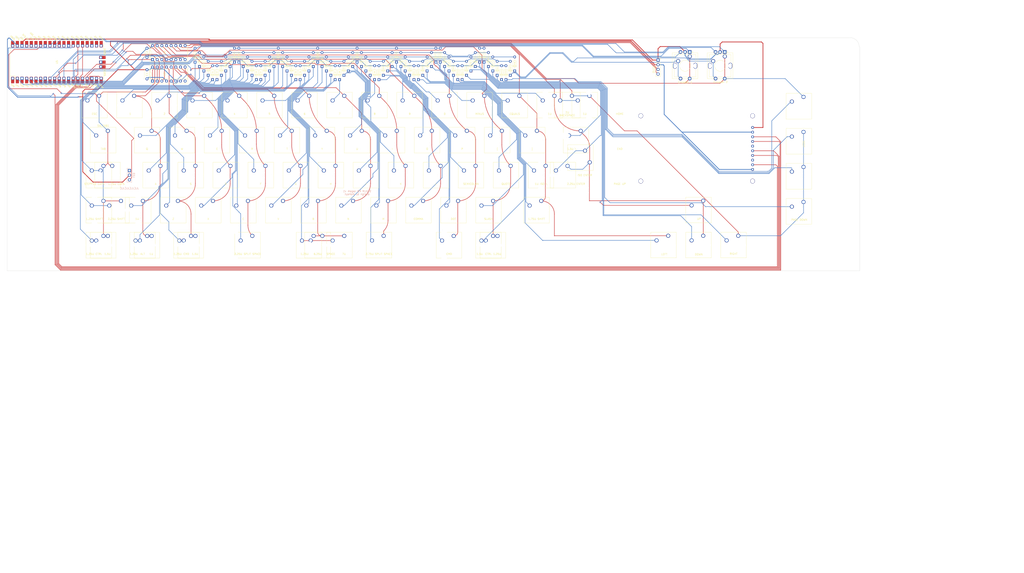
<source format=kicad_pcb>
(kicad_pcb (version 20240108) (generator "pcbnew") (generator_version "8.0")
  (layers (0 "F.Cu" signal) (31 "B.Cu" signal) (34 "B.Paste" user) (35 "F.Paste" user) (36 "B.SilkS" user "B.Silkscreen") (37 "F.SilkS" user "F.Silkscreen") (38 "B.Mask" user) (39 "F.Mask" user) (44 "Edge.Cuts" user))
  (net 0 "")
  (net 1 "VCC")
  (net 2 "GND")
  (net 3 "row0")
  (net 4 "Net-(D1-K)")
  (net 5 "Net-(D2-K)")
  (net 6 "Net-(D3-K)")
  (net 7 "Net-(D4-K)")
  (net 8 "Net-(D5-K)")
  (net 9 "Net-(D6-K)")
  (net 10 "Net-(D7-K)")
  (net 11 "Net-(D8-K)")
  (net 12 "Net-(D9-K)")
  (net 13 "Net-(D10-K)")
  (net 14 "Net-(D11-K)")
  (net 15 "Net-(D12-K)")
  (net 16 "Net-(D13-K)")
  (net 17 "Net-(D14-K)")
  (net 18 "Net-(D15-K)")
  (net 19 "Net-(D16-K)")
  (net 20 "row1")
  (net 21 "Net-(D17-K)")
  (net 22 "Net-(D18-K)")
  (net 23 "Net-(D19-K)")
  (net 24 "Net-(D20-K)")
  (net 25 "Net-(D21-K)")
  (net 26 "Net-(D22-K)")
  (net 27 "Net-(D23-K)")
  (net 28 "Net-(D24-K)")
  (net 29 "Net-(D25-K)")
  (net 30 "Net-(D26-K)")
  (net 31 "Net-(D27-K)")
  (net 32 "Net-(D28-K)")
  (net 33 "Net-(D29-K)")
  (net 34 "Net-(D30-K)")
  (net 35 "RotA")
  (net 36 "row2")
  (net 37 "Net-(D31-K)")
  (net 38 "Net-(D33-K)")
  (net 39 "Net-(D34-K)")
  (net 40 "Net-(D35-K)")
  (net 41 "Net-(D36-K)")
  (net 42 "Net-(D37-K)")
  (net 43 "Net-(D38-K)")
  (net 44 "Net-(D39-K)")
  (net 45 "Net-(D40-K)")
  (net 46 "Net-(D41-K)")
  (net 47 "Net-(D42-K)")
  (net 48 "Net-(D43-K)")
  (net 49 "Net-(D44-K)")
  (net 50 "Net-(D45-K)")
  (net 51 "Net-(D46-K)")
  (net 52 "RotC")
  (net 53 "row3")
  (net 54 "Net-(D47-K)")
  (net 55 "Net-(D49-K)")
  (net 56 "Net-(D50-K)")
  (net 57 "Net-(D51-K)")
  (net 58 "Net-(D52-K)")
  (net 59 "Net-(D53-K)")
  (net 60 "Net-(D54-K)")
  (net 61 "Net-(D55-K)")
  (net 62 "Net-(D56-K)")
  (net 63 "Net-(D57-K)")
  (net 64 "Net-(D58-K)")
  (net 65 "Net-(D59-K)")
  (net 66 "Net-(D60-K)")
  (net 67 "Net-(D61-K)")
  (net 68 "Net-(D62-K)")
  (net 69 "row4")
  (net 70 "Net-(D63-K)")
  (net 71 "Net-(D64-K)")
  (net 72 "Net-(D65-K)")
  (net 73 "Net-(D66-K)")
  (net 74 "Net-(D67-K)")
  (net 75 "Net-(D68-K)")
  (net 76 "Net-(D69-K)")
  (net 77 "Net-(D70-K)")
  (net 78 "Net-(D71-K)")
  (net 79 "Net-(D72-K)")
  (net 80 "Net-(D73-K)")
  (net 81 "SCL")
  (net 82 "SDA")
  (net 83 "LED")
  (net 84 "col14")
  (net 85 "col0")
  (net 86 "col1")
  (net 87 "col2")
  (net 88 "col3")
  (net 89 "col4")
  (net 90 "col5")
  (net 91 "col6")
  (net 92 "col7")
  (net 93 "col8")
  (net 94 "col9")
  (net 95 "col10")
  (net 96 "col11")
  (net 97 "col12")
  (net 98 "col13")
  (net 99 "RotB")
  (net 100 "encA")
  (net 101 "encB")
  (net 102 "encC")
  (net 103 "encD")
  (net 104 "mux3")
  (net 105 "mux2")
  (net 106 "mux1")
  (net 107 "mux0")
  (net 108 "Net-(D74-K)")
  (net 109 "D{slash}C(LCD)")
  (net 111 "CS(LCD)")
  (net 112 "RST(LCD)")
  (net 113 "MOSI(LCD)")
  (net 114 "SCK(LCD)")
  (footprint "Button_Switch_Keyboard:SW_Cherry_MX_1.00u_PCB" (layer "F.Cu") (at 274.715 66.545)
    (property "Reference" "SW_MINUS1" (hide yes))
    (property "Value" "KEYSW")
  )
  (footprint "Button_Switch_Keyboard:SW_Cherry_MX_1.00u_PCB" (layer "F.Cu") (at 394.081 142.8496)
    (property "Reference" "SW_DOWN1" (hide yes))
    (property "Value" "KEYSW")
  )
  (footprint "Capacitor_THT:C_Disc_D4.7mm_W2.5mm_P5.00mm" (layer "F.Cu") (at 90.725 40.5875 -90)
    (property "Reference" "C2")
    (property "Value" "0.1uF")
  )
  (footprint "Button_Switch_Keyboard:SW_Cherry_MX_1.00u_PCB" (layer "F.Cu") (at 150.565 85.645)
    (property "Reference" "SW_R1" (hide yes))
    (property "Value" "KEYSW")
  )
  (footprint "Button_Switch_Keyboard:SW_Cherry_MX_2.00u_PCB" (layer "F.Cu") (at 322.465 66.545)
    (property "Reference" "SW_BCKSP1" (hide yes))
    (property "Value" "KEYSW")
  )
  (footprint "Button_Switch_Keyboard:SW_Cherry_MX_1.00u_PCB" (layer "F.Cu") (at 193.54 104.745)
    (property "Reference" "SW_H1" (hide yes))
    (property "Value" "KEYSW")
  )
  (footprint "Button_Switch_Keyboard:SW_Cherry_MX_1.00u_PCB" (layer "F.Cu") (at 112.365 85.645)
    (property "Reference" "SW_W1" (hide yes))
    (property "Value" "KEYSW")
  )
  (footprint "Button_Switch_Keyboard:SW_Cherry_MX_1.75u_PCB" (layer "F.Cu") (at 305.7525 123.845)
    (property "Reference" "SW_RSHIFT1" (hide yes))
    (property "Value" "KEYSW")
  )
  (footprint "Diode_THT:D_DO-34_SOD68_P7.62mm_Horizontal" (layer "F.Cu") (at 260.221 57.7341 90)
    (property "Reference" "D13")
    (property "Value" "D_Small" (hide yes))
  )
  (footprint "Button_Switch_Keyboard:SW_Cherry_MX_1.00u_PCB" (layer "F.Cu") (at 312.915 66.545)
    (property "Reference" "SW_BCKSP_1U1" (hide yes))
    (property "Value" "KEYSW")
  )
  (footprint "Package_DIP:DIP-16_W7.62mm_Socket" (layer "F.Cu") (at 93.7625 46.775 90)
    (property "Reference" "U3")
    (property "Value" "74HC138")
  )
  (footprint "Button_Switch_Keyboard:SW_Cherry_MX_1.00u_PCB" (layer "F.Cu") (at 448.7672 105.3346)
    (property "Reference" "SW_PGUP1" (hide yes))
    (property "Value" "KEYSW")
  )
  (footprint "Connector_PinSocket_2.54mm:PinSocket_1x04_P2.54mm_Vertical" (layer "F.Cu") (at 369.4426 47.0508)
    (property "Reference" "J1" (hide yes))
    (property "Value" "Conn_01x04")
  )
  (footprint "Diode_THT:D_DO-34_SOD68_P7.62mm_Horizontal" (layer "F.Cu") (at 288.871 55.3466 90)
    (property "Reference" "D32")
    (property "Value" "D_Small" (hide yes))
  )
  (footprint "Diode_THT:D_DO-34_SOD68_P7.62mm_Horizontal" (layer "F.Cu") (at 219.6335 55.3466 90)
    (property "Reference" "D26")
    (property "Value" "D_Small" (hide yes))
  )
  (footprint "Diode_THT:D_DO-34_SOD68_P7.62mm_Horizontal" (layer "F.Cu") (at 212.471 55.3466 90)
    (property "Reference" "D25")
    (property "Value" "D_Small" (hide yes))
  )
  (footprint "MountingHole:MountingHole_2.2mm_M2" (layer "F.Cu") (at 112.2125 81.175)
    (property "Reference" "REF**" (hide yes))
    (property "Value" "MountingHole_2.2mm_M2")
  )
  (footprint "MountingHole:MountingHole_2.2mm_M2" (layer "F.Cu") (at 248.3 54.9125)
    (property "Reference" "REF**" (hide yes))
    (property "Value" "MountingHole_2.2mm_M2")
  )
  (footprint "Button_Switch_Keyboard:SW_Cherry_MX_1.00u_PCB" (layer "F.Cu") (at 107.59 123.845)
    (property "Reference" "SW_Z1" (hide yes))
    (property "Value" "KEYSW")
  )
  (footprint "Diode_THT:D_DO-34_SOD68_P7.62mm_Horizontal" (layer "F.Cu") (at 157.5585 52.9591 90)
    (property "Reference" "D38")
    (property "Value" "D_Small" (hide yes))
  )
  (footprint "Diode_THT:D_DO-34_SOD68_P7.62mm_Horizontal" (layer "F.Cu") (at 210.0835 52.9591 90)
    (property "Reference" "D43")
    (property "Value" "D_Small" (hide yes))
  )
  (footprint "Button_Switch_Keyboard:SW_Cherry_MX_1.00u_PCB" (layer "F.Cu") (at 289.04 104.745)
    (property "Reference" "SW_QUOTE1" (hide yes))
    (property "Value" "KEYSW")
  )
  (footprint "Package_DIP:DIP-16_W7.62mm_Socket" (layer "F.Cu") (at 93.7625 58.4875 90)
    (property "Reference" "U2")
    (property "Value" "74HC138")
  )
  (footprint "MountingHole:MountingHole_2.2mm_M2" (layer "F.Cu") (at 298.4375 81.175)
    (property "Reference" "REF**" (hide yes))
    (property "Value" "MountingHole_2.2mm_M2")
  )
  (footprint "Diode_THT:D_DO-34_SOD68_P7.62mm_Horizontal" (layer "F.Cu") (at 243.5085 52.9591 90)
    (property "Reference" "D33")
    (property "Value" "D_Small" (hide yes))
  )
  (footprint "Diode_THT:D_DO-34_SOD68_P7.62mm_Horizontal" (layer "F.Cu") (at 286.4835 57.7341 90)
    (property "Reference" "D16")
    (property "Value" "D_Small" (hide yes))
  )
  (footprint "Button_Switch_Keyboard:SW_Cherry_MX_1.00u_PCB" (layer "F.Cu") (at 164.89 123.845)
    (property "Reference" "SW_V1" (hide yes))
    (property "Value" "KEYSW")
  )
  (footprint "Button_Switch_Keyboard:SW_Cherry_MX_1.00u_PCB" (layer "F.Cu") (at 169.665 85.645)
    (property "Reference" "SW_T1" (hide yes))
    (property "Value" "KEYSW")
  )
  (footprint "Button_Switch_Keyboard:SW_Cherry_MX_1.00u_PCB" (layer "F.Cu") (at 64.615 66.545)
    (property "Reference" "SW_ESC1" (hide yes))
    (property "Value" "KEYSW")
  )
  (footprint "Button_Switch_Keyboard:SW_Cherry_MX_1.00u_PCB" (layer "F.Cu") (at 121.915 66.545)
    (property "Reference" "SW_3" (hide yes))
    (property "Value" "KEYSW")
  )
  (footprint "Button_Switch_Keyboard:SW_Cherry_MX_1.25u_PCB" (layer "F.Cu") (at 67.0025 123.845)
    (property "Reference" "SW_ISO_LSHF1" (hide yes))
    (property "Value" "KEYSW")
  )
  (footprint "Diode_THT:D_DO-34_SOD68_P7.62mm_Horizontal" (layer "F.Cu") (at 253.0585 50.5716 90)
    (property "Reference" "D50")
    (property "Value" "D_Small" (hide yes))
  )
  (footprint "MountingHole:MountingHole_2.2mm_M2" (layer "F.Cu") (at 205.325 81.175)
    (property "Reference" "REF**" (hide yes))
    (property "Value" "MountingHole_2.2mm_M2")
  )
  (footprint "Button_Switch_Keyboard:SW_Cherry_MX_1.50u_PCB" (layer "F.Cu") (at 279.49 142.945)
    (property "Reference" "SW_R_CTRL_1.5U1" (hide yes))
    (property "Value" "KEYSW")
  )
  (footprint "Diode_THT:D_DO-34_SOD68_P7.62mm_Horizontal" (layer "F.Cu") (at 248.2835 48.1841 90)
    (property "Reference" "D71")
    (property "Value" "D_Small" (hide yes))
  )
  (footprint "Diode_THT:D_DO-34_SOD68_P7.62mm_Horizontal" (layer "F.Cu") (at 167.1085 52.9591 90)
    (property "Reference" "D39")
    (property "Value" "D_Small" (hide yes))
  )
  (footprint "Button_Switch_Keyboard:SW_Cherry_MX_1.00u_PCB" (layer "F.Cu") (at 303.365 85.645)
    (property "Reference" "SW_RSQBR1" (hide yes))
    (property "Value" "KEYSW")
  )
  (footprint "Button_Switch_Keyboard:SW_Cherry_MX_1.00u_PCB" (layer "F.Cu") (at 136.24 104.745)
    (property "Reference" "SW_D1" (hide yes))
    (property "Value" "KEYSW")
  )
  (footprint "Diode_THT:D_DO-34_SOD68_P7.62mm_Horizontal" (layer "F.Cu") (at 124.1335 55.3466 90)
    (property "Reference" "D17")
    (property "Value" "D_Small" (hide yes))
  )
  (footprint "Button_Switch_Keyboard:SW_Cherry_MX_1.50u_PCB" (layer "F.Cu") (at 117.14 142.945)
    (property "Reference" "SW_LCOM_1.5U1" (hide yes))
    (property "Value" "KEYSW")
  )
  (footprint "Diode_THT:D_DO-34_SOD68_P7.62mm_Horizontal" (layer "F.Cu") (at 121.746 52.9591 90)
    (property "Reference" "D35")
    (property "Value" "D_Small" (hide yes))
  )
  (footprint "Button_Switch_Keyboard:SW_Cherry_MX_1.00u_PCB" (layer "F.Cu") (at 155.34 104.745)
    (property "Reference" "SW_F1" (hide yes))
    (property "Value" "KEYSW")
  )
  (footprint "Button_Switch_Keyboard:SW_Cherry_MX_2.25u_PCB" (layer "F.Cu") (at 148.1775 142.412)
    (property "Reference" "SW_SPL_SPACE_L1" (hide yes))
    (property "Value" "KEYSW")
  )
  (footprint "Button_Switch_Keyboard:SW_Cherry_MX_1.00u_PCB" (layer "F.Cu") (at 160.115 66.545)
    (property "Reference" "SW_5" (hide yes))
    (property "Value" "KEYSW")
  )
  (footprint "Diode_THT:D_DO-34_SOD68_P7.62mm_Horizontal" (layer "F.Cu") (at 152.7835 57.7341 90)
    (property "Reference" "D4")
    (property "Value" "D_Small" (hide yes))
  )
  (footprint "Button_Switch_Keyboard:SW_Cherry_MX_1.25u_PCB" (layer "F.Cu") (at 114.75875 142.945)
    (property "Reference" "SW_LCMD_1.25U1" (hide yes))
    (property "Value" "KEYSW")
  )
  (footprint "MountingHole:MountingHole_2.2mm_M2" (layer "F.Cu") (at 95.5 138.48)
    (property "Reference" "REF**" (hide yes))
    (property "Value" "MountingHole_2.2mm_M2")
  )
  (footprint "Button_Switch_Keyboard:SW_Cherry_MX_1.00u_PCB" (layer "F.Cu") (at 236.515 66.545)
    (property "Reference" "SW_9" (hide yes))
    (property "Value" "KEYSW")
  )
  (footprint "Diode_THT:D_DO-34_SOD68_P7.62mm_Horizontal" (layer "F.Cu") (at 164.721 50.5716 90)
    (property "Reference" "D56")
    (property "Value" "D_Small" (hide yes))
  )
  (footprint "Button_Switch_Keyboard:SW_Cherry_MX_1.00u_PCB" (layer "F.Cu") (at 88.49 123.845)
    (property "Reference" "SW_ISO_`1" (hide yes))
    (property "Value" "KEYSW")
  )
  (footprint "Button_Switch_Keyboard:SW_Cherry_MX_1.00u_PCB" (layer "F.Cu") (at 83.715 66.545)
    (property "Reference" "SW_1" (hide yes))
    (property "Value" "KEYSW")
  )
  (footprint "Diode_THT:D_DO-34_SOD68_P7.62mm_Horizontal" (layer "F.Cu") (at 179.046 52.9591 90)
    (property "Reference" "D40")
    (property "Value" "D_Small" (hide yes))
  )
  (footprint "MountingHole:MountingHole_2.2mm_M2" (layer "F.Cu") (at 127.75 42.02)
    (property "Reference" "REF**" (hide yes))
    (property "Value" "MountingHole_2.2mm_M2")
  )
  (footprint "Diode_THT:D_DO-34_SOD68_P7.62mm_Horizontal" (layer "F.Cu") (at 193.371 57.7341 90)
    (property "Reference" "D7")
    (property "Value" "D_Small" (hide yes))
  )
  (footprint "Button_Switch_Keyboard:SW_Cherry_MX_1.00u_PCB" (layer "F.Cu") (at 188.765 85.645)
    (property "Reference" "SW_Y1" (hide yes))
    (property "Value" "KEYSW")
  )
  (footprint "Diode_THT:D_DO-34_SOD68_P7.62mm_Horizontal" (layer "F.Cu") (at 140.846 48.1841 90)
    (property "Reference" "D66")
    (property "Value" "D_Small" (hide yes))
  )
  (footprint "Diode_THT:D_DO-34_SOD68_P7.62mm_Horizontal" (layer "F.Cu") (at 195.7585 57.7341 90)
    (property "Reference" "D8")
    (property "Value" "D_Small" (hide yes))
  )
  (footprint "Button_Switch_Keyboard:SW_Cherry_MX_1.00u_PCB" (layer "F.Cu") (at 179.215 66.545)
    (property "Reference" "SW_6" (hide yes))
    (property "Value" "KEYSW")
  )
  (footprint "Diode_THT:D_DO-34_SOD68_P7.62mm_Horizontal" (layer "F.Cu") (at 272.1585 48.1841 90)
    (property "Reference" "D73")
    (property "Value" "D_Small" (hide yes))
  )
  (footprint "Diode_THT:D_DO-34_SOD68_P7.62mm_Horizontal" (layer "F.Cu") (at 276.9335 50.5716 90)
    (property "Reference" "D63")
    (property "Value" "D_Small" (hide yes))
  )
  (footprint "Diode_THT:D_DO-34_SOD68_P7.62mm_Horizontal" (layer "F.Cu") (at 176.6585 55.3466 90)
    (property "Reference" "D22")
    (property "Value" "D_Small" (hide yes))
  )
  (footprint "Button_Switch_Keyboard:SW_Cherry_MX_1.00u_PCB" (layer "F.Cu") (at 448.7672 124.4346)
    (property "Reference" "SW_PGDN1" (hide yes))
    (property "Value" "KEYSW")
  )
  (footprint "Button_Switch_Keyboard:SW_Cherry_MX_1.00u_PCB" (layer "F.Cu") (at 174.44 104.745)
    (property "Reference" "SW_G1" (hide yes))
    (property "Value" "KEYSW")
  )
  (footprint "Diode_THT:D_DO-34_SOD68_P7.62mm_Horizontal" (layer "F.Cu") (at 241.121 55.3466 90)
    (property "Reference" "D28")
    (property "Value" "D_Small" (hide yes))
  )
  (footprint "Diode_THT:D_DO-34_SOD68_P7.62mm_Horizontal" (layer "F.Cu") (at 138.4585 48.1841 90)
    (property "Reference" "D65")
    (property "Value" "D_Small" (hide yes))
  )
  (footprint "Button_Switch_Keyboard:SW_Cherry_MX_6.25u_PCB" (layer "F.Cu") (at 183.8375 147.492)
    (property "Reference" "SW_6.25U_SPACE1" (hide yes))
    (property "Value" "KEYSW")
  )
  (footprint "Button_Switch_Keyboard:SW_Cherry_MX_1.00u_PCB" (layer "F.Cu") (at 260.39 123.845)
    (property "Reference" "SW_DOT1" (hide yes))
    (property "Value" "KEYSW")
  )
  (footprint "Button_Switch_Keyboard:SW_Cherry_MX_1.00u_PCB" (layer "F.Cu") (at 293.815 66.545)
    (property "Reference" "SW_EQUAL1" (hide yes))
    (property "Value" "KEYSW")
  )
  (footprint "MountingHole:MountingHole_2.2mm_M2" (layer "F.Cu") (at 243.525 147.462)
    (property "Reference" "REF**" (hide yes))
    (property "Value" "MountingHole_2.2mm_M2")
  )
  (footprint "Diode_THT:D_DO-34_SOD68_P7.62mm_Horizontal" (layer "F.Cu") (at 231.571 52.9591 90)
    (property "Reference" "D34")
    (property "Value" "D_Small" (hide yes))
  )
  (footprint "Button_Switch_Keyboard:SW_Cherry_MX_1.00u_PCB" (layer "F.Cu") (at 386.7412 45.0575)
    (property "Reference" "SW_ENC1" (hide yes))
    (property "Value" "KEYSW")
  )
  (footprint "Button_Switch_Keyboard:SW_Cherry_MX_1.00u_PCB" (layer "F.Cu") (at 183.99 123.845)
    (property "Reference" "SW_B1" (hide yes))
    (property "Value" "KEYSW")
  )
  (footprint "Diode_THT:D_DO-34_SOD68_P7.62mm_Horizontal" (layer "F.Cu") (at 145.621 52.9591 90)
    (property "Reference" "D37")
    (property "Value" "D_Small" (hide yes))
  )
  (footprint "Diode_THT:D_DO-34_SOD68_P7.62mm_Horizontal" (layer "F.Cu") (at 264.996 55.3466 90)
    (property "Reference" "D30")
    (property "Value" "D_Small" (hide yes))
  )
  (footprint "Diode_THT:D_DO-34_SOD68_P7.62mm_Horizontal" (layer "F.Cu") (at 214.8585 57.7341 90)
    (property "Reference" "D9")
    (property "Value" "D_Small" (hide yes))
  )
  (footprint "Button_Switch_Keyboard:SW_Cherry_MX_1.00u_PCB" (layer "F.Cu") (at 405.8412 45.0575)
    (property "Reference" "SW_ENC2" (hide yes))
    (property "Value" "KEYSW")
  )
  (footprint "Diode_THT:D_DO-34_SOD68_P7.62mm_Horizontal" (layer "F.Cu") (at 148.0085 55.3466 90)
    (property "Reference" "D19")
    (property "Value" "D_Small" (hide yes))
  )
  (footprint "Diode_THT:D_DO-34_SOD68_P7.62mm_Horizontal" (layer "F.Cu") (at 198.146 55.3466 90)
    (property "Reference" "D24")
    (property "Value" "D_Small" (hide yes))
  )
  (footprint "Button_Switch_Keyboard:SW_Cherry_MX_1.00u_PCB" (layer "F.Cu") (at 394.081 123.7496)
    (property "Reference" "SW_UP1" (hide yes))
    (property "Value" "KEYSW")
  )
  (footprint "Button_Switch_Keyboard:SW_Cherry_MX_1.00u_PCB" (layer "F.Cu") (at 374.981 142.8496)
    (property "Reference" "SW_LEFT1" (hide yes))
    (property "Value" "KEYSW")
  )
  (footprint "Button_Switch_Keyboard:SW_Cherry_MX_1.25u_PCB" (layer "F.Cu") (at 258.0025 142.945)
    (property "Reference" "SW_R_CMD1" (hide yes))
    (property "Value" "KEYSW")
  )
  (footprint "Diode_THT:D_DO-34_SOD68_P7.62mm_Horizontal" (layer "F.Cu") (at 269.771 50.5716 90)
    (property "Reference" "D51")
    (property "Value" "D_Small" (hide yes))
  )
  (footprint "Button_Switch_Keyboard:SW_Cherry_MX_1.00u_PCB" (layer "F.Cu") (at 141.015 66.545)
    (property "Reference" "SW_4" (hide yes))
    (property "Value" "KEYSW")
  )
  (footprint "Button_Switch_Keyboard:SW_Cherry_MX_1.00u_PCB" (layer "F.Cu") (at 250.84 104.745)
    (property "Reference" "SW_L1" (hide yes))
    (property "Value" "KEYSW")
  )
  (footprint "Diode_THT:D_DO-34_SOD68_P7.62mm_Horizontal" (layer "F.Cu") (at 200.5335 52.9591 90)
    (property "Reference" "D42")
    (property "Value" "D_Small" (hide yes))
  )
  (footprint "Diode_THT:D_DO-34_SOD68_P7.62mm_Horizontal" (layer "F.Cu") (at 255.446 52.9591 90)
    (property "Reference" "D45")
    (property "Value" "D_Small" (hide yes))
  )
  (footprint "Diode_THT:D_DO-34_SOD68_P7.62mm_Horizontal" (layer "F.Cu") (at 190.9835 55.3466 90)
    (property "Reference" "D23")
    (property "Value" "D_Small" (hide yes))
  )
  (footprint "Button_Switch_Keyboard:SW_Cherry_MX_1.25u_PCB" (layer "F.Cu") (at 90.8775 142.945)
    (property "Reference" "SW_LALT_1.25U1" (hide yes))
    (property "Value" "KEYSW")
  )
  (footprint "Diode_THT:D_DO-34_SOD68_P7.62mm_Horizontal" (layer "F.Cu") (at 186.2085 50.5716 90)
    (property "Reference" "D58")
    (property "Value" "D_Small" (hide yes))
  )
  (footprint "Button_Switch_Keyboard:SW_Cherry_MX_1.00u_PCB" (layer "F.Cu") (at 241.29 123.845)
    (property "Reference" "SW_COMMA1" (hide yes))
    (property "Value" "KEYSW")
  )
  (footprint "Diode_THT:D_DO-34_SOD68_P7.62mm_Horizontal" (layer "F.Cu") (at 162.3335 48.1841 90)
    (property "Reference" "D67")
    (property "Value" "D_Small" (hide yes))
  )
  (footprint "Diode_THT:D_DO-34_SOD68_P7.62mm_Horizontal" (layer "F.Cu") (at 279.321 52.9591 90)
    (property "Reference" "D47")
    (property "Value" "D_Small" (hide yes))
  )
  (footprint "Button_Switch_Keyboard:SW_Cherry_MX_1.00u_PCB" (layer "F.Cu") (at 308.14 104.745)
    (property "Reference" "SW_ISO_\\1" (hide yes))
    (property "Value" "KEYSW")
  )
  (footprint "Button_Switch_Keyboard:SW_Cherry_MX_1.00u_PCB" (layer "F.Cu") (at 332.015 66.545)
    (property "Reference" "SW_DEL1" (hide yes))
    (property "Value" "KEYSW")
  )
  (footprint "Button_Switch_Keyboard:SW_Cherry_MX_1.00u_PCB" (layer "F.Cu") (at 448.7672 67.1346)
    (property "Reference" "SW_HOME1" (hide yes))
    (property "Value" "KEYSW")
  )
  (footprint "display:LCD2.2in" (layer "F.Cu") (at 390.525 95.25 90)
    (property "Reference" "LCD1")
    (property "Value" "LCD2.2\"")
  )
  (footprint "Diode_THT:D_DO-34_SOD68_P7.62mm_Horizontal" (layer "F.Cu") (at 171.8835 57.7341 90)
    (property "Reference" "D5")
    (property "Value" "D_Small" (hide yes))
  )
  (footprint "Diode_THT:D_DO-34_SOD68_P7.62mm_Horizontal" (layer "F.Cu") (at 217.246 57.7341 90)
    (property "Reference" "D10")
    (property "Value" "D_Small" (hide yes))
  )
  (footprint "Button_Switch_Keyboard:SW_Cherry_MX_1.00u_PCB" (layer "F.Cu") (at 145.79 123.845)
    (property "Reference" "SW_C1" (hide yes))
    (property "Value" "KEYSW")
  )
  (footprint "MountingHole:MountingHole_2.2mm_M2" (layer "F.Cu") (at 319.925 138.475)
    (property "Reference" "REF**" (hide yes))
    (property "Value" "MountingHole_2.2mm_M2")
  )
  (footprint "MountingHole:MountingHole_2.2mm_M2" (layer "F.Cu") (at 167.125 148.025)
    (property "Reference" "REF**" (hide yes))
    (property "Value" "MountingHole_2.2mm_M2")
  )
  (footprint "Button_Switch_Keyboard:SW_Cherry_MX_1.50u_PCB" (layer "F.Cu") (at 327.24 85.645)
    (property "Reference" "SW_ANSI_\\1" (hide yes))
    (property "Value" "KEYSW")
  )
  (footprint "Button_Switch_Keyboard:SW_Cherry_MX_ISOEnter_PCB_Flipped_Rotated" (layer "F.Cu") (at 327.0875 100.275)
    (property "Reference" "SW_ISO_ENT1" (hide yes))
    (property "Value" "KEYSW")
  )
  (footprint "Diode_THT:D_DO-34_SOD68_P7.62mm_Horizontal" (layer "F.Cu") (at 133.6835 52.9591 90)
    (property "Reference" "D36")
    (property "Value" "D_Small" (hide yes))
  )
  (footprint "Diode_THT:D_DO-34_SOD68_P7.62mm_Horizontal" (layer "F.Cu") (at 224.4085 50.5716 90)
    (property "Reference" "D61")
    (property "Value" "D_Small" (hide yes))
  )
  (footprint "Button_Switch_Keyboard:SW_Cherry_MX_2.25u_PCB" (layer "F.Cu") (at 320.0775 104.745)
    (property "Reference" "SW_ANSI_ENT1" (hide yes))
    (property "Value" "KEYSW")
  )
  (footprint "Button_Switch_Keyboard:SW_Cherry_MX_1.00u_PCB" (layer "F.Cu") (at 255.615 66.545)
    (property "Reference" "SW_0" (hide yes))
    (property "Value" "KEYSW")
  )
  (footprint "Button_Switch_Keyboard:SW_Cherry_MX_1.00u_PCB" (layer "F.Cu") (at 102.815 66.545)
    (property "Reference" "SW_2" (hide yes))
    (property "Value" "KEYSW")
  )
  (footprint "Diode_THT:D_DO-34_SOD68_P7.62mm_Horizontal" (layer "F.Cu") (at 233.9585 55.3466 90)
    (property "Reference" "D27")
    (property "Value" "D_Small" (hide yes))
  )
  (footprint "Button_Switch_Keyboard:SW_Cherry_MX_1.00u_PCB" (layer "F.Cu") (at 98.04 104.745)
    (property "Reference" "SW_A1" (hide yes))
    (property "Value" "KEYSW")
  )
  (footprint "Diode_THT:D_DO-34_SOD68_P7.62mm_Horizontal" (layer "F.Cu") (at 262.6085 57.7341 90)
    (property "Reference" "D14")
    (property "Value" "D_Small" (hide yes))
  )
  (footprint "Button_Switch_Keyboard:SW_Cherry_MX_1.00u_PCB" (layer "F.Cu") (at 222.19 123.845)
    (property "Reference" "SW_M1" (hide yes))
    (property "Value" "KEYSW")
  )
  (footprint "MountingHole:MountingHole_2.2mm_M2" (layer "F.Cu") (at 261.46 42.02)
    (property "Reference" "REF**" (hide yes))
    (property "Value" "MountingHole_2.2mm_M2")
  )
  (footprint "Button_Switch_Keyboard:SW_Cherry_MX_1.00u_PCB" (layer "F.Cu") (at 198.315 66.545)
    (property "Reference" "SW_7" (hide yes))
    (property "Value" "KEYSW")
  )
  (footprint "Diode_THT:D_DO-34_SOD68_P7.62mm_Horizontal" (layer "F.Cu") (at 250.671 48.1841 90)
    (property "Reference" "D72")
    (property "Value" "D_Small" (hide yes))
  )
  (footprint "Keebio-Parts:RotaryEncoder_EC11" (layer "F.Cu") (at 384.2012 50.1375 -90)
    (property "Reference" "SW83")
    (property "Value" "RotaryEncoder_Switch")
  )
  (footprint "Keebio-Parts:RotaryEncoder_EC11" (layer "F.Cu") (at 403.3012 50.1375 -90)
    (property "Reference" "SW84")
    (property "Value" "RotaryEncoder_Switch")
  )
  (footprint "Diode_THT:D_DO-34_SOD68_P7.62mm_Horizontal" (layer "F.Cu") (at 202.921 50.5716 90)
    (property "Reference" "D59")
    (property "Value" "D_Small" (hide yes))
  )
  (footprint "Diode_THT:D_DO-34_SOD68_P7.62mm_Horizontal" (layer "F.Cu") (at 116.971 48.1841 90)
    (property "Reference" "D64")
    (property "Value" "D_Small" (hide yes))
  )
  (footprint "Button_Switch_Keyboard:SW_Cherry_MX_1.00u_PCB" (layer "F.Cu") (at 126.69 123.845)
    (property "Reference" "SW_X1" (hide yes))
    (property "Value" "KEYSW")
  )
  (footprint "MCU_RaspberryPi_and_Boards:RPi_Pico_SMD_TH" (layer "F.Cu") (at 41.6306 48.1584 90)
    (property "Reference" "U5")
    (property "Value" "Pico")
  )
  (footprint "Button_Switch_Keyboard:SW_Cherry_MX_1.00u_PCB" (layer "F.Cu") (at 217.415 66.545)
    (property "Reference" "SW_8" (hide yes))
    (property "Value" "KEYSW")
  )
  (footprint "Diode_THT:D_DO-34_SOD68_P7.62mm_Horizontal" (layer "F.Cu") (at 205.3085 48.1841 90)
    (property "Reference" "D69")
    (property "Value" "D_Small" (hide yes))
  )
  (footprint "Diode_THT:D_DO-34_SOD68_P7.62mm_Horizontal" (layer "F.Cu") (at 143.2335 50.5716 90)
    (property "Reference" "D54")
    (property "Value" "D_Small" (hide yes))
  )
  (footprint "Button_Switch_Keyboard:SW_Cherry_MX_1.00u_PCB" (layer "F.Cu") (at 284.265 85.645)
    (property "Reference" "SW_LSQBR1" (hide yes))
    (property "Value" "KEYSW")
  )
  (footprint "Button_Switch_Keyboard:SW_Cherry_MX_1.00u_PCB" (layer "F.Cu") (at 265.165 85.645)
    (property "Reference" "SW_P1" (hide yes))
    (property "Value" "KEYSW")
  )
  (footprint "Button_Switch_Keyboard:SW_Cherry_MX_1.25u_PCB" (layer "F.Cu") (at 67.0025 104.745)
    (property "Reference" "SW_STEP_CAPS1" (hide yes))
    (property "Value" "KEYSW")
  )
  (footprint "Diode_THT:D_DO-34_SOD68_P7.62mm_Horizontal" (layer "F.Cu") (at 131.296 55.3466 90)
    (property "Reference" "D18")
    (property "Value" "D_Small" (hide yes))
  )
  (footprint "Button_Switch_Keyboard:SW_Cherry_MX_7u_PCB" (layer "F.Cu") (at 195.775 147.492)
    (property "Reference" "SW_7U_SPACE1" (hide yes))
    (property "Value" "KEYSW")
  )
  (footprint "Button_Switch_Keyboard:SW_Cherry_MX_1.00u_PCB" (layer "F.Cu") (at 212.64 104.745)
    (property "Reference" "SW_J1" (hide yes))
    (property "Value" "KEYSW")
  )
  (footprint "Button_Switch_Keyboard:SW_Cherry_MX_1.00u_PCB" (layer "F.Cu") (at 231.74 104.745)
    (property "Reference" "SW_K1" (hide yes))
    (property "Value" "KEYSW")
  )
  (footprint "Button_Switch_Keyboard:SW_Cherry_MX_1.00u_PCB" (layer "F.Cu") (at 207.865 85.645)
    (property "Reference" "SW_U1" (hide yes))
    (property "Value" "KEYSW")
  )
  (footprint "Button_Switch_Keyboard:SW_Cherry_MX_1.00u_PCB" (layer "F.Cu") (at 448.7672 86.2346)
    (property "Reference" "SW_END1" (hide yes))
    (property "Value" "KEYSW")
  )
  (footprint "Button_Switch_Keyboard:SW_Cherry_MX_1.25u_PCB" (layer "F.Cu") (at 281.8775 142.945)
    (property "Reference" "SW_R_CTRL_1.25U1" (hide yes))
    (property "Value" "KEYSW")
  )
  (footprint "Button_Switch_Keyboard:SW_Cherry_MX_1.50u_PCB" (layer "F.Cu") (at 69.39 142.945)
    (property "Reference" "SW_LCTRL_1.5U1" (hide yes))
    (property "Value" "KEYSW")
  )
  (footprint "Button_Switch_Keyboard:SW_Cherry_MX_2.25u_PCB" (layer "F.Cu") (at 76.5525 123.845)
    (property "Reference" "SW_LSHF1" (hide yes))
    (property "Value" "KEYSW")
  )
  (footprint "Diode_THT:D_DO-34_SOD68_P7.62mm_Horizontal" (layer "F.Cu") (at 159.946 50.5716 90)
    (property "Reference" "D55")
    (property "Value" "D_Small" (hide yes))
  )
  (footprint "Button_Switch_Keyboard:SW_Cherry_MX_1.00u_PCB" (layer "F.Cu") (at 279.49 123.845)
    (property "Reference" "SW_/1" (hide yes))
    (property "Value" "KEYSW")
  )
  (footprint "Button_Switch_Keyboard:SW_Cherry_MX_1.00u_PCB" (layer "F.Cu") (at 226.965 85.645)
    (property "Reference" "SW_I1" (hide yes))
    (property "Value" "KEYSW")
  )
  (footprint "Diode_THT:D_DO-34_SOD68_P7.62mm_Horizontal" (layer "F.Cu") (at 281.7085 55.3466 90)
    (property "Reference" "D31")
    (property "Value" "D_Small" (hide yes))
  )
  (footprint "Diode_THT:D_DO-34_SOD68_P7.62mm_Horizontal" (layer "F.Cu") (at 126.521 57.7341 90)
    (property "Reference" "D1")
    (property "Value" "D_Small" (hide yes))
  )
  (footprint "Button_Switch_Keyboard:SW_Cherry_MX_1.00u_PCB" (layer "F.Cu") (at 131.465 85.645)
    (property "Reference" "SW_E1" (hide yes))
    (property "Value" "KEYSW")
  )
  (footprint "Diode_THT:D_DO-34_SOD68_P7.62mm_Horizontal" (layer "F.Cu") (at 229.1835 50.5716 90)
    (property "Reference" "D62")
    (property "Value" "D_Small" (hide yes))
  )
  (footprint "Diode_THT:D_DO-34_SOD68_P7.62mm_Horizontal" (layer "F.Cu") (at 284.096 57.7341 90)
    (property "Reference" "D15")
    (property "Value" "D_Small" (hide yes))
  )
  (footprint "Diode_THT:D_DO-34_SOD68_P7.62mm_Horizontal" (layer "F.Cu") (at 183.821 48.1841 90)
    (property "Reference" "D68")
    (property "Value" "D_Small" (hide yes))
  )
  (footprint "Diode_THT:D_DO-34_SOD68_P7.62mm_Horizontal" (layer "F.Cu") (at 169.496 55.3466 90)
    (property "Reference" "D21")
    (property "Value" "D_Small" (hide yes))
  )
  (footprint "Diode_THT:D_DO-34_SOD68_P7.62mm_Horizontal" (layer "F.Cu") (at 291.2585 52.9591 90)
    (property "Reference" "D48")
    (property "Value" "D_Small" (hide yes))
  )
  (footprint "Button_Switch_Keyboard:SW_Cherry_MX_1.00u_PCB" (layer "F.Cu") (at 413.181 142.8496)
    (property "Reference" "SW_RIGHT1" (hide yes))
    (property "Value" "KEYSW")
  )
  (footprint "Button_Switch_Keyboard:SW_Cherry_MX_1.00u_PCB" (layer "F.Cu") (at 269.94 104.745)
    (property "Reference" "SW_SEMICOLON1" (hide yes))
    (property "Value" "KEYSW")
  )
  (footprint "Diode_THT:D_DO-34_SOD68_P7.62mm_Horizontal" (layer "F.Cu") (at 222.021 52.9591 90)
    (property "Reference" "D44")
    (property "Value" "D_Small" (hide yes))
  )
  (footprint "MountingHole:MountingHole_2.2mm_M2" (layer "F.Cu") (at 139.68 54.96)
    (property "Reference" "REF**" (hide yes))
    (property "Value" "MountingHole_2.2mm_M2")
  )
  (footprint "Diode_THT:D_DO-34_SOD68_P7.62mm_Horizontal" (layer "F.Cu") (at 267.3835 52.9591 90)
    (property "Reference" "D46")
    (property "Value" "D_Small" (hide yes))
  )
  (footprint "Button_Switch_Keyboard:SW_Cherry_MX_1.00u_PCB" (layer "F.Cu") (at 93.265 142.945)
    (property "Reference" "SW_LALT_1U1" (hide yes))
    (property "Value" "KEYSW")
  )
  (footprint "Diode_THT:D_DO-34_SOD68_P7.62mm_Horizontal" (layer "F.Cu") (at 128.9085 57.7341 90)
    (property "Reference" "D2")
    (property "Value" "D_Small" (hide yes))
  )
  (footprint "Capacitor_THT:C_Disc_D4.7mm_W2.5mm_P5.00mm" (layer "F.Cu") (at 90.725 52.3 -90)
    (property "Reference" "C1")
    (property "Value" "0.1uF")
  )
  (footprint "Button_Switch_Keyboard:SW_Cherry_MX_1.00u_PCB" (layer "F.Cu") (at 246.065 85.645)
    (property "Reference" "SW_O1" (hide yes))
    (property "Value" "KEYSW")
  )
  (footprint "Button_Switch_Keyboard:SW_Cherry_MX_1.25u_PCB" (layer "F.Cu") (at 181.6025 142.945)
    (property "Reference" "SW_SPL_SPACE_M1" (hide yes))
    (property "Value" "KEYSW")
  )
  (footprint "Button_Switch_Keyboard:SW_Cherry_MX_1.00u_PCB" (layer "F.Cu") (at 203.09 123.845)
    (property "Reference" "SW_N1" (hide yes))
    (property "Value" "KEYSW")
  )
  (footprint "Diode_THT:D_DO-34_SOD68_P7.62mm_Horizontal" (layer "F.Cu") (at 226.796 48.1841 90)
    (property "Reference" "D70")
    (property "Value" "D_Small" (hide yes))
  )
  (footprint "Diode_THT:D_DO-34_SOD68_P7.62mm_Horizontal" (layer "F.Cu") (at 257.8335 55.3466 90)
    (property "Reference" "D29")
    (property "Value" "D_Small" (hide yes))
  )
  (footprint "Button_Switch_Keyboard:SW_Cherry_MX_1.50u_Plate" (layer "F.Cu") (at 69.39 85.645)
    (property "Reference" "SW_TAB1")
    (property "Value" "KEYSW")
  )
  (footprint "Button_Switch_Keyboard:SW_Cherry_MX_1.25u_PCB" (layer "F.Cu") (at 67.0025 142.945)
    (property "Reference" "SW_LCTRL_1.25U1" (hide yes))
    (property "Value" "KEYSW")
  )
  (footprint "Diode_THT:D_DO-34_SOD68_P7.62mm_Horizontal" (layer "F.Cu") (at 136.071 50.5716 90)
    (property "Reference" "D53")
    (property "Value" "D_Small" (hide yes))
  )
  (footprint "Diode_THT:D_DO-34_SOD68_P7.62mm_Horizontal" (layer "F.Cu") (at 274.546 48.1841 90)
    (property "Reference" "D74")
    (property "Value" "D_Small" (hide yes))
  )
  (footprint "Diode_THT:D_DO-34_SOD68_P7.62mm_Horizontal" (layer "F.Cu") (at 181.4335 50.5716 90)
    (property "Reference" "D57")
    (property "Value" "D_Small" (hide yes))
  )
  (footprint "Diode_THT:D_DO-34_SOD68_P7.62mm_Horizontal" (layer "F.Cu") (at 155.171 55.3466 90)
    (property "Reference" "D20")
    (property "Value" "D_Small" (hide yes))
  )
  (footprint "Diode_THT:D_DO-34_SOD68_P7.62mm_Horizontal" (layer "F.Cu") (at 236.346 57.7341 90)
    (property "Reference" "D11")
    (property "Value" "D_Small" (hide yes))
  )
  (footprint "Diode_THT:D_DO-34_SOD68_P7.62mm_Horizontal" (layer "F.Cu") (at 207.696 50.5716 90)
    (property "Reference" "D60")
    (property "Value" "D_Small" (hide yes))
  )
  (footprint "Diode_THT:D_DO-34_SOD68_P7.62mm_Horizontal" (layer "F.Cu") (at 238.7335 57.7341 90)
    (property "Reference" "D12")
    (property "Value" "D_Small" (hide yes))
  )
  (footprint "Button_Switch_Keyboard:SW_Cherry_MX_1.75u_PCB" (layer "F.Cu") (at 71.7775 104.745)
    (property "Reference" "SW_CAPS1" (hide yes))
    (property "Value" "KEYSW")
  )
  (footprint "Diode_THT:D_DO-34_SOD68_P7.62mm_Horizontal" (layer "F.Cu") (at 150.396 57.7341 90)
    (property "Reference" "D3")
    (property "Value" "D_Small" (hide yes))
  )
  (footprint "Diode_THT:D_DO-34_SOD68_P7.62mm_Horizontal" (layer "F.Cu") (at 188.596 52.9591 90)
    (property "Reference" "D41")
    (property "Value" "D_Small" (hide yes))
  )
  (footprint "Diode_THT:D_DO-34_SOD68_P7.62mm_Horizontal" (layer "F.Cu") (at 174.271 57.7341 90)
    (property "Reference" "D6")
    (property "Value" "D_Small" (hide yes))
  )
  (footprint "Button_Switch_Keyboard:SW_Cherry_MX_2.75u_PCB" (layer "F.Cu") (at 217.2625 147.462)
    (property "Reference" "SW_SPL_SPACE_R1" (hide yes))
    (property "Value" "KEYSW")
  )
  (footprint "Button_Switch_Keyboard:SW_Cherry_MX_1.00u_PCB" (layer "F.Cu") (at 93.265 85.645)
    (property "Reference" "SW_Q1" (hide yes))
    (property "Value" "KEYSW")
  )
  (footprint "Diode_THT:D_DO-34_SOD68_P7.62mm_Horizontal" (layer "F.Cu") (at 119.3585 50.5716 90)
    (property "Reference" "D52")
    (property "Value" "D_Small" (hide yes))
  )
  (footprint "Button_Switch_Keyboard:SW_Cherry_MX_1.00u_PCB" (layer "F.Cu") (at 117.14 104.745)
    (property "Reference" "SW_S1" (hide yes))
    (property "Value" "KEYSW")
  )
  (footprint "Diode_THT:D_DO-34_SOD68_P7.62mm_Horizontal" (layer "F.Cu") (at 245.896 50.5716 90)
    (property "Reference" "D49")
    (property "Value" "D_Small" (hide yes))
  )
  (footprint "Connector_PinSocket_2.54mm:PinSocket_1x03_P2.54mm_Vertical" (layer "B.Cu") (at 81.175 107.285 180)
    (property "Reference" "J2" (hide yes))
    (property "Value" "Conn_01x03")
  )
  (gr_line (start 150.565 85.645) (end 150.4125 85.95) (stroke (width 0.2)) (layer "F.Cu") (net 89))
  (gr_line (start 14.5542 161.9758) (end 479.374201 161.9758) (stroke (width 0.1)) (layer "Edge.Cuts"))
  (gr_line (start 14.427061 34.871743) (end 14.427061 161.975864) (stroke (width 0.1)) (layer "Edge.Cuts"))
  (gr_line (start 474.218 34.871743) (end 14.427061 34.871743) (stroke (width 0.1)) (layer "Edge.Cuts"))
  (gr_line (start 479.3742 161.9504) (end 479.3742 39.90553) (stroke (width 0.1)) (layer "Edge.Cuts"))
  (gr_arc (start 474.218 34.871743) (mid 477.722476 36.356033) (end 479.094799 39.90585) (stroke (width 0.1)) (layer "Edge.Cuts"))
  (gr_text "JLCJLCJLCJLC" (at 81.175 116.9875 0) (layer "B.SilkS") (effects (font (size 1 1)) (justify mirror)))
  (gr_text "STHLM KB lagom v1\ndesign by mohoyt" (at 205.325 119.375 0) (layer "B.SilkS") (effects (font (size 1 1)) (justify mirror)))
  (gr_text "LED" (at 83.5625 109.825 -90) (layer "B.SilkS") (effects (font (size 1 1)) (justify mirror)))
  (gr_text "4" (at 138.475 76.4 0) (layer "F.SilkS") (effects (font (size 1 1))))
  (gr_text "O" (at 243.525 95.5 0) (layer "F.SilkS") (effects (font (size 1 1))))
  (gr_text "STEPPED CAPS" (at 62.075 114.6 0) (layer "F.SilkS") (effects (font (size 1 1))))
  (gr_text "A" (at 95.5 114.6 0) (layer "F.SilkS") (effects (font (size 1 1))))
  (gr_text "SEMICOLON" (at 267.4 114.6 0) (layer "F.SilkS") (effects (font (size 1 1))))
  (gr_text "1.5U" (at 116.9875 152.8 0) (layer "F.SilkS") (effects (font (size 1 1))))
  (gr_text "LEFT" (at 372.8212 152.9334 0) (layer "F.SilkS") (effects (font (size 1 1))))
  (gr_text "1U ISO \\" (at 305.6 114.6 0) (layer "F.SilkS") (effects (font (size 1 1))))
  (gr_text "U" (at 205.325 95.5 0) (layer "F.SilkS") (effects (font (size 1 1))))
  (gr_text "2U\nBACKSPACE" (at 319.925 76.4 0) (layer "F.SilkS") (effects (font (size 1 1))))
  (gr_text "1.75U SHIFT" (at 303.2125 133.7 0) (layer "F.SilkS") (effects (font (size 1 1))))
  (gr_text "1.5U" (at 69.2375 152.8 0) (layer "F.SilkS") (effects (font (size 1 1))))
  (gr_text "PAGE UP" (at 348.575 114.6 0) (layer "F.SilkS") (effects (font (size 1 1))))
  (gr_text "R" (at 148.025 95.5 0) (layer "F.SilkS") (effects (font (size 1 1))))
  (gr_text "X" (at 124.15 133.7 0) (layer "F.SilkS") (effects (font (size 1 1))))
  (gr_text "F" (at 152.8 114.6 0) (layer "F.SilkS") (effects (font (size 1 1))))
  (gr_text "[" (at 281.725 95.5 0) (layer "F.SilkS") (effects (font (size 1 1))))
  (gr_text "2.25U ENTER" (at 324.7 114.6 0) (layer "F.SilkS") (effects (font (size 1 1))))
  (gr_text "2" (at 100.275 76.4 0) (layer "F.SilkS") (effects (font (size 1 1))))
  (gr_text "B" (at 181.45 133.7 0) (layer "F.SilkS") (effects (font (size 1 1))))
  (gr_text "SLASH" (at 276.95 133.7 0) (layer "F.SilkS") (effects (font (size 1 1))))
  (gr_text "1.25U" (at 281.725 152.8 0) (layer "F.SilkS") (effects (font (size 1 1))))
  (gr_text "1.25U" (at 83.5625 152.8 0) (layer "F.SilkS") (effects (font (size 1 1))))
  (gr_text "E" (at 128.925 95.5 0) (layer "F.SilkS") (effects (font (size 1 1))))
  (gr_text "1.75U CAPS" (at 74.0125 114.6 0) (layer "F.SilkS") (effects (font (size 1 1))))
  (gr_text "1.25U SHIFT" (at 62.075 133.7 0) (layer "F.SilkS") (effects (font (size 1 1))))
  (gr_text "HOME" (at 348.575 76.4 0) (layer "F.SilkS") (effects (font (size 1 1))))
  (gr_text "J" (at 210.1 114.6 0) (layer "F.SilkS") (effects (font (size 1 1))))
  (gr_text "RIGHT" (at 410.6164 152.7048 0) (layer "F.SilkS") (effects (font (size 1 1))))
  (gr_text "5" (at 157.514587 76.293017 0) (layer "F.SilkS") (effects (font (size 1 1))))
  (gr_text "CMD" (at 112.2125 152.8 0) (layer "F.SilkS") (effects (font (size 1 1))))
  (gr_text "1U" (at 329.475 76.4 0) (layer "F.SilkS") (effects (font (size 1 1))))
  (gr_text "N" (at 200.55 133.7 0) (layer "F.SilkS") (effects (font (size 1 1))))
  (gr_text "V" (at 162.35 133.7 0) (layer "F.SilkS") (effects (font (size 1 1))))
  (gr_text "1U" (at 310.375 76.4 0) (layer "F.SilkS") (effects (font (size 1 1))))
  (gr_text "1.25U" (at 176.675 152.8 0) (layer "F.SilkS") (effects (font (size 1 1))))
  (gr_text "DOWN" (at 391.668 153.035 0) (layer "F.SilkS") (effects (font (size 1 1))))
  (gr_text "6.25U" (at 183.8375 152.8 0) (layer "F.SilkS") (effects (font (size 1 1))))
  (gr_text "CTRL" (at 276.95 152.8 0) (layer "F.SilkS") (effects (font (size 1 1))))
  (gr_text "2.25U SHIFT" (at 74.0125 133.7 0) (layer "F.SilkS") (effects (font (size 1 1))))
  (gr_text "L" (at 248.3 114.6 0) (layer "F.SilkS") (effects (font (size 1 1))))
  (gr_text "DOT" (at 257.85 133.7 0) (layer "F.SilkS") (effects (font (size 1 1))))
  (gr_text "COMMA" (at 238.75 133.7 0) (layer "F.SilkS") (effects (font (size 1 1))))
  (gr_text "ESC" (at 62.075 76.4 0) (layer "F.SilkS") (effects (font (size 1 1))))
  (gr_text "Encoder 2" (at 403.5298 59.0296 0) (layer "F.SilkS") (effects (font (size 1 1))))
  (gr_text "7U" (at 198.1625 152.8 0) (layer "F.SilkS") (effects (font (size 1 1))))
  (gr_text "Z" (at 105.05 133.7 0) (layer "F.SilkS") (effects (font (size 1 1))))
  (gr_text "Q" (at 90.725 95.5 0) (layer "F.SilkS") (effects (font (size 1 1))))
  (gr_text "K" (at 229.2 114.6 0) (layer "F.SilkS") (effects (font (size 1 1))))
  (gr_text "1U `" (at 85.95 133.7 0) (layer "F.SilkS") (effects (font (size 1 1))))
  (gr_text "2.25U SPLIT SPACE" (at 145.6375 152.8 0) (layer "F.SilkS") (effects (font (size 1 1))))
  (gr_text "6" (at 176.675 76.4 0) (layer "F.SilkS") (effects (font (size 1 1))))
  (gr_text "1.5U" (at 272.175 152.8 0) (layer "F.SilkS") (effects (font (size 1 1))))
  (gr_text "SPACE" (at 191 152.8 0) (layer "F.SilkS") (effects (font (size 1 1))))
  (gr_text "D" (at 133.7 114.6 0) (layer "F.SilkS") (effects (font (size 1 1))))
  (gr_text "QUOTE" (at 286.5 114.6 0) (layer "F.SilkS") (effects (font (size 1 1))))
  (gr_text "H" (at 191 114.6 0) (layer "F.SilkS") (effects (font (size 1 1))))
  (gr_text "0" (at 253.075 76.4 0) (layer "F.SilkS") (effects (font (size 1 1))))
  (gr_text "3" (at 119.375 76.4 0) (layer "F.SilkS") (effects (font (size 1 1))))
  (gr_text "1.5U \\" (at 322.3125 95.5 0) (layer "F.SilkS") (effects (font (size 1 1))))
  (gr_text "W" (at 109.825 95.5 0) (layer "F.SilkS") (effects (font (size 1 1))))
  (gr_text "I" (at 224.425 95.5 0) (layer "F.SilkS") (effects (font (size 1 1))))
  (gr_text "]" (at 300.825 95.5 0) (layer "F.SilkS") (effects (font (size 1 1))))
  (gr_text "P" (at 262.625 95.5 0) (layer "F.SilkS") (effects (font (size 1 1))))
  (gr_text "1U" (at 93.1125 152.8 0) (layer "F.SilkS") (effects (font (size 1 1))))
  (gr_text "C" (at 143.25 133.7 0) (layer "F.SilkS") (effects (font (size 1 1))))
  (gr_text "1.25U" (at 59.6875 152.8 0) (layer "F.SilkS") (effects (font (size 1 1))))
  (gr_text "2.75U SPLIT SPACE" (at 217.2625 152.8 0) (layer "F.SilkS") (effects (font (size 1 1))))
  (gr_text "END" (at 348.575 95.5 0) (layer "F.SilkS") (effects (font (size 1 1))))
  (gr_text "OLED" (at 367.1062 52.2224 90) (layer "F.SilkS") (effects (font (size 1 1))))
  (gr_text "CMD" (at 255.4625 152.8 0) (layer "F.SilkS") (effects (font (size 1 1))))
  (gr_text "UP" (at 391.7696 133.6294 0) (layer "F.SilkS") (effects (font (size 1 1))))
  (gr_text "S" (at 114.6 114.6 0) (layer "F.SilkS") (effects (font (size 1 1))))
  (gr_text "Y" (at 186.225 95.5 0) (layer "F.SilkS") (effects (font (size 1 1))))
  (gr_text "ALT" (at 88.3375 152.8 0) (layer "F.SilkS") (effects (font (size 1 1))))
  (gr_text "PAGE DOWN" (at 446.4812 134.1374 0) (layer "F.SilkS") (effects (font (size 1 1))))
  (gr_text "8" (at 214.875 76.4 0) (layer "F.SilkS") (effects (font (size 1 1))))
  (gr_text "T" (at 167.125 95.5 0) (layer "F.SilkS") (effects (font (size 1 1))))
  (gr_text "9" (at 233.975 76.4 0) (layer "F.SilkS") (effects (font (size 1 1))))
  (gr_text "1.25U" (at 107.4375 152.8 0) (layer "F.SilkS") (effects (font (size 1 1))))
  (gr_text "TAB" (at 66.85 95.5 0) (layer "F.SilkS") (effects (font (size 1 1))))
  (gr_text "EQUALS" (at 291.275 76.4 0) (layer "F.SilkS") (effects (font (size 1 1))))
  (gr_text "ISO ENTER" (at 329.475 109.825 0) (layer "F.SilkS") (effects (font (size 1 1))))
  (gr_text " 1" (at 81.175 76.4 0) (layer "F.SilkS") (effects (font (size 1 1))))
  (gr_text "Encoder 1" (at 384.2004 59.1312 0) (layer "F.SilkS") (effects (font (size 1 1))))
  (gr_text "MINUS" (at 272.175 76.4 0) (layer "F.SilkS") (effects (font (size 1 1))))
  (gr_text "G" (at 171.9 114.6 0) (layer "F.SilkS") (effects (font (size 1 1))))
  (gr_text "M" (at 219.65 133.7 0) (layer "F.SilkS") (effects (font (size 1 1))))
  (gr_text "CTRL" (at 64.4625 152.8 0) (layer "F.SilkS") (effects (font (size 1 1))))
  (gr_text "7" (at 195.775 76.4 0) (layer "F.SilkS") (effects (font (size 1 1))))
  (segment (start 354.7364 36.60443) (end 367.72277 49.5908) (width 0.381) (layer "F.Cu") (net 1))
  (segment (start 84.12 52.3) (end 90.725 52.3) (width 0.381) (layer "F.Cu") (net 1))
  (segment (start 70.83307 36.60443) (end 70.83307 39.01307) (width 0.381) (layer "F.Cu") (net 1))
  (segment (start 53.427061 67.085553) (end 55.691611 67.085553) (width 0.381) (layer "F.Cu") (net 1))
  (segment (start 367.72277 49.5908) (end 369.4426 49.5908) (width 0.381) (layer "F.Cu") (net 1))
  (segment (start 55.691611 67.085553) (end 55.704979 67.098921) (width 0.381) (layer "F.Cu") (net 1))
  (segment (start 70.83307 39.01307) (end 81.49 49.67) (width 0.381) (layer "F.Cu") (net 1))
  (segment (start 70.83307 36.60443) (end 354.7364 36.60443) (width 0.381) (layer "F.Cu") (net 1))
  (segment (start 55.704979 67.098921) (end 55.704979 64.183021) (width 0.381) (layer "F.Cu") (net 1))
  (segment (start 64.1234 62.9666) (end 74.79 52.3) (width 0.381) (layer "F.Cu") (net 1))
  (segment (start 81.49 49.67) (end 84.12 52.3) (width 0.381) (layer "F.Cu") (net 1))
  (segment (start 61.338145 113.605011) (end 77.394989 113.605011) (width 0.381) (layer "F.Cu") (net 1))
  (segment (start 56.9214 62.9666) (end 64.1234 62.9666) (width 0.381) (layer "F.Cu") (net 1))
  (segment (start 55.704979 67.098921) (end 55.704979 107.971845) (width 0.381) (layer "F.Cu") (net 1))
  (segment (start 77.394989 113.605011) (end 81.175 109.825) (width 0.381) (layer "F.Cu") (net 1))
  (segment (start 55.704979 107.971845) (end 61.338145 113.605011) (width 0.381) (layer "F.Cu") (net 1))
  (segment (start 74.79 52.3) (end 84.12 52.3) (width 0.381) (layer "F.Cu") (net 1))
  (segment (start 55.704979 64.183021) (end 56.9214 62.9666) (width 0.381) (layer "F.Cu") (net 1))
  (via (at 53.427061 67.085553) (size 0.8) (drill 0.4) (layers "F.Cu" "B.Cu") (net 1))
  (via (at 81.49 49.67) (size 0.8) (drill 0.4) (layers "F.Cu" "B.Cu") (net 1))
  (segment (start 100.032511 52.057511) (end 106.4625 58.4875) (width 0.381) (layer "B.Cu") (net 1))
  (segment (start 402.7932 106.68) (end 421.005 106.68) (width 0.381) (layer "B.Cu") (net 1))
  (segment (start 369.4426 49.5908) (end 372.2978 49.5908) (width 0.381) (layer "B.Cu") (net 1))
  (segment (start 15.834443 35.062243) (end 20.0406 39.2684) (width 0.381) (layer "B.Cu") (net 1))
  (segment (start 90.725 52.3) (end 92.33 52.3) (width 0.381) (layer "B.Cu") (net 1))
  (segment (start 14.6209 61.7379) (end 20.177101 67.294101) (width 0.381) (layer "B.Cu") (net 1))
  (segment (start 372.2978 49.5908) (end 372.491 49.784) (width 0.381) (layer "B.Cu") (net 1))
  (segment (start 372.7958 50.198564) (end 372.7958 76.6826) (width 0.381) (layer "B.Cu") (net 1))
  (segment (start 92.33 52.3) (end 93.7625 50.8675) (width 0.381) (layer "B.Cu") (net 1))
  (segment (start 15.3416 35.062243) (end 15.834443 35.062243) (width 0.381) (layer "B.Cu") (net 1))
  (segment (start 53.330499 67.294101) (end 53.4416 67.183) (width 0.381) (layer "B.Cu") (net 1))
  (segment (start 372.491 49.784) (end 372.491 49.893764) (width 0.381) (layer "B.Cu") (net 1))
  (segment (start 90.725 40.5875) (end 92.33 40.5875) (width 0.381) (layer "B.Cu") (net 1))
  (segment (start 87.300089 44.012411) (end 87.300089 44.729111) (width 0.381) (layer "B.Cu") (net 1))
  (segment (start 82.3592 49.67) (end 81.49 49.67) (width 0.381) (layer "B.Cu") (net 1))
  (segment (start 15.3416 35.062243) (end 14.6209 35.782943) (width 0.381) (layer "B.Cu") (net 1))
  (segment (start 93.7625 50.8675) (end 94.952511 52.057511) (width 0.381) (layer "B.Cu") (net 1))
  (segment (start 382.4732 86.36) (end 402.7932 106.68) (width 0.381) (layer "B.Cu") (net 1))
  (segment (start 14.6209 35.782943) (end 14.6209 61.7379) (width 0.381) (layer "B.Cu") (net 1))
  (segment (start 372.491 49.893764) (end 372.7958 50.198564) (width 0.381) (layer "B.Cu") (net 1))
  (segment (start 15.0876 35.062243) (end 15.3416 35.062243) (width 0.381) (layer "B.Cu") (net 1))
  (segment (start 382.4732 86.36) (end 421.005 86.36) (width 0.381) (layer "B.Cu") (net 1))
  (segment (start 94.952511 52.057511) (end 100.032511 52.057511) (width 0.381) (layer "B.Cu") (net 1))
  (segment (start 87.300089 44.729111) (end 82.3592 49.67) (width 0.381) (layer "B.Cu") (net 1))
  (segment (start 20.177101 67.294101) (end 53.330499 67.294101) (width 0.381) (layer "B.Cu") (net 1))
  (segment (start 90.725 40.5875) (end 87.300089 44.012411) (width 0.381) (layer "B.Cu") (net 1))
  (segment (start 372.7958 76.6826) (end 382.4732 86.36) (width 0.381) (layer "B.Cu") (net 1))
  (segment (start 92.33 40.5875) (end 93.7625 39.155) (width 0.381) (layer "B.Cu") (net 1))
  (segment (start 369.4426 47.0508) (end 369.4426 40.8436) (width 0.381) (layer "F.Cu") (net 2))
  (segment (start 426.6438 37.9476) (end 425.8564 37.1602) (width 0.381) (layer "F.Cu") (net 2))
  (segment (start 125.095 36.02343) (end 355.42843 36.02343) (width 0.381) (layer "F.Cu") (net 2))
  (segment (start 426.6438 83.7692) (end 426.6438 37.9476) (width 0.381) (layer "F.Cu") (net 2))
  (segment (start 369.4426 40.8436) (end 370.6114 39.6748) (width 0.381) (layer "F.Cu") (net 2))
  (segment (start 425.8564 37.1602) (end 404.4188 37.1602) (width 0.381) (layer "F.Cu") (net 2))
  (segment (start 366.4866 47.0508) (end 369.4426 47.0508) (width 0.381) (layer "F.Cu") (net 2))
  (segment (start 381.3302 39.6748) (end 384.1242 42.4688) (width 0.381) (layer "F.Cu") (net 2))
  (segment (start 366.4712 47.0662) (end 366.4866 47.0508) (width 0.381) (layer "F.Cu") (net 2))
  (segment (start 124.687648 35.616078) (end 125.095 36.02343) (width 0.381) (layer "F.Cu") (net 2))
  (segment (start 22.5806 37.5274) (end 24.491922 35.616078) (width 0.381) (layer "F.Cu") (net 2))
  (segment (start 355.42843 36.02343) (end 366.4712 47.0662) (width 0.381) (layer "F.Cu") (net 2))
  (segment (start 403.3012 38.2778) (end 403.3012 42.6375) (width 0.381) (layer "F.Cu") (net 2))
  (segment (start 404.4188 37.1602) (end 403.3012 38.2778) (width 0.381) (layer "F.Cu") (net 2))
  (segment (start 125.095 36.02343) (end 124.4092 36.02343) (width 0.381) (layer "F.Cu") (net 2))
  (segment (start 24.491922 35.616078) (end 124.687648 35.616078) (width 0.381) (layer "F.Cu") (net 2))
  (segment (start 370.6114 39.6748) (end 381.3302 39.6748) (width 0.381) (layer "F.Cu") (net 2))
  (segment (start 421.005 83.82) (end 426.593 83.82) (width 0.381) (layer "F.Cu") (net 2))
  (segment (start 22.5806 39.2684) (end 22.5806 37.5274) (width 0.381) (layer "F.Cu") (net 2))
  (segment (start 426.593 83.82) (end 426.6438 83.7692) (width 0.381) (layer "F.Cu") (net 2))
  (segment (start 110.352489 45.584989) (end 105.112511 45.584989) (width 0.381) (layer "B.Cu") (net 2))
  (segment (start 401.9107 44.028) (end 403.3012 42.6375) (width 0.381) (layer "B.Cu") (net 2))
  (segment (start 91.524999 56.500001) (end 99.395001 56.500001) (width 0.381) (layer "B.Cu") (net 2))
  (segment (start 386.123814 46.548) (end 398.1904 46.548) (width 0.381) (layer "B.Cu") (net 2))
  (segment (start 398.1904 46.548) (end 400.7104 44.028) (width 0.381) (layer "B.Cu") (net 2))
  (segment (start 384.2012 44.051713) (end 384.213044 44.063557) (width 0.381) (layer "B.Cu") (net 2))
  (segment (start 99.395001 56.500001) (end 101.3825 58.4875) (width 0.381) (layer "B.Cu") (net 2))
  (segment (start 91.524999 44.787501) (end 99.395001 44.787501) (width 0.381) (layer "B.Cu") (net 2))
  (segment (start 111.5425 46.775) (end 110.352489 45.584989) (width 0.381) (layer "B.Cu") (net 2))
  (segment (start 384.213044 44.063557) (end 384.213044 44.63723) (width 0.381) (layer "B.Cu") (net 2))
  (segment (start 105.112511 45.584989) (end 103.9225 46.775) (width 0.381) (layer "B.Cu") (net 2))
  (segment (start 384.213044 44.63723) (end 386.123814 46.548) (width 0.381) (layer "B.Cu") (net 2))
  (segment (start 400.7104 44.028) (end 401.9107 44.028) (width 0.381) (layer "B.Cu") (net 2))
  (segment (start 90.725 57.3) (end 91.524999 56.500001) (width 0.381) (layer "B.Cu") (net 2))
  (segment (start 101.3825 46.775) (end 103.9225 46.775) (width 0.381) (layer "B.Cu") (net 2))
  (segment (start 90.725 45.5875) (end 91.524999 44.787501) (width 0.381) (layer "B.Cu") (net 2))
  (segment (start 99.395001 44.787501) (end 101.3825 46.775) (width 0.381) (layer "B.Cu") (net 2))
  (segment (start 384.2012 42.6375) (end 384.2012 44.051713) (width 0.381) (layer "B.Cu") (net 2))
  (segment (start 115.453489 51.671511) (end 114.6 52.525) (width 0.254) (layer "F.Cu") (net 3))
  (segment (start 124.986989 51.648111) (end 115.436989 51.648111) (width 0.254) (layer "F.Cu") (net 3))
  (segment (start 126.521 50.1141) (end 124.986989 51.648111) (width 0.254) (layer "F.Cu") (net 3))
  (via (at 114.6 52.525) (size 0.8) (drill 0.4) (layers "F.Cu" "B.Cu") (net 3))
  (segment (start 262.6085 50.1141) (end 267.3835 50.1141) (width 0.254) (layer "B.Cu") (net 3))
  (segment (start 171.8835 50.1141) (end 167.1085 50.1141) (width 0.254) (layer "B.Cu") (net 3))
  (segment (start 133.6835 50.1141) (end 136.690011 47.107589) (width 0.254) (layer "B.Cu") (net 3))
  (segment (start 23.421408 60.429208) (end 20.0406 57.0484) (width 0.254) (layer "B.Cu") (net 3))
  (segment (start 207.076989 47.107589) (end 210.0835 50.1141) (width 0.254) (layer "B.Cu") (net 3))
  (segment (start 142.614489 47.107589) (end 145.621 50.1141) (width 0.254) (layer "B.Cu") (net 3))
  (segment (start 126.521 50.1141) (end 128.9085 50.1141) (width 0.254) (layer "B.Cu") (net 3))
  (segment (start 185.589489 47.107589) (end 188.596 50.1141) (width 0.254) (layer "B.Cu") (net 3))
  (segment (start 157.5585 50.1141) (end 152.7835 50.1141) (width 0.254) (layer "B.Cu") (net 3))
  (segment (start 252.439489 47.107589) (end 255.446 50.1141) (width 0.254) (layer "B.Cu") (net 3))
  (segment (start 179.046 50.1141) (end 182.052511 47.107589) (width 0.254) (layer "B.Cu") (net 3))
  (segment (start 267.3835 50.1141) (end 270.390011 47.107589) (width 0.254) (layer "B.Cu") (net 3))
  (segment (start 182.052511 47.107589) (end 185.589489 47.107589) (width 0.254) (layer "B.Cu") (net 3))
  (segment (start 238.7335 50.1141) (end 243.5085 50.1141) (width 0.254) (layer "B.Cu") (net 3))
  (segment (start 203.540011 47.107589) (end 207.076989 47.107589) (width 0.254) (layer "B.Cu") (net 3))
  (segment (start 210.0835 50.1141) (end 214.8585 50.1141) (width 0.254) (layer "B.Cu") (net 3))
  (segment (start 228.564489 47.107589) (end 231.571 50.1141) (width 0.254) (layer "B.Cu") (net 3))
  (segment (start 112.75 49.6) (end 89.040252 49.6) (width 0.254) (layer "B.Cu") (net 3))
  (segment (start 188.596 50.1141) (end 193.371 50.1141) (width 0.254) (layer "B.Cu") (net 3))
  (segment (start 255.446 50.1141) (end 260.221 50.1141) (width 0.254) (layer "B.Cu") (net 3))
  (segment (start 193.371 50.1141) (end 195.7585 50.1141) (width 0.254) (layer "B.Cu") (net 3))
  (segment (start 260.221 50.1141) (end 262.6085 50.1141) (width 0.254) (layer "B.Cu") (net 3))
  (segment (start 200.5335 50.1141) (end 203.540011 47.107589) (width 0.254) (layer "B.Cu") (net 3))
  (segment (start 174.271 50.1141) (end 179.046 50.1141) (width 0.254) (layer "B.Cu") (net 3))
  (segment (start 136.690011 47.107589) (end 142.614489 47.107589) (width 0.254) (layer "B.Cu") (net 3))
  (segment (start 276.314489 47.107589) (end 279.321 50.1141) (width 0.254) (layer "B.Cu") (net 3))
  (segment (start 231.571 50.1141) (end 236.346 50.1141) (width 0.254) (layer "B.Cu") (net 3))
  (segment (start 145.621 50.1141) (end 150.396 50.1141) (width 0.254) (layer "B.Cu") (net 3))
  (segment (start 89.040252 49.6) (end 78.211044 60.429208) (width 0.254) (layer "B.Cu") (net 3))
  (segment (start 114.6 51.45) (end 112.75 49.6) (width 0.254) (layer "B.Cu") (net 3))
  (segment (start 171.8835 50.1141) (end 174.271 50.1141) (width 0.254) (layer "B.Cu") (net 3))
  (segment (start 160.565011 47.107589) (end 157.5585 50.1141) (width 0.254) (layer "B.Cu") (net 3))
  (segment (start 164.101989 47.107589) (end 160.565011 47.107589) (width 0.254) (layer "B.Cu") (net 3))
  (segment (start 195.7585 50.1141) (end 200.5335 50.1141) (width 0.254) (layer "B.Cu") (net 3))
  (segment (start 236.346 50.1141) (end 238.7335 50.1141) (width 0.254) (layer "B.Cu") (net 3))
  (segment (start 222.021 50.1141) (end 225.027511 47.107589) (width 0.254) (layer "B.Cu") (net 3))
  (segment (start 243.5085 50.1141) (end 246.515011 47.107589) (width 0.254) (layer "B.Cu") (net 3))
  (segment (start 167.1085 50.1141) (end 164.101989 47.107589) (width 0.254) (layer "B.Cu") (net 3))
  (segment (start 270.390011 47.107589) (end 276.314489 47.107589) (width 0.254) (layer "B.Cu") (net 3))
  (segment (start 78.211044 60.429208) (end 23.421408 60.429208) (width 0.254) (layer "B.Cu") (net 3))
  (segment (start 114.6 52.525) (end 114.6 51.45) (width 0.254) (layer "B.Cu") (net 3))
  (segment (start 150.396 50.1141) (end 152.7835 50.1141) (width 0.254) (layer "B.Cu") (net 3))
  (segment (start 217.246 50.1141) (end 222.021 50.1141) (width 0.254) (layer "B.Cu") (net 3))
  (segment (start 284.096 50.1141) (end 286.4835 50.1141) (width 0.254) (layer "B.Cu") (net 3))
  (segment (start 246.515011 47.107589) (end 252.439489 47.107589) (width 0.254) (layer "B.Cu") (net 3))
  (segment (start 128.9085 50.1141) (end 133.6835 50.1141) (width 0.254) (layer "B.Cu") (net 3))
  (segment (start 225.027511 47.107589) (end 228.564489 47.107589) (width 0.254) (layer "B.Cu") (net 3))
  (segment (start 214.8585 50.1141) (end 217.246 50.1141) (width 0.254) (layer "B.Cu") (net 3))
  (segment (start 279.321 50.1141) (end 284.096 50.1141) (width 0.254) (layer "B.Cu") (net 3))
  (segment (start 64.652712 62.697288) (end 58.265 69.085) (width 0.254) (layer "B.Cu") (net 4))
  (segment (start 124.6302 59.6648) (end 117.195442 59.6648) (width 0.254) (layer "B.Cu") (net 4))
  (segment (start 124.6302 59.6648) (end 126.5375 57.7575) (width 0.254) (layer "B.Cu") (net 4))
  (segment (start 117.195442 59.6648) (end 114.162954 62.697288) (width 0.254) (layer "B.Cu") (net 4))
  (segment (start 114.162954 62.697288) (end 64.652712 62.697288) (width 0.254) (layer "B.Cu") (net 4))
  (segment (start 83.299192 63.150808) (end 77.365 69.085) (width 0.254) (layer "B.Cu") (net 5))
  (segment (start 127.4 59.2825) (end 127.4 60.11832) (width 0.254) (layer "B.Cu") (net 5))
  (segment (start 117.383296 60.11832) (end 114.350808 63.150808) (width 0.254) (layer "B.Cu") (net 5))
  (segment (start 128.9085 57.7341) (end 127.3835 59.2591) (width 0.254) (layer "B.Cu") (net 5))
  (segment (start 114.350808 63.150808) (end 83.299192 63.150808) (width 0.254) (layer "B.Cu") (net 5))
  (segment (start 127.4 60.11832) (end 117.383296 60.11832) (width 0.254) (layer "B.Cu") (net 5))
  (segment (start 110.705864 65) (end 109.996682 64.290818) (width 0.254) (layer "F.Cu") (net 6))
  (segment (start 119.2 65) (end 110.705864 65) (width 0.254) (layer "F.Cu") (net 6))
  (via (at 109.996682 64.290818) (size 0.8) (drill 0.4) (layers "F.Cu" "B.Cu") (net 6))
  (via (at 119.2 65) (size 0.8) (drill 0.4) (layers "F.Cu" "B.Cu") (net 6))
  (segment (start 148.4 59.77) (end 150.4125 57.7575) (width 0.254) (layer "B.Cu") (net 6))
  (segment (start 120 64.2) (end 132.401616 64.2) (width 0.254) (layer "B.Cu") (net 6))
  (segment (start 148.4 59.91832) (end 148.4 59.77) (width 0.254) (layer "B.Cu") (net 6))
  (segment (start 109.996682 64.290818) (end 109.825 64.4625) (width 0.254) (layer "B.Cu") (net 6))
  (segment (start 136.683296 59.91832) (end 148.4 59.91832) (width 0.254) (layer "B.Cu") (net 6))
  (segment (start 109.825 64.4625) (end 102.6625 64.4625) (width 0.254) (layer "B.Cu") (net 6))
  (segment (start 102.6625 64.4625) (end 98.04 69.085) (width 0.254) (layer "B.Cu") (net 6))
  (segment (start 98.04 69.085) (end 96.465 69.085) (width 0.254) (layer "B.Cu") (net 6))
  (segment (start 119.2 65) (end 120 64.2) (width 0.254) (layer "B.Cu") (net 6))
  (segment (start 132.401616 64.2) (end 136.683296 59.91832) (width 0.254) (layer "B.Cu") (net 6))
  (segment (start 152.8 58.97184) (end 151.4 60.37184) (width 0.254) (layer "B.Cu") (net 7))
  (segment (start 136.87115 60.37184) (end 128.15799 69.085) (width 0.254) (layer "B.Cu") (net 7))
  (segment (start 128.15799 69.085) (end 115.565 69.085) (width 0.254) (layer "B.Cu") (net 7))
  (segment (start 152.7835 57.7341) (end 152.7835 58.94844) (width 0.254) (layer "B.Cu") (net 7))
  (segment (start 151.4 60.37184) (end 136.87115 60.37184) (width 0.254) (layer "B.Cu") (net 7))
  (segment (start 171.9 57.7575) (end 165.6575 64) (width 0.254) (layer "B.Cu") (net 8))
  (segment (start 138.373982 64) (end 134.665 67.708982) (width 0.254) (layer "B.Cu") (net 8))
  (segment (start 134.665 67.708982) (end 134.665 69.085) (width 0.254) (layer "B.Cu") (net 8))
  (segment (start 165.6575 64) (end 138.373982 64) (width 0.254) (layer "B.Cu") (net 8))
  (segment (start 174.2875 61.15549) (end 166.35799 69.085) (width 0.254) (layer "B.Cu") (net 9))
  (segment (start 174.2875 57.7575) (end 174.2875 61.15549) (width 0.254) (layer "B.Cu") (net 9))
  (segment (start 166.35799 69.085) (end 153.765 69.085) (width 0.254) (layer "B.Cu") (net 9))
  (segment (start 172.865 69.085) (end 177.95 64) (width 0.254) (layer "B.Cu") (net 10))
  (segment (start 187.145 64) (end 193.3875 57.7575) (width 0.254) (layer "B.Cu") (net 10))
  (segment (start 177.95 64) (end 187.145 64) (width 0.254) (layer "B.Cu") (net 10))
  (segment (start 195.775 57.7575) (end 195.775 65.275) (width 0.254) (layer "B.Cu") (net 11))
  (segment (start 195.775 65.275) (end 191.965 69.085) (width 0.254) (layer "B.Cu") (net 11))
  (segment (start 214.875 57.7575) (end 214.875 65.275) (width 0.254) (layer "B.Cu") (net 12))
  (segment (start 214.875 65.275) (end 211.065 69.085) (width 0.254) (layer "B.Cu") (net 12))
  (segment (start 228.399984 55.80012) (end 223.3835 55.80012) (width 0.254) (layer "B.Cu") (net 13))
  (segment (start 221.44952 57.7341) (end 217.246 57.7341) (width 0.254) (layer "B.Cu") (net 13))
  (segment (start 223.3835 55.80012) (end 221.44952 57.7341) (width 0.254) (layer "B.Cu") (net 13))
  (segment (start 230.1485 57.548636) (end 228.399984 55.80012) (width 0.254) (layer "B.Cu") (net 13))
  (segment (start 230.165 69.085) (end 230.165 57.572036) (width 0.254) (layer "B.Cu") (net 13))
  (segment (start 244.58 64.4) (end 249.265 69.085) (width 0.254) (layer "B.Cu") (net 14))
  (segment (start 243.005 64.4) (end 244.58 64.4) (width 0.254) (layer "B.Cu") (net 14))
  (segment (start 236.3625 57.7575) (end 243.005 64.4) (width 0.254) (layer "B.Cu") (net 14))
  (segment (start 243.19602 59.6875) (end 253.075 59.6875) (width 0.254) (layer "B.Cu") (net 15))
  (segment (start 238.7335 57.7341) (end 241.24952 57.7341) (width 0.254) (layer "B.Cu") (net 15))
  (segment (start 262.4725 69.085) (end 268.365 69.085) (width 0.254) (layer "B.Cu") (net 15))
  (segment (start 241.26602 57.7575) (end 243.19602 59.6875) (width 0.254) (layer "B.Cu") (net 15))
  (segment (start 253.075 59.6875) (end 262.4725 69.085) (width 0.254) (layer "B.Cu") (net 15))
  (segment (start 284.485 69.085) (end 274.567167 59.167167) (width 0.254) (layer "B.Cu") (net 16))
  (segment (start 287.465 69.085) (end 284.485 69.085) (width 0.254) (layer "B.Cu") (net 16))
  (segment (start 274.550667 59.143767) (end 261.630667 59.143767) (width 0.254) (layer "B.Cu") (net 16))
  (segment (start 261.630667 59.143767) (end 260.221 57.7341) (width 0.254) (layer "B.Cu") (net 16))
  (segment (start 281.159863 65.118489) (end 302.598489 65.118489) (width 0.254) (layer "B.Cu") (net 17))
  (segment (start 263.564647 58.690247) (end 274.738521 58.690247) (width 0.254) (layer "B.Cu") (net 17))
  (segment (start 302.598489 65.118489) (end 306.565 69.085) (width 0.254) (layer "B.Cu") (net 17))
  (segment (start 262.6085 57.7341) (end 263.564647 58.690247) (width 0.254) (layer "B.Cu") (net 17))
  (segment (start 274.755021 58.713647) (end 281.159863 65.118489) (width 0.254) (layer "B.Cu") (net 17))
  (segment (start 316.115 58.515) (end 316.115 69.085) (width 0.254) (layer "F.Cu") (net 18))
  (segment (start 316 58.4) (end 316.115 58.515) (width 0.254) (layer "F.Cu") (net 18))
  (via (at 316 58.4) (size 0.8) (drill 0.4) (layers "F.Cu" "B.Cu") (net 18))
  (segment (start 316.115 69.085) (end 325.665 69.085) (width 0.254) (layer "B.Cu") (net 18))
  (segment (start 285.172511 58.810611) (end 284.096 57.7341) (width 0.254) (layer "B.Cu") (net 18))
  (segment (start 315.565989 58.834011) (end 285.189011 58.834011) (width 0.254) (layer "B.Cu") (net 18))
  (segment (start 316 58.4) (end 315.565989 58.834011) (width 0.254) (layer "B.Cu") (net 18))
  (segment (start 341.733313 84.201) (end 344.9828 87.450487) (width 0.254) (layer "B.Cu") (net 19))
  (segment (start 429.7172 107.7214) (end 431.4698 105.9688) (width 0.254) (layer "B.Cu") (net 19))
  (segment (start 382.4478 87.5538) (end 402.663 107.769) (width 0.254) (layer "B.Cu") (net 19))
  (segment (start 441.95196 69.6746) (end 442.4172 69.6746) (width 0.254) (layer "B.Cu") (net 19))
  (segment (start 402.663 107.769) (end 429.1362 107.769) (width 0.254) (layer "B.Cu") (net 19))
  (segment (start 431.4698 105.9688) (end 431.4698 80.15676) (width 0.254) (layer "B.Cu") (net 19))
  (segment (start 324.148551 57.148551) (end 325.834011 58.834011) (width 0.254) (layer "B.Cu") (net 19))
  (segment (start 289.626 57.7341) (end 286.4835 57.7341) (width 0.254) (layer "B.Cu") (net 19))
  (segment (start 341.733313 63.246) (end 341.733313 84.201) (width 0.254) (layer "B.Cu") (net 19))
  (segment (start 341.733313 63.091887) (end 341.733313 63.246) (width 0.254) (layer "B.Cu") (net 19))
  (segment (start 341.7316 62.2554) (end 341.7316 63.244287) (width 0.254) (layer "B.Cu") (net 19))
  (segment (start 290.251449 57.148551) (end 324.148551 57.148551) (width 0.254) (layer "B.Cu") (net 19))
  (segment (start 429.1362 107.769) (end 429.1838 107.7214) (width 0.254) (layer "B.Cu") (net 19))
  (segment (start 429.1838 107.7214) (end 429.7172 107.7214) (width 0.254) (layer "B.Cu") (net 19))
  (segment (start 344.9828 87.5538) (end 382.4478 87.5538) (width 0.254) (layer "B.Cu") (net 19))
  (segment (start 344.9828 87.450487) (end 344.9828 87.5538) (width 0.254) (layer "B.Cu") (net 19))
  (segment (start 341.7316 63.244287) (end 341.733313 63.246) (width 0.254) (layer "B.Cu") (net 19))
  (segment (start 431.4698 80.15676) (end 441.95196 69.6746) (width 0.254) (layer "B.Cu") (net 19))
  (segment (start 325.834011 58.834011) (end 338.310211 58.834011) (width 0.254) (layer "B.Cu") (net 19))
  (segment (start 290.234949 57.125151) (end 289.626 57.7341) (width 0.254) (layer "B.Cu") (net 19))
  (segment (start 338.310211 58.834011) (end 341.7316 62.2554) (width 0.254) (layer "B.Cu") (net 19))
  (segment (start 167.342978 47.7266) (end 165.941101 46.324723) (width 0.254) (layer "B.Cu") (net 20))
  (segment (start 134.998659 46.415611) (end 144.843493 46.415611) (width 0.254) (layer "B.Cu") (net 20))
  (segment (start 124.1335 47.7266) (end 123.060969 46.654069) (width 0.254) (layer "B.Cu") (net 20))
  (segment (start 123.060969 46.654069) (end 116.264657 46.654069) (width 0.254) (layer "B.Cu") (net 20))
  (segment (start 222.798507 46.415611) (end 230.793493 46.415611) (width 0.254) (layer "B.Cu") (net 20))
  (segment (start 113.878353 49.080273) (end 88.917927 49.080273) (width 0.254) (layer "B.Cu") (net 20))
  (segment (start 124.1335 47.7266) (end 131.296 47.7266) (width 0.254) (layer "B.Cu") (net 20))
  (segment (start 281.7085 47.7266) (end 288.871 47.7266) (width 0.254) (layer "B.Cu") (net 20))
  (segment (start 212.471 47.7266) (end 219.6335 47.7266) (width 0.254) (layer "B.Cu") (net 20))
  (segment (start 201.311007 46.415611) (end 209.305993 46.415611) (width 0.254) (layer "B.Cu") (net 20))
  (segment (start 268.161007 46.415611) (end 278.543493 46.415611) (width 0.254) (layer "B.Cu") (net 20))
  (segment (start 131.296 47.7266) (end 131.833653 47.7266) (width 0.254) (layer "B.Cu") (net 20))
  (segment (start 187.080478 45.9766) (end 187.308061 46.204183) (width 0.254) (layer "B.Cu") (net 20))
  (segment (start 169.496 47.7266) (end 167.342978 47.7266) (width 0.254) (layer "B.Cu") (net 20))
  (segment (start 88.917927 49.080273) (end 78.022992 59.975208) (width 0.254) (layer "B.Cu") (net 20))
  (segment (start 176.6585 47.7266) (end 178.811522 47.7266) (width 0.254) (layer "B.Cu") (net 20))
  (segment (start 78.022992 59.975208) (end 28.047408 59.975208) (width 0.254) (layer "B.Cu") (net 20))
  (segment (start 181.1835 45.9766) (end 187.080478 45.9766) (width 0.254) (layer "B.Cu") (net 20))
  (segment (start 257.8335 47.7266) (end 264.996 47.7266) (width 0.254) (layer "B.Cu") (net 20))
  (segment (start 159.1835 46.1766) (end 165.5835 46.1766) (width 0.254) (layer "B.Cu") (net 20))
  (segment (start 190.9835 47.7266) (end 198.146 47.7266) (width 0.254) (layer "B.Cu") (net 20))
  (segment (start 28.047408 59.975208) (end 25.1206 57.0484) (width 0.254) (layer "B.Cu") (net 20))
  (segment (start 233.9585 47.7266) (end 241.121 47.7266) (width 0.254) (layer "B.Cu") (net 20))
  (segment (start 254.668493 46.415611) (end 244.286007 46.415611) (width 0.254) (layer "B.Cu") (net 20))
  (segment (start 178.811522 47.7266) (end 180.121717 46.416405) (width 0.254) (layer "B.Cu") (net 20))
  (segment (start 148.0085 47.7266) (end 155.171 47.7266) (width 0.254) (layer "B.Cu") (net 20))
  (segment (start 157.324022 47.7266) (end 158.655188 46.395434) (width 0.254) (layer "B.Cu") (net 20))
  (segment (start 169.496 47.7266) (end 176.6585 47.7266) (width 0.254) (layer "B.Cu") (net 20))
  (segment (start 155.171 47.7266) (end 157.324022 47.7266) (width 0.254) (layer "B.Cu") (net 20))
  (segment (start 116.281157 46.677469) (end 113.878353 49.080273) (width 0.254) (layer "B.Cu") (net 20))
  (arc (start 278.543493 46.415611) (mid 280.256382 46.756326) (end 281.7085 47.7266) (width 0.254) (layer "B.Cu") (net 20))
  (arc (start 257.8335 47.7266) (mid 256.381382 46.756326) (end 254.668493 46.415611) (width 0.254) (layer "B.Cu") (net 20))
  (arc (start 180.121717 46.416405) (mid 180.608866 46.090902) (end 181.1835 45.9766) (width 0.254) (layer "B.Cu") (net 20))
  (arc (start 131.833653 47.7266) (mid 133.326059 47.429743) (end 134.591261 46.584361) (width 0.254) (layer "B.Cu") (net 20))
  (arc (start 230.793493 46.415611) (mid 232.506383 46.756326) (end 233.9585 47.7266) (width 0.254) (layer "B.Cu") (net 20))
  (arc (start 158.655188 46.395434) (mid 158.897579 46.233473) (end 159.1835 46.1766) (width 0.254) (layer "B.Cu") (net 20))
  (arc (start 144.843493 46.415611) (mid 146.556382 46.756326) (end 148.0085 47.7266) (width 0.254) (layer "B.Cu") (net 20))
  (arc (start 198.146 47.7266) (mid 199.598117 46.756326) (end 201.311007 46.415611) (width 0.254) (layer "B.Cu") (net 20))
  (arc (start 165.941101 46.324723) (mid 165.777033 46.215096) (end 165.5835 46.1766) (width 0.254) (layer "B.Cu") (net 20))
  (arc (start 209.305993 46.415611) (mid 211.018882 46.756326) (end 212.471 47.7266) (width 0.254) (layer "B.Cu") (net 20))
  (arc (start 244.286007 46.415611) (mid 242.573118 46.756325) (end 241.121 47.7266) (width 0.254) (layer "B.Cu") (net 20))
  (arc (start 134.591261 46.584361) (mid 134.778177 46.459467) (end 134.998659 46.415611) (width 0.254) (layer "B.Cu") (net 20))
  (arc (start 187.308061 46.204183) (mid 188.994366 47.330937) (end 190.9835 47.7266) (width 0.254) (layer "B.Cu") (net 20))
  (arc (start 264.996 47.7266) (mid 266.448117 46.756326) (end 268.161007 46.415611) (width 0.254) (layer "B.Cu") (net 20))
  (arc (start 219.6335 47.7266) (mid 221.085617 46.756326) (end 222.798507 46.415611) (width 0.254) (layer "B.Cu") (net 20))
  (segment (start 59.578295 65.754313) (end 55.768479 69.564129) (width 0.254) (layer "B.Cu") (net 21))
  (segment (start 124.1335 55.3466) (end 124.1335 57.43788) (width 0.254) (layer "B.Cu") (net 21))
  (segment (start 60.954313 65.754313) (end 59.578295 65.754313) (width 0.254) (layer "B.Cu") (net 21))
  (segment (start 64.464858 62.243768) (end 60.954313 65.754313) (width 0.254) (layer "B.Cu") (net 21))
  (segment (start 117.007588 59.21128) (end 113.9751 62.243768) (width 0.254) (layer "B.Cu") (net 21))
  (segment (start 113.9751 62.243768) (end 64.464858 62.243768) (width 0.254) (layer "B.Cu") (net 21))
  (segment (start 124.1335 57.43788) (end 122.3835 59.18788) (width 0.254) (layer "B.Cu") (net 21))
  (segment (start 55.768479 80.913479) (end 63.04 88.185) (width 0.254) (layer "B.Cu") (net 21))
  (segment (start 55.768479 69.564129) (end 55.768479 80.913479) (width 0.254) (layer "B.Cu") (net 21))
  (segment (start 122.3835 59.18788) (end 116.991088 59.18788) (width 0.254) (layer "B.Cu") (net 21))
  (segment (start 117.57115 60.57184) (end 109.82536 68.31763) (width 0.254) (layer "B.Cu") (net 22))
  (segment (start 109.82536 68.31763) (end 109.82536 74.01214) (width 0.254) (layer "B.Cu") (net 22))
  (segment (start 131.3125 60.158124) (end 130.898784 60.57184) (width 0.254) (layer "B.Cu") (net 22))
  (segment (start 109.82536 74.01214) (end 95.6525 88.185) (width 0.254) (layer "B.Cu") (net 22))
  (segment (start 130.898784 60.57184) (end 117.57115 60.57184) (width 0.254) (layer "B.Cu") (net 22))
  (segment (start 95.6525 88.185) (end 86.915 88.185) (width 0.254) (layer "B.Cu") (net 22))
  (segment (start 131.3125 55.37) (end 131.3125 60.158124) (width 0.254) (layer "B.Cu") (net 22))
  (segment (start 118.886128 63.74648) (end 113 69.632608) (width 0.254) (layer "B.Cu") (net 23))
  (segment (start 136.495442 59.4648) (end 132.213762 63.74648) (width 0.254) (layer "B.Cu") (net 23))
  (segment (start 113 69.632608) (end 113 75.327118) (width 0.254) (layer "B.Cu") (net 23))
  (segment (start 132.213762 63.74648) (end 118.886128 63.74648) (width 0.254) (layer "B.Cu") (net 23))
  (segment (start 113 75.327118) (end 106.015 82.312118) (width 0.254) (layer "B.Cu") (net 23))
  (segment (start 148.025 58.0398) (end 146.6 59.4648) (width 0.254) (layer "B.Cu") (net 23))
  (segment (start 146.6 59.4648) (end 136.495442 59.4648) (width 0.254) (layer "B.Cu") (net 23))
  (segment (start 106.015 82.312118) (end 106.015 88.185) (width 0.254) (layer "B.Cu") (net 23))
  (segment (start 148.0085 55.3466) (end 148.0085 58.0164) (width 0.254) (layer "B.Cu") (net 23))
  (segment (start 155.171 58.81446) (end 155.171 55.3466) (width 0.254) (layer "B.Cu") (net 24))
  (segment (start 137.059004 60.82536) (end 153.2 60.82536) (width 0.254) (layer "B.Cu") (net 24))
  (segment (start 129.447359 68.437005) (end 137.059004 60.82536) (width 0.254) (layer "B.Cu") (net 24))
  (segment (start 153.2 60.82536) (end 155.1875 58.83786) (width 0.254) (layer "B.Cu") (net 24))
  (segment (start 125.115 88.185) (end 129.447359 83.852641) (width 0.254) (layer "B.Cu") (net 24))
  (segment (start 129.447359 83.852641) (end 129.447359 68.437005) (width 0.254) (layer "B.Cu") (net 24))
  (segment (start 132.168479 69.564129) (end 132.168479 76.290979) (width 0.254) (layer "B.Cu") (net 25))
  (segment (start 169.5125 55.37) (end 169.5125 59.503626) (width 0.254) (layer "B.Cu") (net 25))
  (segment (start 132.168479 76.290979) (end 144.0625 88.185) (width 0.254) (layer "B.Cu") (net 25))
  (segment (start 138.186128 63.54648) (end 132.168479 69.564129) (width 0.254) (layer "B.Cu") (net 25))
  (segment (start 144.0625 88.185) (end 144.215 88.185) (width 0.254) (layer "B.Cu") (net 25))
  (segment (start 169.5125 59.503626) (end 165.469646 63.54648) (width 0.254) (layer "B.Cu") (net 25))
  (segment (start 165.469646 63.54648) (end 138.186128 63.54648) (width 0.254) (layer "B.Cu") (net 25))
  (segment (start 167.47888 68.605484) (end 176.675 59.409364) (width 0.254) (layer "B.Cu") (net 26))
  (segment (start 167.47888 84.02112) (end 167.47888 68.605484) (width 0.254) (layer "B.Cu") (net 26))
  (segment (start 163.315 88.185) (end 167.47888 84.02112) (width 0.254) (layer "B.Cu") (net 26))
  (segment (start 176.6585 59.385964) (end 176.6585 55.3466) (width 0.254) (layer "B.Cu") (net 26))
  (segment (start 191 59.503626) (end 186.957146 63.54648) (width 0.254) (layer "B.Cu") (net 27))
  (segment (start 176.386128 63.54648) (end 170.2 69.732608) (width 0.254) (layer "B.Cu") (net 27))
  (segment (start 182.415 86.015) (end 182.415 88.185) (width 0.254) (layer "B.Cu") (net 27))
  (segment (start 170.2 69.732608) (end 170.2 73.8) (width 0.254) (layer "B.Cu") (net 27))
  (segment (start 186.957146 63.54648) (end 176.386128 63.54648) (width 0.254) (layer "B.Cu") (net 27))
  (segment (start 170.2 73.8) (end 182.415 86.015) (width 0.254) (layer "B.Cu") (net 27))
  (segment (start 191 55.37) (end 191 59.503626) (width 0.254) (layer "B.Cu") (net 27))
  (segment (start 209.76638 59.265501) (end 209.76638 64.517984) (width 0.254) (layer "B.Cu") (net 28))
  (segment (start 202.233002 53.41262) (end 203.920399 53.41262) (width 0.254) (layer "B.Cu") (net 28))
  (segment (start 206.300879 77.756333) (end 207.7125 79.167954) (width 0.254) (layer "B.Cu") (net 28))
  (segment (start 201.610011 54.035611) (end 202.233002 53.41262) (width 0.254) (layer "B.Cu") (net 28))
  (segment (start 209.76638 64.517984) (end 206.300879 67.983485) (width 0.254) (layer "B.Cu") (net 28))
  (segment (start 207.7125 81.9875) (end 201.515 88.185) (width 0.254) (layer "B.Cu") (net 28))
  (segment (start 199.456989 54.035611) (end 201.610011 54.035611) (width 0.254) (layer "B.Cu") (net 28))
  (segment (start 206.300879 67.983485) (end 206.300879 77.756333) (width 0.254) (layer "B.Cu") (net 28))
  (segment (start 198.146 55.3466) (end 199.456989 54.035611) (width 0.254) (layer "B.Cu") (net 28))
  (segment (start 207.7125 79.167954) (end 207.7125 81.9875) (width 0.254) (layer "B.Cu") (net 28))
  (segment (start 203.920399 53.41262) (end 209.74988 59.242101) (width 0.254) (layer "B.Cu") (net 28))
  (segment (start 212.4875 55.37) (end 212.4875 67.021126) (width 0.254) (layer "B.Cu") (net 29))
  (segment (start 209.638489 68.494119) (end 209.638489 69.675881) (width 0.254) (layer "B.Cu") (net 29))
  (segment (start 209.638489 69.675881) (end 212.8 72.837392) (width 0.254) (layer "B.Cu") (net 29))
  (segment (start 211.111482 67.021126) (end 209.638489 68.494119) (width 0.254) (layer "B.Cu") (net 29))
  (segment (start 212.4875 67.021126) (end 211.111482 67.021126) (width 0.254) (layer "B.Cu") (net 29))
  (segment (start 212.8 80.37) (end 220.615 88.185) (width 0.254) (layer "B.Cu") (net 29))
  (segment (start 212.8 72.837392) (end 212.8 80.37) (width 0.254) (layer "B.Cu") (net 29))
  (segment (start 230.60202 57.360782) (end 230.60202 58.69512) (width 0.254) (layer "B.Cu") (net 30))
  (segment (start 235.024592 62.52852) (end 241.27888 68.782808) (width 0.254) (layer "B.Cu") (net 30))
  (segment (start 234.42852 62.52852) (end 235.024592 62.52852) (width 0.254) (layer "B.Cu") (net 30))
  (segment (start 219.6335 55.3466) (end 228.587838 55.3466) (width 0.254) (layer "B.Cu") (net 30))
  (segment (start 230.61852 58.71852) (end 234.42852 62.52852) (width 0.254) (layer "B.Cu") (net 30))
  (segment (start 241.27888 86.62112) (end 239.715 88.185) (width 0.254) (layer "B.Cu") (net 30))
  (segment (start 228.587838 55.3466) (end 230.60202 57.360782) (width 0.254) (layer "B.Cu") (net 30))
  (segment (start 241.27888 68.782808) (end 241.27888 86.62112) (width 0.254) (layer "B.Cu") (net 30))
  (segment (start 236.151716 59.8074) (end 235.555644 59.8074) (width 0.254) (layer "B.Cu") (net 31))
  (segment (start 233.9585 58.203356) (end 233.9585 55.3466) (width 0.254) (layer "B.Cu") (net 31))
  (segment (start 244 73.37) (end 244 67.655684) (width 0.254) (layer "B.Cu") (net 31))
  (segment (start 235.555644 59.8074) (end 233.975 58.226756) (width 0.254) (layer "B.Cu") (net 31))
  (segment (start 258.815 88.185) (end 244 73.37) (width 0.254) (layer "B.Cu") (net 31))
  (segment (start 244 67.655684) (end 236.151716 59.8074) (width 0.254) (layer "B.Cu") (net 31))
  (segment (start 253.262854 59.23398) (end 257.082394 63.05352) (width 0.254) (layer "B.Cu") (net 32))
  (segment (start 279.096565 68.903435) (end 279.096565 87.003435) (width 0.254) (layer "B.Cu") (net 32))
  (segment (start 279.096565 87.003435) (end 277.915 88.185) (width 0.254) (layer "B.Cu") (net 32))
  (segment (start 273.24665 63.05352) (end 279.096565 68.903435) (width 0.254) (layer "B.Cu") (net 32))
  (segment (start 241.121 55.3466) (end 244.98498 59.21058) (width 0.254) (layer "B.Cu") (net 32))
  (segment (start 244.98498 59.21058) (end 253.246354 59.21058) (width 0.254) (layer "B.Cu") (net 32))
  (segment (start 257.082394 63.05352) (end 273.24665 63.05352) (width 0.254) (layer "B.Cu") (net 32))
  (segment (start 258.139179 59.620687) (end 274.379313 59.620687) (width 0.254) (layer "B.Cu") (net 33))
  (segment (start 257.85 59.331508) (end 258.139179 59.620687) (width 0.254) (layer "B.Cu") (net 33))
  (segment (start 274.379313 59.620687) (end 284.6 69.841374) (width 0.254) (layer "B.Cu") (net 33))
  (segment (start 284.6 75.77) (end 297.015 88.185) (width 0.254) (layer "B.Cu") (net 33))
  (segment (start 257.8335 55.3466) (end 257.8335 59.308108) (width 0.254) (layer "B.Cu") (net 33))
  (segment (start 284.6 69.841374) (end 284.6 75.77) (width 0.254) (layer "B.Cu") (net 33))
  (segment (start 336.572553 62.462171) (end 338.058193 63.947811) (width 0.254) (layer "B.Cu") (net 34))
  (segment (start 338.058193 76.992716) (end 326.865909 88.185) (width 0.254) (layer "B.Cu") (net 34))
  (segment (start 326.865909 88.185) (end 321.224021 88.185) (width 0.254) (layer "B.Cu") (net 34))
  (segment (start 267.176 57.5266) (end 277.1835 57.5266) (width 0.254) (layer "B.Cu") (net 34))
  (segment (start 338.058193 63.947811) (end 338.058193 76.992716) (width 0.254) (layer "B.Cu") (net 34))
  (segment (start 277.2 57.55) (end 282.112171 62.462171) (width 0.254) (layer "B.Cu") (net 34))
  (segment (start 264.996 55.3466) (end 267.176 57.5266) (width 0.254) (layer "B.Cu") (net 34))
  (segment (start 282.112171 62.462171) (end 336.572553 62.462171) (width 0.254) (layer "B.Cu") (net 34))
  (segment (start 380.3912 47.5975) (end 380.3912 55.8275) (width 0.254) (layer "B.Cu") (net 35))
  (segment (start 288.871 55.3466) (end 290.181989 54.035611) (width 0.254) (layer "B.Cu") (net 35))
  (segment (start 294.329657 56.671631) (end 297.319743 56.671631) (width 0.254) (layer "B.Cu") (net 35))
  (segment (start 291.693637 54.035611) (end 294.329657 56.671631) (width 0.254) (layer "B.Cu") (net 35))
  (segment (start 310.562854 43.42852) (end 317.349646 43.42852) (width 0.254) (layer "B.Cu") (net 35))
  (segment (start 297.319743 56.671631) (end 310.562854 43.42852) (width 0.254) (layer "B.Cu") (net 35))
  (segment (start 378.664539 47.5975) (end 380.3912 47.5975) (width 0.254) (layer "B.Cu") (net 35))
  (segment (start 322.148926 48.2278) (end 378.034239 48.2278) (width 0.254) (layer "B.Cu") (net 35))
  (segment (start 317.349646 43.42852) (end 322.148926 48.2278) (width 0.254) (layer "B.Cu") (net 35))
  (segment (start 290.181989 54.035611) (end 291.693637 54.035611) (width 0.254) (layer "B.Cu") (net 35))
  (segment (start 380.3912 55.8275) (end 381.7012 57.1375) (width 0.254) (layer "B.Cu") (net 35))
  (segment (start 378.034239 48.2278) (end 378.664539 47.5975) (width 0.254) (layer "B.Cu") (net 35))
  (segment (start 210.0835 45.3391) (end 200.5335 45.3391) (width 0.254) (layer "B.Cu") (net 36))
  (segment (start 179.046 45.3391) (end 167.1085 45.3391) (width 0.254) (layer "B.Cu") (net 36))
  (segment (start 116.8375 45.3625) (end 113.573727 48.626273) (width 0.254) (layer "B.Cu") (net 36))
  (segment (start 116.821 45.3391) (end 121.746 45.3391) (width 0.254) (layer "B.Cu") (net 36))
  (segment (start 30.0926 59.4804) (end 27.6606 57.0484) (width 0.254) (layer "B.Cu") (net 36))
  (segment (start 279.321 45.3391) (end 267.3835 45.3391) (width 0.254) (layer "B.Cu") (net 36))
  (segment (start 113.573727 48.626273) (end 88.660727 48.626273) (width 0.254) (layer "B.Cu") (net 36))
  (segment (start 77.8066 59.4804) (end 30.0926 59.4804) (width 0.254) (layer "B.Cu") (net 36))
  (segment (start 255.446 45.3391) (end 243.5085 45.3391) (width 0.254) (layer "B.Cu") (net 36))
  (segment (start 188.596 45.3391) (end 179.046 45.3391) (width 0.254) (layer "B.Cu") (net 36))
  (segment (start 145.621 45.3391) (end 133.6835 45.3391) (width 0.254) (layer "B.Cu") (net 36))
  (segment (start 133.6835 45.3391) (end 121.746 45.3391) (width 0.254) (layer "B.Cu") (net 36))
  (segment (start 243.5085 45.3391) (end 222.021 45.3391) (width 0.254) (layer "B.Cu") (net 36))
  (segment (start 291.2585 45.3391) (end 279.321 45.3391) (width 0.254) (layer "B.Cu") (net 36))
  (segment (start 200.5335 45.3391) (end 188.596 45.3391) (width 0.254) (layer "B.Cu") (net 36))
  (segment (start 222.021 45.3391) (end 210.0835 45.3391) (width 0.254) (layer "B.Cu") (net 36))
  (segment (start 167.1085 45.3391) (end 157.5585 45.3391) (width 0.254) (layer "B.Cu") (net 36))
  (segment (start 267.3835 45.3391) (end 255.446 45.3391) (width 0.254) (layer "B.Cu") (net 36))
  (segment (start 157.5585 45.3391) (end 145.621 45.3391) (width 0.254) (layer "B.Cu") (net 36))
  (segment (start 88.660727 48.626273) (end 77.8066 59.4804) (width 0.254) (layer "B.Cu") (net 36))
  (segment (start 341.2776 84.6976) (end 344.765 88.185) (width 0.254) (layer "B.Cu") (net 37))
  (segment (start 402.735347 108.4834) (end 429.7934 108.4834) (width 0.254) (layer "B.Cu") (net 37))
  (segment (start 382.952274 88.700327) (end 402.735347 108.4834) (width 0.254) (layer "B.Cu") (net 37))
  (segment (start 344.765 88.185) (end 382.436948 88.185) (width 0.254) (layer "B.Cu") (net 37))
  (segment (start 281.7085 57.561982) (end 281.7085 55.3466) (width 0.254) (layer "B.Cu") (net 37))
  (segment (start 283.410649 59.264131) (end 281.7085 57.561982) (width 0.254) (layer "B.Cu") (net 37))
  (segment (start 440.0788 88.7746) (end 442.4172 88.7746) (width 0.254) (layer "B.Cu") (net 37))
  (segment (start 382.952274 88.700326) (end 382.952274 88.700327) (width 0.254) (layer "B.Cu") (net 37))
  (segment (start 337.887531 59.287531) (end 341.2776 62.6776) (width 0.254) (layer "B.Cu") (net 37))
  (segment (start 341.2776 62.6776) (end 341.2776 84.6976) (width 0.254) (layer "B.Cu") (net 37))
  (segment (start 439.9026 88.9508) (end 440.0788 88.7746) (width 0.254) (layer "B.Cu") (net 37))
  (segment (start 432.2572 96.3676) (end 439.674 88.9508) (width 0.254) (layer "B.Cu") (net 37))
  (segment (start 429.7934 108.4834) (end 432.2572 106.0196) (width 0.254) (layer "B.Cu") (net 37))
  (segment (start 382.436948 88.185) (end 382.952274 88.700326) (width 0.254) (layer "B.Cu") (net 37))
  (segment (start 432.2572 106.0196) (end 432.2572 96.3676) (width 0.254) (layer "B.Cu") (net 37))
  (segment (start 439.674 88.9508) (end 439.9026 88.9508) (width 0.254) (layer "B.Cu") (net 37))
  (segment (start 283.427149 59.287531) (end 337.887531 59.287531) (width 0.254) (layer "B.Cu") (net 37))
  (segment (start 281.87888 76.897124) (end 292.250879 87.269123) (width 0.254) (layer "B.Cu") (net 38))
  (segment (start 245.172834 58.75706) (end 243.5085 57.092726) (width 0.254) (layer "B.Cu") (net 38))
  (segment (start 243.5085 52.9591) (end 243.5085 57.092726) (width 0.254) (layer "B.Cu") (net 38))
  (segment (start 282.69 99.960879) (end 282.69 107.285) (width 0.254) (layer "B.Cu") (net 38))
  (segment (start 292.250879 87.269123) (end 292.250879 90.4) (width 0.254) (layer "B.Cu") (net 38))
  (segment (start 257.270248 62.6) (end 273.434504 62.6) (width 0.254) (layer "B.Cu") (net 38))
  (segment (start 273.434504 62.6) (end 281.87888 71.044376) (width 0.254) (layer "B.Cu") (net 38))
  (segment (start 281.87888 71.044376) (end 281.87888 76.897124) (width 0.254) (layer "B.Cu") (net 38))
  (segment (start 292.250879 90.4) (end 282.69 99.960879) (width 0.254) (layer "B.Cu") (net 38))
  (segment (start 253.450708 58.78046) (end 257.270248 62.6) (width 0.254) (layer "B.Cu") (net 38))
  (segment (start 245.172834 58.75706) (end 253.434208 58.75706) (width 0.254) (layer "B.Cu") (net 38))
  (segment (start 235.963862 60.26092) (end 243.54648 67.843538) (width 0.254) (layer "B.Cu") (net 39))
  (segment (start 243.54648 73.557854) (end 256.4 86.411374) (width 0.254) (layer "B.Cu") (net 39))
  (segment (start 256.318479 87.281521) (end 256.318479 100.013479) (width 0.254) (layer "B.Cu") (net 39))
  (segment (start 256.4 87.2) (end 256.318479 87.281521) (width 0.254) (layer "B.Cu") (net 39))
  (segment (start 256.4 86.411374) (end 256.4 87.2) (width 0.254) (layer "B.Cu") (net 39))
  (segment (start 243.54648 67.843538) (end 243.54648 73.557854) (width 0.254) (layer "B.Cu") (net 39))
  (segment (start 231.571 52.9591) (end 231.571 55.122892) (width 0.254) (layer "B.Cu") (net 39))
  (segment (start 232.88612 57.77925) (end 235.36779 60.26092) (width 0.254) (layer "B.Cu") (net 39))
  (segment (start 231.571 55.122892) (end 232.86962 56.421512) (width 0.254) (layer "B.Cu") (net 39))
  (segment (start 256.318479 100.013479) (end 263.59 107.285) (width 0.254) (layer "B.Cu") (net 39))
  (segment (start 235.36779 60.26092) (end 235.963862 60.26092) (width 0.254) (layer "B.Cu") (net 39))
  (segment (start 232.86962 56.421512) (end 232.86962 57.75585) (width 0.254) (layer "B.Cu") (net 39))
  (segment (start 55.314959 69.376275) (end 55.314959 101.947459) (width 0.254) (layer "B.Cu") (net 40))
  (segment (start 116.819734 58.75776) (end 113.787246 61.790248) (width 0.254) (layer "B.Cu") (net 40))
  (segment (start 55.314959 101.947459) (end 60.6525 107.285) (width 0.254) (layer "B.Cu") (net 40))
  (segment (start 121.746 52.9591) (end 121.746 56.97186) (width 0.254) (layer "B.Cu") (net 40))
  (segment (start 113.787246 61.790248) (end 64.277004 61.790248) (width 0.254) (layer "B.Cu") (net 40))
  (segment (start 121.746 56.97186) (end 119.9835 58.73436) (width 0.254) (layer "B.Cu") (net 40))
  (segment (start 60.6525 107.285) (end 65.4275 107.285) (width 0.254) (layer "B.Cu") (net 40))
  (segment (start 59.390441 65.300793) (end 55.314959 69.376275) (width 0.254) (layer "B.Cu") (net 40))
  (segment (start 60.766459 65.300793) (end 59.390441 65.300793) (width 0.254) (layer "B.Cu") (net 40))
  (segment (start 119.9835 58.73436) (end 116.803234 58.73436) (width 0.254) (layer "B.Cu") (net 40))
  (segment (start 64.277004 61.790248) (end 60.766459 65.300793) (width 0.254) (layer "B.Cu") (net 40))
  (segment (start 101.250879 97.724121) (end 91.69 107.285) (width 0.254) (layer "B.Cu") (net 41))
  (segment (start 133.7 58.411998) (end 131.086638 61.02536) (width 0.254) (layer "B.Cu") (net 41))
  (segment (start 133.6835 52.9591) (end 133.6835 58.388598) (width 0.254) (layer "B.Cu") (net 41))
  (segment (start 131.086638 61.02536) (end 117.759004 61.02536) (width 0.254) (layer "B.Cu") (net 41))
  (segment (start 117.759004 61.02536) (end 110.27888 68.505484) (width 0.254) (layer "B.Cu") (net 41))
  (segment (start 110.27888 68.505484) (end 110.27888 74.199994) (width 0.254) (layer "B.Cu") (net 41))
  (segment (start 110.27888 74.199994) (end 101.250879 83.227995) (width 0.254) (layer "B.Cu") (net 41))
  (segment (start 101.250879 83.227995) (end 101.250879 97.724121) (width 0.254) (layer "B.Cu") (net 41))
  (segment (start 132.025908 63.29296) (end 136.318868 59) (width 0.254) (layer "B.Cu") (net 42))
  (segment (start 103.518479 84.167265) (end 112.54648 75.139264) (width 0.254) (layer "B.Cu") (net 42))
  (segment (start 103.518479 92.918479) (end 103.518479 84.167265) (width 0.254) (layer "B.Cu") (net 42))
  (segment (start 145.621 57.3391) (end 145.621 52.9591) (width 0.254) (layer "B.Cu") (net 42))
  (segment (start 110.79 107.285) (end 110.79 100.19) (width 0.254) (layer "B.Cu") (net 42))
  (segment (start 110.79 100.19) (end 103.518479 92.918479) (width 0.254) (layer "B.Cu") (net 42))
  (segment (start 112.54648 69.444754) (end 118.698274 63.29296) (width 0.254) (layer "B.Cu") (net 42))
  (segment (start 118.698274 63.29296) (end 132.025908 63.29296) (width 0.254) (layer "B.Cu") (net 42))
  (segment (start 136.302368 58.9766) (end 143.9835 58.9766) (width 0.254) (layer "B.Cu") (net 42))
  (segment (start 143.9835 58.9766) (end 145.621 57.3391) (width 0.254) (layer "B.Cu") (net 42))
  (segment (start 112.54648 75.139264) (end 112.54648 69.444754) (width 0.254) (layer "B.Cu") (net 42))
  (segment (start 154.2 61.27888) (end 157.575 57.90388) (width 0.254) (layer "B.Cu") (net 43))
  (segment (start 129.89 107.285) (end 138.502482 98.672518) (width 0.254) (layer "B.Cu") (net 43))
  (segment (start 138.502482 85.831852) (end 129.900879 77.230249) (width 0.254) (layer "B.Cu") (net 43))
  (segment (start 129.900879 77.230249) (end 129.900879 68.624859) (width 0.254) (layer "B.Cu") (net 43))
  (segment (start 138.502482 98.672518) (end 138.502482 85.831852) (width 0.254) (layer "B.Cu") (net 43))
  (segment (start 157.5585 57.88048) (end 157.5585 52.9591) (width 0.254) (layer "B.Cu") (net 43))
  (segment (start 137.246858 61.27888) (end 154.2 61.27888) (width 0.254) (layer "B.Cu") (net 43))
  (segment (start 129.900879 68.624859) (end 137.246858 61.27888) (width 0.254) (layer "B.Cu") (net 43))
  (segment (start 167.125 52.9825) (end 167.125 61.249752) (width 0.254) (layer "B.Cu") (net 44))
  (segment (start 131.714959 69.376275) (end 131.714959 76.478833) (width 0.254) (layer "B.Cu") (net 44))
  (segment (start 131.714959 76.478833) (end 140.418063 85.181937) (width 0.254) (layer "B.Cu") (net 44))
  (segment (start 140.418063 85.181937) (end 140.418063 92.668063) (width 0.254) (layer "B.Cu") (net 44))
  (segment (start 137.998274 63.09296) (end 131.714959 69.376275) (width 0.254) (layer "B.Cu") (net 44))
  (segment (start 140.418063 92.668063) (end 148.99 101.24) (width 0.254) (layer "B.Cu") (net 44))
  (segment (start 167.125 61.249752) (end 165.281792 63.09296) (width 0.254) (layer "B.Cu") (net 44))
  (segment (start 165.281792 63.09296) (end 137.998274 63.09296) (width 0.254) (layer "B.Cu") (net 44))
  (segment (start 148.99 101.24) (end 148.99 107.285) (width 0.254) (layer "B.Cu") (net 44))
  (segment (start 177.6 84.40687) (end 177.6 97.775) (width 0.254) (layer "B.Cu") (net 45))
  (segment (start 179.0625 57.663238) (end 167.9324 68.793338) (width 0.254) (layer "B.Cu") (net 45))
  (segment (start 177.6 97.775) (end 168.09 107.285) (width 0.254) (layer "B.Cu") (net 45))
  (segment (start 167.9324 68.793338) (end 167.9324 74.73927) (width 0.254) (layer "B.Cu") (net 45))
  (segment (start 179.046 52.9591) (end 179.046 57.639838) (width 0.254) (layer "B.Cu") (net 45))
  (segment (start 167.9324 74.73927) (end 177.6 84.40687) (width 0.254) (layer "B.Cu") (net 45))
  (segment (start 188.6125 52.9825) (end 188.6125 61.249752) (width 0.254) (layer "B.Cu") (net 46))
  (segment (start 169.74648 73.987854) (end 179.479313 83.720687) (width 0.254) (layer "B.Cu") (net 46))
  (segment (start 176.198274 63.09296) (end 169.74648 69.544754) (width 0.254) (layer "B.Cu") (net 46))
  (segment (start 179.479313 83.720687) (end 179.479313 99.574313) (width 0.254) (layer "B.Cu") (net 46))
  (segment (start 186.769292 63.09296) (end 176.198274 63.09296) (width 0.254) (layer "B.Cu") (net 46))
  (segment (start 179.479313 99.574313) (end 187.19 107.285) (width 0.254) (layer "B.Cu") (net 46))
  (segment (start 188.6125 61.249752) (end 186.769292 63.09296) (width 0.254) (layer "B.Cu") (net 46))
  (segment (start 169.74648 69.544754) (end 169.74648 73.987854) (width 0.254) (layer "B.Cu") (net 46))
  (segment (start 216.18592 87) (end 216.18592 97.38908) (width 0.254) (layer "B.Cu") (net 47))
  (segment (start 216.18592 97.38908) (end 206.29 107.285) (width 0.254) (layer "B.Cu") (net 47))
  (segment (start 204.166 52.9591) (end 210.2034 58.9965) (width 0.254) (layer "B.Cu") (net 47))
  (segment (start 210.2199 59.0199) (end 210.2199 64.705838) (width 0.254) (layer "B.Cu") (net 47))
  (segment (start 206.754399 68.171339) (end 206.754399 77.568479) (width 0.254) (layer "B.Cu") (net 47))
  (segment (start 210.2199 64.705838) (end 206.754399 68.171339) (width 0.254) (layer "B.Cu") (net 47))
  (segment (start 206.754399 77.568479) (end 216.18592 87) (width 0.254) (layer "B.Cu") (net 47))
  (segment (start 200.5335 52.9591) (end 204.166 52.9591) (width 0.254) (layer "B.Cu") (net 47))
  (segment (start 208.568479 76.779853) (end 208.568479 68.922755) (width 0.254) (layer "B.Cu") (net 48))
  (segment (start 225.39 107.285) (end 225.39 99.19) (width 0.254) (layer "B.Cu") (net 48))
  (segment (start 218 91.8) (end 218 86.211374) (width 0.254) (layer "B.Cu") (net 48))
  (segment (start 212.01748 57.2766) (end 210.0835 55.34262) (width 0.254) (layer "B.Cu") (net 48))
  (segment (start 210.0835 55.34262) (end 210.0835 52.9591) (width 0.254) (layer "B.Cu") (net 48))
  (segment (start 225.39 99.19) (end 218 91.8) (width 0.254) (layer "B.Cu") (net 48))
  (segment (start 218 86.211374) (end 208.568479 76.779853) (width 0.254) (layer "B.Cu") (net 48))
  (segment (start 208.568479 68.922755) (end 212.03398 65.457254) (width 0.254) (layer "B.Cu") (net 48))
  (segment (start 212.03398 65.457254) (end 212.03398 57.3) (width 0.254) (layer "B.Cu") (net 48))
  (segment (start 254.504399 87.081269) (end 254.504399 89.4) (width 0.254) (layer "B.Cu") (net 49))
  (segment (start 222.021 52.9591) (end 226.841712 52.9591) (width 0.254) (layer "B.Cu") (net 49))
  (segment (start 234.616374 62.075) (end 235.212446 62.075) (width 0.254) (layer "B.Cu") (net 49))
  (segment (start 231.05554 57.172928) (end 231.05554 58.507266) (width 0.254) (layer "B.Cu") (net 49))
  (segment (start 244.49 99.414399) (end 244.49 107.285) (width 0.254) (layer "B.Cu") (net 49))
  (segment (start 254.504399 89.4) (end 244.49 99.414399) (width 0.254) (layer "B.Cu") (net 49))
  (segment (start 231.07204 58.530666) (end 234.616374 62.075) (width 0.254) (layer "B.Cu") (net 49))
  (segment (start 235.212446 62.075) (end 241.7324 68.594954) (width 0.254) (layer "B.Cu") (net 49))
  (segment (start 226.841712 52.9591) (end 231.05554 57.172928) (width 0.254) (layer "B.Cu") (net 49))
  (segment (start 241.7324 74.30927) (end 254.504399 87.081269) (width 0.254) (layer "B.Cu") (net 49))
  (segment (start 241.7324 68.594954) (end 241.7324 74.30927) (width 0.254) (layer "B.Cu") (net 49))
  (segment (start 294.518479 100.013479) (end 294.518479 86.329853) (width 0.254) (layer "B.Cu") (net 50))
  (segment (start 294.518479 86.329853) (end 284.14648 75.957854) (width 0.254) (layer "B.Cu") (net 50))
  (segment (start 301.79 107.285) (end 294.518479 100.013479) (width 0.254) (layer "B.Cu") (net 50))
  (segment (start 274.217252 60.1) (end 257.977118 60.1) (width 0.254) (layer "B.Cu") (net 50))
  (segment (start 255.446 57.561982) (end 255.446 52.9591) (width 0.254) (layer "B.Cu") (net 50))
  (segment (start 257.977118 60.1) (end 255.4625 57.585382) (width 0.254) (layer "B.Cu") (net 50))
  (segment (start 284.14648 75.957854) (end 284.14648 70.029228) (width 0.254) (layer "B.Cu") (net 50))
  (segment (start 284.14648 70.029228) (end 274.217252 60.1) (width 0.254) (layer "B.Cu") (net 50))
  (segment (start 282.300025 62.008651) (end 336.760407 62.008651) (width 0.254) (layer "B.Cu") (net 51))
  (segment (start 337.8925 88.2) (end 329.6275 96.465) (width 0.254) (layer "B.Cu") (net 51))
  (segment (start 324.5475 96.465) (end 329.6275 96.465) (width 0.254) (layer "B.Cu") (net 51))
  (segment (start 338.511713 88.2) (end 337.8925 88.2) (width 0.254) (layer "B.Cu") (net 51))
  (segment (start 267.3835 52.9591) (end 268.026 52.3166) (width 0.254) (layer "B.Cu") (net 51))
  (segment (start 313.7275 107.285) (end 324.5475 96.465) (width 0.254) (layer "B.Cu") (net 51))
  (segment (start 338.511713 63.759957) (end 338.511713 88.2) (width 0.254) (layer "B.Cu") (net 51))
  (segment (start 336.760407 62.008651) (end 338.511713 63.759957) (width 0.254) (layer "B.Cu") (net 51))
  (segment (start 268.026 52.3166) (end 272.614874 52.3166) (width 0.254) (layer "B.Cu") (net 51))
  (segment (start 272.631374 52.34) (end 282.300025 62.008651) (width 0.254) (layer "B.Cu") (net 51))
  (segment (start 325.369 45.8738) (end 384.717758 45.8738) (width 0.254) (layer "B.Cu") (net 52))
  (segment (start 323.469 47.7738) (end 325.369 45.8738) (width 0.254) (layer "B.Cu") (net 52))
  (segment (start 317.5998 42.975) (end 322.3986 47.7738) (width 0.254) (layer "B.Cu") (net 52))
  (segment (start 399.4912 47.5975) (end 399.4912 55.8275) (width 0.254) (layer "B.Cu") (net 52))
  (segment (start 322.3986 47.7738) (end 323.469 47.7738) (width 0.254) (layer "B.Cu") (net 52))
  (segment (start 310.375 42.975) (end 317.5998 42.975) (width 0.254) (layer "B.Cu") (net 52))
  (segment (start 386.441458 47.5975) (end 399.4912 47.5975) (width 0.254) (layer "B.Cu") (net 52))
  (segment (start 294.517511 56.218111) (end 297.091989 56.218111) (width 0.254) (layer "B.Cu") (net 52))
  (segment (start 297.108489 56.241511) (end 310.375 42.975) (width 0.254) (layer "B.Cu") (net 52))
  (segment (start 399.4912 55.8275) (end 400.8012 57.1375) (width 0.254) (layer "B.Cu") (net 52))
  (segment (start 291.2585 52.9591) (end 294.517511 56.218111) (width 0.254) (layer "B.Cu") (net 52))
  (segment (start 384.717758 45.8738) (end 386.441458 47.5975) (width 0.254) (layer "B.Cu") (net 52))
  (segment (start 134.760011 44.262589) (end 136.071 42.9516) (width 0.254) (layer "B.Cu") (net 53))
  (segment (start 224.4085 42.9516) (end 229.1835 42.9516) (width 0.254) (layer "B.Cu") (net 53))
  (segment (start 257.145502 44.88558) (end 265.683998 44.88558) (width 0.254) (layer "B.Cu") (net 53))
  (segment (start 181.4335 42.9516) (end 186.2085 42.9516) (width 0.254) (layer "B.Cu") (net 53))
  (segment (start 143.2335 42.9516) (end 159.946 42.9516) (width 0.254) (layer "B.Cu") (net 53))
  (segment (start 202.921 42.9516) (end 207.696 42.9516) (width 0.254) (layer "B.Cu") (net 53))
  (segment (start 164.721 42.9516) (end 181.4335 42.9516) (width 0.254) (layer "B.Cu") (net 53))
  (segment (start 256.522511 44.262589) (end 257.145502 44.88558) (width 0.254) (layer "B.Cu") (net 53))
  (segment (start 132.606989 44.262589) (end 134.760011 44.262589) (width 0.254) (layer "B.Cu") (net 53))
  (segment (start 77.454852 59.0264) (end 32.1786 59.0264) (width 0.254) (layer "B.Cu") (net 53))
  (segment (start 254.369489 44.262589) (end 256.522511 44.262589) (width 0.254) (layer "B.Cu") (net 53))
  (segment (start 119.3585 42.9516) (end 120.669489 44.262589) (width 0.254) (layer "B.Cu") (net 53))
  (segment (start 265.683998 44.88558) (end 266.306989 44.262589) (width 0.254) (layer "B.Cu") (net 53))
  (segment (start 120.669489 44.262589) (end 122.7885 44.262589) (width 0.254) (layer "B.Cu") (net 53))
  (segment (start 32.1786 59.0264) (end 30.2006 57.0484) (width 0.254) (layer "B.Cu") (net 53))
  (segment (start 118.371 42.975) (end 113.173727 48.172273) (width 0.254) (layer "B.Cu") (net 53))
  (segment (start 132.572978 44.2966) (end 132.606989 44.262589) (width 0.254) (layer "B.Cu") (net 53))
  (segment (start 122.7885 44.262589) (end 122.822511 44.2966) (width 0.254) (layer "B.Cu") (net 53))
  (segment (start 229.1835 42.9516) (end 245.896 42.9516) (width 0.254) (layer "B.Cu") (net 53))
  (segment (start 266.306989 44.262589) (end 268.460011 44.262589) (width 0.254) (layer "B.Cu") (net 53))
  (segment (start 159.946 42.9516) (end 164.721 42.9516) (width 0.254) (layer "B.Cu") (net 53))
  (segment (start 113.173727 48.172273) (end 88.308979 48.172273) (width 0.254) (layer "B.Cu") (net 53))
  (segment (start 268.460011 44.262589) (end 269.771 42.9516) (width 0.254) (layer "B.Cu") (net 53))
  (segment (start 88.308979 48.172273) (end 77.454852 59.0264) (width 0.254) (layer "B.Cu") (net 53))
  (segment (start 136.071 42.9516) (end 143.2335 42.9516) (width 0.254) (layer "B.Cu") (net 53))
  (segment (start 119.3585 42.9516) (end 118.3545 42.9516) (width 0.254) (layer "B.Cu") (net 53))
  (segment (start 269.771 42.9516) (end 276.9335 42.9516) (width 0.254) (layer "B.Cu") (net 53))
  (segment (start 186.2085 42.9516) (end 202.921 42.9516) (width 0.254) (layer "B.Cu") (net 53))
  (segment (start 245.896 42.9516) (end 253.0585 42.9516) (width 0.254) (layer "B.Cu") (net 53))
  (segment (start 253.0585 42.9516) (end 254.369489 44.262589) (width 0.254) (layer "B.Cu") (net 53))
  (segment (start 122.822511 44.2966) (end 132.572978 44.2966) (width 0.254) (layer "B.Cu") (net 53))
  (segment (start 207.696 42.9516) (end 224.4085 42.9516) (width 0.254) (layer "B.Cu") (net 53))
  (segment (start 344.805 88.9) (end 382.509895 88.9) (width 0.254) (layer "B.Cu") (net 54))
  (segment (start 279.3375 55.839256) (end 283.239295 59.741051) (width 0.254) (layer "B.Cu") (net 54))
  (segment (start 442.4172 106.0704) (end 442.4172 107.8746) (width 0.254) (layer "B.Cu") (net 54))
  (segment (start 340.779313 62.820687) (end 340.779313 84.9122) (width 0.254) (layer "B.Cu") (net 54))
  (segment (start 340.779313 84.9122) (end 340.8172 84.9122) (width 0.254) (layer "B.Cu") (net 54))
  (segment (start 442.087 105.7402) (end 442.4172 106.0704) (width 0.254) (layer "B.Cu") (net 54))
  (segment (start 432.943 105.975853) (end 432.943 105.7402) (width 0.254) (layer "B.Cu") (net 54))
  (segment (start 340.8172 84.9122) (end 344.805 88.9) (width 0.254) (layer "B.Cu") (net 54))
  (segment (start 402.087648 108.477753) (end 402.281347 108.671453) (width 0.254) (layer "B.Cu") (net 54))
  (segment (start 402.547294 108.9374) (end 429.981453 108.9374) (width 0.254) (layer "B.Cu") (net 54))
  (segment (start 402.281347 108.671453) (end 402.547294 108.9374) (width 0.254) (layer "B.Cu") (net 54))
  (segment (start 382.509895 88.9) (end 402.087648 108.477753) (width 0.254) (layer "B.Cu") (net 54))
  (segment (start 429.981453 108.9374) (end 432.943 105.975853) (width 0.254) (layer "B.Cu") (net 54))
  (segment (start 283.239295 59.741051) (end 337.699677 59.741051) (width 0.254) (layer "B.Cu") (net 54))
  (segment (start 337.699677 59.741051) (end 340.779313 62.820687) (width 0.254) (layer "B.Cu") (net 54))
  (segment (start 279.321 52.9591) (end 279.321 55.815856) (width 0.254) (layer "B.Cu") (net 54))
  (segment (start 432.943 105.7402) (end 442.087 105.7402) (width 0.254) (layer "B.Cu") (net 54))
  (segment (start 292.704399 87.081269) (end 292.704399 100.828521) (width 0.254) (layer "B.Cu") (net 55))
  (segment (start 245.896 50.5716) (end 246.054117 50.5716) (width 0.254) (layer "B.Cu") (net 55))
  (segment (start 247.984117 52.5016) (end 249.984378 52.5016) (width 0.254) (layer "B.Cu") (net 55))
  (segment (start 282.3324 76.70927) (end 292.704399 87.081269) (width 0.254) (layer "B.Cu") (net 55))
  (segment (start 249.984378 52.5016) (end 253.0585 55.575722) (width 0.254) (layer "B.Cu") (net 55))
  (segment (start 295.998939 104.123061) (end 295.998939 109.6) (width 0.254) (layer "B.Cu") (net 55))
  (segment (start 253.075 57.763378) (end 257.365142 62.05352) (width 0.254) (layer "B.Cu") (net 55))
  (segment (start 246.054117 50.5716) (end 247.984117 52.5016) (width 0.254) (layer "B.Cu") (net 55))
  (segment (start 273.529398 62.05352) (end 282.3324 70.856522) (width 0.254) (layer "B.Cu") (net 55))
  (segment (start 253.0585 55.575722) (end 253.0585 57.739978) (width 0.254) (layer "B.Cu") (net 55))
  (segment (start 282.3324 70.856522) (end 282.3324 76.70927) (width 0.254) (layer "B.Cu") (net 55))
  (segment (start 295.998939 109.6) (end 279.213939 126.385) (width 0.254) (layer "B.Cu") (net 55))
  (segment (start 279.213939 126.385) (end 273.14 126.385) (width 0.254) (layer "B.Cu") (net 55))
  (segment (start 292.704399 100.828521) (end 295.998939 104.123061) (width 0.254) (layer "B.Cu") (net 55))
  (segment (start 257.365142 62.05352) (end 273.529398 62.05352) (width 0.254) (layer "B.Cu") (net 55))
  (segment (start 283.69296 76.145708) (end 283.69296 70.29296) (width 0.254) (layer "B.Cu") (net 56))
  (segment (start 274 60.6) (end 257.835744 60.6) (width 0.254) (layer "B.Cu") (net 56))
  (segment (start 254.41906 57.176416) (end 254.41906 55.01216) (width 0.254) (layer "B.Cu") (net 56))
  (segment (start 297.4 103.6) (end 294.064959 100.264959) (width 0.254) (layer "B.Cu") (net 56))
  (segment (start 297.359499 124.341999) (end 299.4025 126.385) (width 0.254) (layer "B.Cu") (net 56))
  (segment (start 294.064959 100.264959) (end 294.064959 86.517707) (width 0.254) (layer "B.Cu") (net 56))
  (segment (start 253.0585 53.6516) (end 253.0585 50.5716) (width 0.254) (layer "B.Cu") (net 56))
  (segment (start 294.064959 86.517707) (end 283.69296 76.145708) (width 0.254) (layer "B.Cu") (net 56))
  (segment (start 254.41906 55.01216) (end 253.0585 53.6516) (width 0.254) (layer "B.Cu") (net 56))
  (segment (start 257.835744 60.6) (end 254.43556 57.199816) (width 0.254) (layer "B.Cu") (net 56))
  (segment (start 297.359499 103.559499) (end 297.359499 124.341999) (width 0.254) (layer "B.Cu") (net 56))
  (segment (start 283.69296 70.29296) (end 274 60.6) (width 0.254) (layer "B.Cu") (net 56))
  (segment (start 337.947 124.5616) (end 339.675 126.2896) (width 0.254) (layer "F.Cu") (net 57))
  (segment (start 339.675 126.2896) (end 387.731 126.2896) (width 0.254) (layer "F.Cu") (net 57))
  (via (at 337.947 124.5616) (size 0.8) (drill 0.4) (layers "F.Cu" "B.Cu") (net 57))
  (segment (start 338.965233 63.572103) (end 338.965233 123.517967) (width 0.254) (layer "B.Cu") (net 57))
  (segment (start 337.947 124.5616) (end 337.9216 124.5616) (width 0.254) (layer "B.Cu") (net 57))
  (segment (start 337.9216 124.5616) (end 337.9216 124.5616) (width 0.254) (layer "B.Cu") (net 57))
  (segment (start 338.965233 123.517967) (end 338.9122 123.571) (width 0.254) (layer "B.Cu") (net 57))
  (segment (start 337.947 124.5362) (end 337.947 124.5616) (width 0.254) (layer "B.Cu") (net 57))
  (segment (start 271.527748 50.595) (end 282.487879 61.555131) (width 0.254) (layer "B.Cu") (net 57))
  (segment (start 336.948261 61.555131) (end 338.965233 63.572103) (width 0.254) (layer "B.Cu") (net 57))
  (segment (start 338.9122 123.571) (end 337.947 124.5362) (width 0.254) (layer "B.Cu") (net 57))
  (segment (start 282.487879 61.555131) (end 336.948261 61.555131) (width 0.254) (layer "B.Cu") (net 57))
  (segment (start 269.771 50.5716) (end 271.511248 50.5716) (width 0.254) (layer "B.Cu") (net 57))
  (segment (start 59.202587 64.847273) (end 54.861439 69.188421) (width 0.254) (layer "B.Cu") (net 58))
  (segment (start 119.3585 56.90584) (end 117.9835 58.28084) (width 0.254) (layer "B.Cu") (net 58))
  (segment (start 54.861439 120.593939) (end 60.6525 126.385) (width 0.254) (layer "B.Cu") (net 58))
  (segment (start 54.861439 69.188421) (end 54.861439 120.593939) (width 0.254) (layer "B.Cu") (net 58))
  (segment (start 119.3585 50.5716) (end 119.3585 56.90584) (width 0.254) (layer "B.Cu") (net 58))
  (segment (start 117.9835 58.28084) (end 116.61538 58.28084) (width 0.254) (layer "B.Cu") (net 58))
  (segment (start 113.599392 61.336728) (end 64.08915 61.336728) (width 0.254) (layer "B.Cu") (net 58))
  (segment (start 60.578605 64.847273) (end 59.202587 64.847273) (width 0.254) (layer "B.Cu") (net 58))
  (segment (start 116.63188 58.30424) (end 113.599392 61.336728) (width 0.254) (layer "B.Cu") (net 58))
  (segment (start 64.08915 61.336728) (end 60.578605 64.847273) (width 0.254) (layer "B.Cu") (net 58))
  (segment (start 60.6525 126.385) (end 70.2025 126.385) (width 0.254) (layer "B.Cu") (net 58))
  (segment (start 110.7324 68.693338) (end 110.7324 74.387848) (width 0.254) (layer "B.Cu") (net 59))
  (segment (start 97.09296 116.23573) (end 97.09296 117.2) (width 0.254) (layer "B.Cu") (net 59))
  (segment (start 101.704399 83.415849) (end 101.704399 106.6) (width 0.254) (layer "B.Cu") (net 59))
  (segment (start 97.09296 117.2) (end 91.49296 122.8) (width 0.254) (layer "B.Cu") (net 59))
  (segment (start 117.946858 61.47888) (end 110.7324 68.693338) (width 0.254) (layer "B.Cu") (net 59))
  (segment (start 131.274492 61.47888) (end 117.946858 61.47888) (width 0.254) (layer "B.Cu") (net 59))
  (segment (start 101.704399 106.6) (end 99.353479 108.95092) (width 0.254) (layer "B.Cu") (net 59))
  (segment (start 136.0875 56.665872) (end 131.274492 61.47888) (width 0.254) (layer "B.Cu") (net 59))
  (segment (start 91.49296 122.8) (end 91.49296 122.859432) (width 0.254) (layer "B.Cu") (net 59))
  (segment (start 91.49296 122.859432) (end 87.967392 126.385) (width 0.254) (layer "B.Cu") (net 59))
  (segment (start 99.353479 113.975211) (end 97.09296 116.23573) (width 0.254) (layer "B.Cu") (net 59))
  (segment (start 99.353479 108.95092) (end 99.353479 113.975211) (width 0.254) (layer "B.Cu") (net 59))
  (segment (start 136.071 50.5716) (end 136.071 56.642472) (width 0.254) (layer "B.Cu") (net 59))
  (segment (start 110.7324 74.387848) (end 101.704399 83.415849) (width 0.254) (layer "B.Cu") (net 59))
  (segment (start 87.967392 126.385) (end 82.14 126.385) (width 0.254) (layer "B.Cu") (net 59))
  (segment (start 143.2335 50.5716) (end 143.2335 56.67308) (width 0.254) (layer "B.Cu") (net 60))
  (segment (start 141.3835 58.52308) (end 136.114514 58.52308) (width 0.254) (layer "B.Cu") (net 60))
  (segment (start 118.51042 62.83944) (end 112.09296 69.2569) (width 0.254) (layer "B.Cu") (net 60))
  (segment (start 103.064959 124.560041) (end 101.24 126.385) (width 0.254) (layer "B.Cu") (net 60))
  (segment (start 136.131014 58.54648) (end 131.838054 62.83944) (width 0.254) (layer "B.Cu") (net 60))
  (segment (start 143.2335 56.67308) (end 141.3835 58.52308) (width 0.254) (layer "B.Cu") (net 60))
  (segment (start 131.838054 62.83944) (end 118.51042 62.83944) (width 0.254) (layer "B.Cu") (net 60))
  (segment (start 103.064959 83.979411) (end 103.064959 124.560041) (width 0.254) (layer "B.Cu") (net 60))
  (segment (start 112.09296 69.2569) (end 112.09296 74.95141) (width 0.254) (layer "B.Cu") (net 60))
  (segment (start 112.09296 74.95141) (end 103.064959 83.979411) (width 0.254) (layer "B.Cu") (net 60))
  (segment (start 137.099959 111.180675) (end 137.099959 109.129103) (width 0.254) (layer "B.Cu") (net 61))
  (segment (start 130.354399 77.042395) (end 138.956002 85.643998) (width 0.254) (layer "B.Cu") (net 61))
  (segment (start 120.34 126.385) (end 121.895634 126.385) (width 0.254) (layer "B.Cu") (net 61))
  (segment (start 137.434712 61.7324) (end 130.354399 68.812713) (width 0.254) (layer "B.Cu") (net 61))
  (segment (start 121.895634 126.385) (end 137.099959 111.180675) (width 0.254) (layer "B.Cu") (net 61))
  (segment (start 159.9625 60.982046) (end 159.212146 61.7324) (width 0.254) (layer "B.Cu") (net 61))
  (segment (start 159.9625 50.595) (end 159.9625 60.982046) (width 0.254) (layer "B.Cu") (net 61))
  (segment (start 138.956002 107.27306) (end 137.099959 109.129103) (width 0.254) (layer "B.Cu") (net 61))
  (segment (start 130.354399 68.812713) (end 130.354399 77.042395) (width 0.254) (layer "B.Cu") (net 61))
  (segment (start 138.956002 85.643998) (end 138.956002 107.27306) (width 0.254) (layer "B.Cu") (net 61))
  (segment (start 159.212146 61.7324) (end 137.434712 61.7324) (width 0.254) (layer "B.Cu") (net 61))
  (segment (start 163.2 62.63944) (end 137.81042 62.63944) (width 0.254) (layer "B.Cu") (net 62))
  (segment (start 139.964543 85.369791) (end 139.964543 109.274979) (width 0.254) (layer "B.Cu") (net 62))
  (segment (start 140.006521 109.316957) (end 140.006521 125.818479) (width 0.254) (layer "B.Cu") (net 62))
  (segment (start 137.81042 62.63944) (end 131.261439 69.188421) (width 0.254) (layer "B.Cu") (net 62))
  (segment (start 131.261439 69.188421) (end 131.261439 76.666687) (width 0.254) (layer "B.Cu") (net 62))
  (segment (start 131.261439 76.666687) (end 139.964543 85.369791) (width 0.254) (layer "B.Cu") (net 62))
  (segment (start 164.7375 61.10194) (end 163.2 62.63944) (width 0.254) (layer "B.Cu") (net 62))
  (segment (start 140.006521 125.818479) (end 139.44 126.385) (width 0.254) (layer "B.Cu") (net 62))
  (segment (start 164.7375 50.595) (end 164.7375 61.10194) (width 0.254) (layer "B.Cu") (net 62))
  (segment (start 139.964543 109.274979) (end 140.006521 109.316957) (width 0.254) (layer "B.Cu") (net 62))
  (segment (start 168.38592 68.981192) (end 168.38592 74.551416) (width 0.254) (layer "B.Cu") (net 63))
  (segment (start 175.753479 106.765274) (end 175.753479 109.446521) (width 0.254) (layer "B.Cu") (net 63))
  (segment (start 178.118753 84.284249) (end 178.118753 104.4) (width 0.254) (layer "B.Cu") (net 63))
  (segment (start 175.753479 109.446521) (end 158.815 126.385) (width 0.254) (layer "B.Cu") (net 63))
  (segment (start 168.38592 74.551416) (end 178.118753 84.284249) (width 0.254) (layer "B.Cu") (net 63))
  (segment (start 178.118753 104.4) (end 175.753479 106.765274) (width 0.254) (layer "B.Cu") (net 63))
  (segment (start 181.45 55.917112) (end 168.38592 68.981192) (width 0.254) (layer "B.Cu") (net 63))
  (segment (start 158.815 126.385) (end 158.54 126.385) (width 0.254) (layer "B.Cu") (net 63))
  (segment (start 181.4335 50.5716) (end 181.4335 55.893712) (width 0.254) (layer "B.Cu") (net 63))
  (segment (start 182.8 62.63944) (end 176.01042 62.63944) (width 0.254) (layer "B.Cu") (net 64))
  (segment (start 169.29296 74.175708) (end 179.025793 83.908541) (width 0.254) (layer "B.Cu") (net 64))
  (segment (start 176.01042 62.63944) (end 169.29296 69.3569) (width 0.254) (layer "B.Cu") (net 64))
  (segment (start 186.225 59.21444) (end 182.8 62.63944) (width 0.254) (layer "B.Cu") (net 64))
  (segment (start 186.2085 50.5716) (end 186.2085 59.19104) (width 0.254) (layer "B.Cu") (net 64))
  (segment (start 179.025793 124.999207) (end 177.64 126.385) (width 0.254) (layer "B.Cu") (net 64))
  (segment (start 179.025793 83.908541) (end 179.025793 124.999207) (width 0.254) (layer "B.Cu") (net 64))
  (segment (start 169.29296 69.3569) (end 169.29296 74.175708) (width 0.254) (layer "B.Cu") (net 64))
  (segment (start 210.67342 58.641209) (end 210.67342 64.893692) (width 0.254) (layer "B.Cu") (net 65))
  (segment (start 213.953479 110.727155) (end 198.295634 126.385) (width 0.254) (layer "B.Cu") (net 65))
  (segment (start 207.207919 77.343415) (end 216.63944 86.774936) (width 0.254) (layer "B.Cu") (net 65))
  (segment (start 213.953479 109.046521) (end 213.953479 110.727155) (width 0.254) (layer "B.Cu") (net 65))
  (segment (start 216.63944 86.774936) (end 216.63944 106.36056) (width 0.254) (layer "B.Cu") (net 65))
  (segment (start 216.63944 106.36056) (end 213.953479 109.046521) (width 0.254) (layer "B.Cu") (net 65))
  (segment (start 210.67342 64.893692) (end 207.207919 68.359193) (width 0.254) (layer "B.Cu") (net 65))
  (segment (start 207.207919 68.359193) (end 207.207919 77.343415) (width 0.254) (layer "B.Cu") (net 65))
  (segment (start 198.295634 126.385) (end 196.74 126.385) (width 0.254) (layer "B.Cu") (net 65))
  (segment (start 202.921 50.5716) (end 202.921 50.881889) (width 0.254) (layer "B.Cu") (net 65))
  (segment (start 202.921 50.881889) (end 210.65692 58.617809) (width 0.254) (layer "B.Cu") (net 65))
  (segment (start 207.696 50.5716) (end 207.696 54.37414) (width 0.254) (layer "B.Cu") (net 66))
  (segment (start 208.114959 76.967707) (end 217.54648 86.399228) (width 0.254) (layer "B.Cu") (net 66))
  (segment (start 207.696 54.37414) (end 211.56396 58.2421) (width 0.254) (layer "B.Cu") (net 66))
  (segment (start 211.58046 58.2655) (end 211.58046 65.2694) (width 0.254) (layer "B.Cu") (net 66))
  (segment (start 208.114959 68.734901) (end 208.114959 76.967707) (width 0.254) (layer "B.Cu") (net 66))
  (segment (start 217.54648 86.399228) (end 217.54648 124.67852) (width 0.254) (layer "B.Cu") (net 66))
  (segment (start 211.58046 65.2694) (end 208.114959 68.734901) (width 0.254) (layer "B.Cu") (net 66))
  (segment (start 217.54648 124.67852) (end 215.84 126.385) (width 0.254) (layer "B.Cu") (net 66))
  (segment (start 225.095586 50.5716) (end 224.4085 50.5716) (width 0.254) (layer "B.Cu") (net 67))
  (segment (start 231.50906 58.319412) (end 231.50906 56.985074) (width 0.254) (layer "B.Cu") (net 67))
  (segment (start 242.18592 68.4071) (end 235.4003 61.62148) (width 0.254) (layer "B.Cu") (net 67))
  (segment (start 235.4003 61.62148) (end 234.804228 61.62148) (width 0.254) (layer "B.Cu") (net 67))
  (segment (start 254.957919 86.893415) (end 242.18592 74.121416) (width 0.254) (layer "B.Cu") (net 67))
  (segment (start 242.18592 74.121416) (end 242.18592 68.4071) (width 0.254) (layer "B.Cu") (net 67))
  (segment (start 236.495634 126.385) (end 251.680634 111.2) (width 0.254) (layer "B.Cu") (net 67))
  (segment (start 231.50906 56.985074) (end 225.095586 50.5716) (width 0.254) (layer "B.Cu") (net 67))
  (segment (start 234.804228 61.62148) (end 231.52556 58.342812) (width 0.254) (layer "B.Cu") (net 67))
  (segment (start 251.680634 106.277285) (end 254.957919 103) (width 0.254) (layer "B.Cu") (net 67))
  (segment (start 234.94 126.385) (end 236.495634 126.385) (width 0.254) (layer "B.Cu") (net 67))
  (segment (start 251.680634 111.2) (end 251.680634 106.277285) (width 0.254) (layer "B.Cu") (net 67))
  (segment (start 254.957919 103) (end 254.957919 86.893415) (width 0.254) (layer "B.Cu") (net 67))
  (segment (start 243.09296 68.031392) (end 243.09296 73.745708) (width 0.254) (layer "B.Cu") (net 68))
  (segment (start 255.864959 86.517707) (end 255.864959 124.560041) (width 0.254) (layer "B.Cu") (net 68))
  (segment (start 232.4161 56.609366) (end 232.4161 57.943704) (width 0.254) (layer "B.Cu") (net 68))
  (segment (start 229.1835 53.376766) (end 232.4161 56.609366) (width 0.254) (layer "B.Cu") (net 68))
  (segment (start 232.4326 57.967104) (end 235.179936 60.71444) (width 0.254) (layer "B.Cu") (net 68))
  (segment (start 235.179936 60.71444) (end 235.776008 60.71444) (width 0.254) (layer "B.Cu") (net 68))
  (segment (start 255.864959 124.560041) (end 254.04 126.385) (width 0.254) (layer "B.Cu") (net 68))
  (segment (start 243.09296 73.745708) (end 255.864959 86.517707) (width 0.254) (layer "B.Cu") (net 68))
  (segment (start 235.776008 60.71444) (end 243.09296 68.031392) (width 0.254) (layer "B.Cu") (net 68))
  (segment (start 229.1835 50.5716) (end 229.1835 53.376766) (width 0.254) (layer "B.Cu") (net 68))
  (segment (start 138.4585 40.5641) (end 137.7484 39.854) (width 0.254) (layer "B.Cu") (net 69))
  (segment (start 272.1585 40.5641) (end 271.4484 39.854) (width 0.254) (layer "B.Cu") (net 69))
  (segment (start 118.74176 39.854) (end 118.03166 40.5641) (width 0.254) (layer "B.Cu") (net 69))
  (segment (start 116.9875 40.5875) (end 113.304519 44.270481) (width 0.254) (layer "B.Cu") (net 69))
  (segment (start 205.3085 40.5641) (end 183.821 40.5641) (width 0.254) (layer "B.Cu") (net 69))
  (segment (start 88.0364 46.682281) (end 88.0364 47.8028) (width 0.254) (layer "B.Cu") (net 69))
  (segment (start 226.796 40.5641) (end 205.3085 40.5641) (width 0.254) (layer "B.Cu") (net 69))
  (segment (start 90.448891 44.270481) (end 90.258872 44.4605) (width 0.254) (layer "B.Cu") (net 69))
  (segment (start 34.2392 58.547) (end 32.7406 57.0484) (width 0.254) (layer "B.Cu") (net 69))
  (segment (start 251.3811 39.854) (end 250.671 40.5641) (width 0.254) (layer "B.Cu") (net 69))
  (segment (start 88.0364 47.8028) (end 77.2922 58.547) (width 0.254) (layer "B.Cu") (net 69))
  (segment (start 183.821 40.5641) (end 162.3335 40.5641) (width 0.254) (layer "B.Cu") (net 69))
  (segment (start 90.258181 44.4605) (end 88.0364 46.682281) (width 0.254) (layer "B.Cu") (net 69))
  (segment (start 248.2835 40.5641) (end 226.796 40.5641) (width 0.254) (layer "B.Cu") (net 69))
  (segment (start 118.03166 40.5641) (end 116.971 40.5641) (width 0.254) (layer "B.Cu") (net 69))
  (segment (start 140.846 40.5641) (end 138.4585 40.5641) (width 0.254) (layer "B.Cu") (net 69))
  (segment (start 77.2922 58.547) (end 34.2392 58.547) (width 0.254) (layer "B.Cu") (net 69))
  (segment (start 271.4484 39.854) (end 251.3811 39.854) (width 0.254) (layer "B.Cu") (net 69))
  (segment (start 113.304519 44.270481) (end 90.448891 44.270481) (width 0.254) (layer "B.Cu") (net 69))
  (segment (start 137.7484 39.854) (end 118.74176 39.854) (width 0.254) (layer "B.Cu") (net 69))
  (segment (start 162.3335 40.5641) (end 140.846 40.5641) (width 0.254) (layer "B.Cu") (net 69))
  (segment (start 90.258872 44.4605) (end 90.258181 44.4605) (width 0.254) (layer "B.Cu") (net 69))
  (segment (start 274.546 40.5641) (end 272.1585 40.5641) (width 0.254) (layer "B.Cu") (net 69))
  (segment (start 250.671 40.5641) (end 248.2835 40.5641) (width 0.254) (layer "B.Cu") (net 69))
  (segment (start 340.325793 63.008541) (end 337.511823 60.194571) (width 0.254) (layer "B.Cu") (net 70))
  (segment (start 337.511823 60.194571) (end 283.051441 60.194571) (width 0.254) (layer "B.Cu") (net 70))
  (segment (start 340.325793 121.945793) (end 340.325793 63.008541) (width 0.254) (layer "B.Cu") (net 70))
  (segment (start 276.9335 50.5716) (end 276.9335 54.06973) (width 0.254) (layer "B.Cu") (net 70))
  (segment (start 393.175917 124.8626) (end 343.2426 124.8626) (width 0.254) (layer "B.Cu") (net 70))
  (segment (start 343.2426 124.8626) (end 340.325793 121.945793) (width 0.254) (layer "B.Cu") (net 70))
  (segment (start 283.051441 60.194571) (end 276.95 54.09313) (width 0.254) (layer "B.Cu") (net 70))
  (segment (start 442.4172 126.9746) (end 395.287917 126.9746) (width 0.254) (layer "B.Cu") (net 70))
  (segment (start 395.287917 126.9746) (end 393.175917 124.8626) (width 0.254) (layer "B.Cu") (net 70))
  (segment (start 116.9875 57.307246) (end 113.411538 60.883208) (width 0.254) (layer "B.Cu") (net 71))
  (segment (start 63.901296 60.883208) (end 60.390751 64.393753) (width 0.254) (layer "B.Cu") (net 71))
  (segment (start 113.411538 60.883208) (end 63.901296 60.883208) (width 0.254) (layer "B.Cu") (net 71))
  (segment (start 116.971 48.1841) (end 116.971 57.283846) (width 0.254) (layer "B.Cu") (net 71))
  (segment (start 54.407919 139.240419) (end 60.6525 145.485) (width 0.254) (layer "B.Cu") (net 71))
  (segment (start 60.6525 145.485) (end 63.04 145.485) (width 0.254) (layer "B.Cu") (net 71))
  (segment (start 59.014733 64.393753) (end 54.407919 69.000567) (width 0.254) (layer "B.Cu") (net 71))
  (segment (start 54.407919 69.000567) (end 54.407919 139.240419) (width 0.254) (layer "B.Cu") (net 71))
  (segment (start 60.390751 64.393753) (end 59.014733 64.393753) (width 0.254) (layer "B.Cu") (net 71))
  (segment (start 118.134712 61.9324) (end 131.462346 61.9324) (width 0.254) (layer "B.Cu") (net 72))
  (segment (start 136.10406 57.61604) (end 137.3235 56.3966) (width 0.254) (layer "B.Cu") (net 72))
  (segment (start 86.915 142.265) (end 97.54648 131.63352) (width 0.254) (layer "B.Cu") (net 72))
  (segment (start 111.18592 68.881192) (end 118.134712 61.9324) (width 0.254) (layer "B.Cu") (net 72))
  (segment (start 86.915 145.485) (end 86.915 142.265) (width 0.254) (layer "B.Cu") (net 72))
  (segment (start 86.915 145.485) (end 84.5275 145.485) (width 0.254) (layer "B.Cu") (net 72))
  (segment (start 111.18592 74.575702) (end 111.18592 68.881192) (width 0.254) (layer "B.Cu") (net 72))
  (segment (start 137.3235 49.3191) (end 138.4585 48.1841) (width 0.254) (layer "B.Cu") (net 72))
  (segment (start 97.54648 116.423584) (end 102.157919 111.812146) (width 0.254) (layer "B.Cu") (net 72))
  (segment (start 131.462346 61.9324) (end 135.755306 57.63944) (width 0.254) (layer "B.Cu") (net 72))
  (segment (start 135.738806 57.61604) (end 136.10406 57.61604) (width 0.254) (layer "B.Cu") (net 72))
  (segment (start 102.157919 83.603703) (end 111.18592 74.575702) (width 0.254) (layer "B.Cu") (net 72))
  (segment (start 137.3235 56.3966) (end 137.3235 49.3191) (width 0.254) (layer "B.Cu") (net 72))
  (segment (start 97.54648 131.63352) (end 97.54648 116.423584) (width 0.254) (layer "B.Cu") (net 72))
  (segment (start 102.157919 111.812146) (end 102.157919 83.603703) (width 0.254) (layer "B.Cu") (net 72))
  (segment (start 98 130.6) (end 102.673479 135.273479) (width 0.254) (layer "B.Cu") (net 73))
  (segment (start 140.846 48.1841) (end 141.7735 49.1116) (width 0.254) (layer "B.Cu") (net 73))
  (segment (start 135.94316 58.09296) (end 131.6502 62.38592) (width 0.254) (layer "B.Cu") (net 73))
  (segment (start 102.673479 139.749729) (end 108.40875 145.485) (width 0.254) (layer "B.Cu") (net 73))
  (segment (start 118.322566 62.38592) (end 111.63944 69.069046) (width 0.254) (layer "B.Cu") (net 73))
  (segment (start 98 116.611438) (end 98 130.6) (width 0.254) (layer "B.Cu") (net 73))
  (segment (start 102.611439 112) (end 98 116.611438) (width 0.254) (layer "B.Cu") (net 73))
  (segment (start 108.40875 145.485) (end 110.79 145.485) (width 0.254) (layer "B.Cu") (net 73))
  (segment (start 141.7735 49.1116) (end 141.7735 55.67956) (width 0.254) (layer "B.Cu") (net 73))
  (segment (start 102.673479 135.273479) (end 102.673479 139.749729) (width 0.254) (layer "B.Cu") (net 73))
  (segment (start 139.3835 58.06956) (end 135.92666 58.06956) (width 0.254) (layer "B.Cu") (net 73))
  (segment (start 102.611439 83.791557) (end 102.611439 112) (width 0.254) (layer "B.Cu") (net 73))
  (segment (start 111.63944 69.069046) (end 111.63944 74.763556) (width 0.254) (layer "B.Cu") (net 73))
  (segment (start 141.7735 55.67956) (end 139.3835 58.06956) (width 0.254) (layer "B.Cu") (net 73))
  (segment (start 131.6502 62.38592) (end 118.322566 62.38592) (width 0.254) (layer "B.Cu") (net 73))
  (segment (start 111.63944 74.763556) (end 102.611439 83.791557) (width 0.254) (layer "B.Cu") (net 73))
  (segment (start 162.3335 48.1841) (end 162.3335 59.21252) (width 0.254) (layer "B.Cu") (net 74))
  (segment (start 139.511023 85.557645) (end 139.511023 107.359413) (width 0.254) (layer "B.Cu") (net 74))
  (segment (start 140.873479 129.873479) (end 140.873479 129.909388) (width 0.254) (layer "B.Cu") (net 74))
  (segment (start 162.35 59.23592) (end 159.4 62.18592) (width 0.254) (layer "B.Cu") (net 74))
  (segment (start 137.622566 62.18592) (end 130.807919 69.000567) (width 0.254) (layer "B.Cu") (net 74))
  (segment (start 141.8275 130.863409) (end 141.8275 145.46) (width 0.254) (layer "B.Cu") (net 74))
  (segment (start 137.553479 126.553479) (end 140.873479 129.873479) (width 0.254) (layer "B.Cu") (net 74))
  (segment (start 130.807919 76.854541) (end 139.511023 85.557645) (width 0.254) (layer "B.Cu") (net 74))
  (segment (start 159.4 62.18592) (end 137.622566 62.18592) (width 0.254) (layer "B.Cu") (net 74))
  (segment (start 140.873479 129.909388) (end 141.8275 130.863409) (width 0.254) (layer "B.Cu") (net 74))
  (segment (start 130.807919 69.000567) (end 130.807919 76.854541) (width 0.254) (layer "B.Cu") (net 74))
  (segment (start 137.553479 109.316957) (end 137.553479 126.553479) (width 0.254) (layer "B.Cu") (net 74))
  (segment (start 139.511023 107.359413) (end 137.553479 109.316957) (width 0.254) (layer "B.Cu") (net 74))
  (segment (start 175.2525 145.485) (end 180.0025 145.485) (width 0.254) (layer "F.Cu") (net 75))
  (segment (start 180.0275 145.46) (end 191.965 145.46) (width 0.254) (layer "F.Cu") (net 75))
  (segment (start 180.0025 145.485) (end 180.0275 145.46) (width 0.254) (layer "F.Cu") (net 75))
  (segment (start 178.572273 84.096395) (end 178.572273 122.827727) (width 0.254) (layer "B.Cu") (net 75))
  (segment (start 168.83944 74.363562) (end 178.572273 84.096395) (width 0.254) (layer "B.Cu") (net 75))
  (segment (start 168.83944 69.169046) (end 168.83944 74.363562) (width 0.254) (layer "B.Cu") (net 75))
  (segment (start 181.2 62) (end 176.008486 62) (width 0.254) (layer "B.Cu") (net 75))
  (segment (start 175 145.2325) (end 175.2525 145.485) (width 0.254) (layer "B.Cu") (net 75))
  (segment (start 176.008486 62) (end 168.83944 69.169046) (width 0.254) (layer "B.Cu") (net 75))
  (segment (start 183.8375 59.3625) (end 181.2 62) (width 0.254) (layer "B.Cu") (net 75))
  (segment (start 178.572273 122.827727) (end 175 126.4) (width 0.254) (layer "B.Cu") (net 75))
  (segment (start 183.821 48.1841) (end 183.821 59.3391) (width 0.254) (layer "B.Cu") (net 75))
  (segment (start 175 126.4) (end 175 145.2325) (width 0.254) (layer "B.Cu") (net 75))
  (segment (start 217.09296 123.114648) (end 212.8 127.407608) (width 0.254) (layer "B.Cu") (net 76))
  (segment (start 211.12694 58.453355) (end 211.12694 65.081546) (width 0.254) (layer "B.Cu") (net 76))
  (segment (start 205.3085 52.628015) (end 211.11044 58.429955) (width 0.254) (layer "B.Cu") (net 76))
  (segment (start 207.661439 68.547047) (end 207.661439 77.155561) (width 0.254) (layer "B.Cu") (net 76))
  (segment (start 211.12694 65.081546) (end 207.661439 68.547047) (width 0.254) (layer "B.Cu") (net 76))
  (segment (start 207.661439 77.155561) (end 217.09296 86.587082) (width 0.254) (layer "B.Cu") (net 76))
  (segment (start 212.8 144.7775) (end 213.4525 145.43) (width 0.254) (layer "B.Cu") (net 76))
  (segment (start 212.8 127.407608) (end 212.8 144.7775) (width 0.254) (layer "B.Cu") (net 76))
  (segment (start 205.3085 48.1841) (end 205.3085 52.628015) (width 0.254) (layer "B.Cu") (net 76))
  (segment (start 217.09296 86.587082) (end 217.09296 123.114648) (width 0.254) (layer "B.Cu") (net 76))
  (segment (start 242.63944 68.219246) (end 242.63944 73.933562) (width 0.254) (layer "B.Cu") (net 77))
  (segment (start 226.796 51.63064) (end 231.96258 56.79722) (width 0.254) (layer "B.Cu") (net 77))
  (segment (start 231.96258 56.79722) (end 231.96258 58.131558) (width 0.254) (layer "B.Cu") (net 77))
  (segment (start 231.97908 58.154958) (end 234.992082 61.16796) (width 0.254) (layer "B.Cu") (net 77))
  (segment (start 226.796 48.1841) (end 226.796 51.63064) (width 0.254) (layer "B.Cu") (net 77))
  (segment (start 250.2 144.0325) (end 251.6525 145.485) (width 0.254) (layer "B.Cu") (net 77))
  (segment (start 250.2 128.207608) (end 250.2 144.0325) (width 0.254) (layer "B.Cu") (net 77))
  (segment (start 255.411439 86.705561) (end 255.411439 122.996169) (width 0.254) (layer "B.Cu") (net 77))
  (segment (start 242.63944 73.933562) (end 255.411439 86.705561) (width 0.254) (layer "B.Cu") (net 77))
  (segment (start 234.992082 61.16796) (end 235.588154 61.16796) (width 0.254) (layer "B.Cu") (net 77))
  (segment (start 255.411439 122.996169) (end 250.2 128.207608) (width 0.254) (layer "B.Cu") (net 77))
  (segment (start 235.588154 61.16796) (end 242.63944 68.219246) (width 0.254) (layer "B.Cu") (net 77))
  (segment (start 253.51202 55.387868) (end 253.51202 57.552124) (width 0.254) (layer "B.Cu") (net 78))
  (segment (start 293.157919 86.893415) (end 293.157919 100.640667) (width 0.254) (layer "B.Cu") (net 78))
  (segment (start 257.552996 61.6) (end 273.717252 61.6) (width 0.254) (layer "B.Cu") (net 78))
  (segment (start 248.2835 48.1841) (end 250.21748 50.11808) (width 0.254) (layer "B.Cu") (net 78))
  (segment (start 296.452459 123.004407) (end 275.5275 143.929366) (width 0.254) (layer "B.Cu") (net 78))
  (segment (start 282.78592 76.521416) (end 293.157919 86.893415) (width 0.254) (layer "B.Cu") (net 78))
  (segment (start 273.717252 61.6) (end 282.78592 70.668668) (width 0.254) (layer "B.Cu") (net 78))
  (segment (start 282.78592 70.668668) (end 282.78592 76.521416) (width 0.254) (layer "B.Cu") (net 78))
  (segment (start 293.157919 100.640667) (end 296.452459 103.935207) (width 0.254) (layer "B.Cu") (net 78))
  (segment (start 253.52852 57.575524) (end 257.552996 61.6) (width 0.254) (layer "B.Cu") (net 78))
  (segment (start 250.172232 50.163328) (end 250.172232 52.04808) (width 0.254) (layer "B.Cu") (net 78))
  (segment (start 275.5275 145.485) (end 273.14 145.485) (width 0.254) (layer "B.Cu") (net 78))
  (segment (start 275.5275 143.929366) (end 275.5275 145.485) (width 0.254) (layer "B.Cu") (net 78))
  (segment (start 250.21748 50.11808) (end 250.172232 50.163328) (width 0.254) (layer "B.Cu") (net 78))
  (segment (start 250.172232 52.04808) (end 253.51202 55.387868) (width 0.254) (layer "B.Cu") (net 78))
  (segment (start 296.452459 103.935207) (end 296.452459 123.004407) (width 0.254) (layer "B.Cu") (net 78))
  (segment (start 293.611439 100.452813) (end 293.611439 86.705561) (width 0.254) (layer "B.Cu") (net 79))
  (segment (start 257.64789 61.05352) (end 253.98204 57.38767) (width 0.254) (layer "B.Cu") (net 79))
  (segment (start 253.96554 57.36427) (end 253.96554 55.200014) (width 0.254) (layer "B.Cu") (net 79))
  (segment (start 273.812146 61.05352) (end 257.64789 61.05352) (width 0.254) (layer "B.Cu") (net 79))
  (segment (start 306.565 145.485) (end 296.905979 135.825979) (width 0.254) (layer "B.Cu") (net 79))
  (segment (start 296.905979 103.747353) (end 293.611439 100.452813) (width 0.254) (layer "B.Cu") (net 79))
  (segment (start 253.96554 55.200014) (end 250.671 51.905474) (width 0.254) (layer "B.Cu") (net 79))
  (segment (start 250.671 51.905474) (end 250.671 48.1841) (width 0.254) (layer "B.Cu") (net 79))
  (segment (start 306.6604 145.3896) (end 368.631 145.3896) (width 0.254) (layer "B.Cu") (net 79))
  (segment (start 306.565 145.485) (end 306.6604 145.3896) (width 0.254) (layer "B.Cu") (net 79))
  (segment (start 293.611439 86.705561) (end 283.23944 76.333562) (width 0.254) (layer "B.Cu") (net 79))
  (segment (start 296.905979 135.825979) (end 296.905979 103.747353) (width 0.254) (layer "B.Cu") (net 79))
  (segment (start 283.23944 76.333562) (end 283.23944 70.480814) (width 0.254) (layer "B.Cu") (net 79))
  (segment (start 283.23944 70.480814) (end 273.812146 61.05352) (width 0.254) (layer "B.Cu") (net 79))
  (segment (start 381.763927 131.904127) (end 387.731 137.8712) (width 0.254) (layer "B.Cu") (net 80))
  (segment (start 282.675733 61.101611) (end 337.136115 61.101611) (width 0.254) (layer "B.Cu") (net 80))
  (segment (start 337.136115 61.101611) (end 339.418753 63.384249) (width 0.254) (layer "B.Cu") (net 80))
  (segment (start 272.1585 48.1841) (end 272.1585 50.577478) (width 0.254) (layer "B.Cu") (net 80))
  (segment (start 339.591633 131.904127) (end 381.763927 131.904127) (width 0.254) (layer "B.Cu") (net 80))
  (segment (start 339.418753 131.731247) (end 339.591633 131.904127) (width 0.254) (layer "B.Cu") (net 80))
  (segment (start 387.731 137.8712) (end 387.731 145.3896) (width 0.254) (layer "B.Cu") (net 80))
  (segment (start 339.418753 63.384249) (end 339.418753 131.731247) (width 0.254) (layer "B.Cu") (net 80))
  (segment (start 272.175 50.600878) (end 282.675733 61.101611) (width 0.254) (layer "B.Cu") (net 80))
  (segment (start 354.43325 37.12145) (end 75.01955 37.12145) (width 0.254) (layer "F.Cu") (net 81))
  (segment (start 369.4426 52.1308) (end 354.43325 37.12145) (width 0.254) (layer "F.Cu") (net 81))
  (segment (start 74.5236 37.6174) (end 74.5236 37.86996) (width 0.254) (layer "F.Cu") (net 81))
  (segment (start 74.5744 37.5666) (end 74.5236 37.6174) (width 0.254) (layer "F.Cu") (net 81))
  (segment (start 75.01955 37.12145) (end 74.5236 37.6174) (width 0.254) (layer "F.Cu") (net 81))
  (via (at 74.5236 37.86996) (size 0.8) (drill 0.4) (layers "F.Cu" "B.Cu") (net 81))
  (segment (start 52.7812 42.0878) (end 37.8206 57.0484) (width 0.254) (layer "B.Cu") (net 81))
  (segment (start 74.5236 37.86996) (end 70.4088 41.98476) (width 0.254) (layer "B.Cu") (net 81))
  (segment (start 70.4088 42.0878) (end 52.7812 42.0878) (width 0.254) (layer "B.Cu") (net 81))
  (segment (start 70.4088 41.98476) (end 70.4088 42.0878) (width 0.254) (layer "B.Cu") (net 81))
  (segment (start 77.3176 41.6306) (end 77.2668 41.6306) (width 0.254) (layer "F.Cu") (net 82))
  (segment (start 77.8 37.57497) (end 77.8 41.0974) (width 0.254) (layer "F.Cu") (net 82))
  (segment (start 77.2668 41.6306) (end 77.216 41.6814) (width 0.254) (layer "F.Cu") (net 82))
  (segment (start 77.8 37.57497) (end 354.244718 37.57497) (width 0.254) (layer "F.Cu") (net 82))
  (segment (start 51.7906 48.7426) (end 47.4726 48.7426) (width 0.254) (layer "F.Cu") (net 82))
  (segment (start 42.6974 53.5178) (end 42.6974 53.6194) (width 0.254) (layer "F.Cu") (net 82))
  (segment (start 368.2656 51.595852) (end 368.2656 53.4938) (width 0.254) (layer "F.Cu") (net 82))
  (segment (start 42.6974 53.6194) (end 42.5958 53.6194) (width 0.254) (layer "F.Cu") (net 82))
  (segment (start 42.5958 53.6194) (end 42.6974 53.5178) (width 0.254) (layer "F.Cu") (net 82))
  (segment (start 354.244718 37.57497) (end 368.2656 51.595852) (width 0.254) (layer "F.Cu") (net 82))
  (segment (start 77.8 41.0974) (end 77.3176 41.5798) (width 0.254) (layer "F.Cu") (net 82))
  (segment (start 368.2656 53.4938) (end 369.4426 54.6708) (width 0.254) (layer "F.Cu") (net 82))
  (segment (start 47.4726 48.7426) (end 42.6974 53.5178) (width 0.254) (layer "F.Cu") (net 82))
  (segment (start 77.3176 41.5798) (end 77.3176 41.6306) (width 0.254) (layer "F.Cu") (net 82))
  (via (at 77.3176 41.6306) (size 0.8) (drill 0.4) (layers "F.Cu" "B.Cu") (net 82))
  (via (at 42.6974 53.6194) (size 0.8) (drill 0.4) (layers "F.Cu" "B.Cu") (net 82))
  (via (at 51.7906 48.7426) (size 0.8) (drill 0.4) (layers "F.Cu" "B.Cu") (net 82))
  (segment (start 51.7906 48.8442) (end 51.816 48.8188) (width 0.254) (layer "B.Cu") (net 82))
  (segment (start 56.1934 44.4414) (end 51.8922 48.7426) (width 0.254) (layer "B.Cu") (net 82))
  (segment (start 42.6974 53.6194) (end 42.9006 53.8226) (width 0.254) (layer "B.Cu") (net 82))
  (segment (start 51.8922 48.7426) (end 51.7906 48.7426) (width 0.254) (layer "B.Cu") (net 82))
  (segment (start 51.7906 48.7426) (end 51.7906 48.8442) (width 0.254) (layer "B.Cu") (net 82))
  (segment (start 77.3176 41.6306) (end 74.5068 44.4414) (width 0.254) (layer "B.Cu") (net 82))
  (segment (start 42.9006 53.8226) (end 42.9006 57.0484) (width 0.254) (layer "B.Cu") (net 82))
  (segment (start 74.5068 44.4414) (end 56.1934 44.4414) (width 0.254) (layer "B.Cu") (net 82))
  (segment (start 63.188489 66.1416) (end 63.188489 69.37758) (width 0.254) (layer "F.Cu") (net 83))
  (segment (start 15.367 44.2976) (end 15.4432 44.3738) (width 0.254) (layer "F.Cu") (net 83))
  (segment (start 15.4432 44.3738) (end 15.4432 62.6872) (width 0.254) (layer "F.Cu") (net 83))
  (segment (start 15.4432 62.6872) (end 41.656 62.6872) (width 0.254) (layer "F.Cu") (net 83))
  (segment (start 63.188489 65.954119) (end 63.188489 66.1416) (width 0.254) (layer "F.Cu") (net 83))
  (segment (start 44.0182 65.0748) (end 44.0436 65.0748) (width 0.254) (layer "F.Cu") (net 83))
  (segment (start 63.188489 69.37758) (end 65.928479 72.11757) (width 0.254) (layer "F.Cu") (net 83))
  (segment (start 44.0182 65.0494) (end 44.0182 65.0748) (width 0.254) (layer "F.Cu") (net 83))
  (segment (start 62.350289 65.3034) (end 56.8706 65.3034) (width 0.254) (layer "F.Cu") (net 83))
  (segment (start 83.5625 89.767064) (end 82.351511 90.978053) (width 0.254) (layer "F.Cu") (net 83))
  (segment (start 82.351511 90.978053) (end 82.351511 111.188489) (width 0.254) (layer "F.Cu") (net 83))
  (segment (start 32.7406 39.2684) (end 30.8864 41.1226) (width 0.254) (layer "F.Cu") (net 83))
  (segment (start 63.188489 66.1416) (end 62.350289 65.3034) (width 0.254) (layer "F.Cu") (net 83))
  (segment (start 56.8706 65.3034) (end 56.8198 65.3034) (width 0.254) (layer "F.Cu") (net 83))
  (segment (start 15.367 44.0944) (end 15.367 44.2976) (width 0.254) (layer "F.Cu") (net 83))
  (segment (start 65.928479 72.133043) (end 83.5625 89.767064) (width 0.254) (layer "F.Cu") (net 83))
  (segment (start 30.7594 41.2496) (end 18.2118 41.2496) (width 0.254) (layer "F.Cu") (net 83))
  (segment (start 30.8864 41.1226) (end 30.8864 41.148) (width 0.254) (layer "F.Cu") (net 83))
  (segment (start 30.8864 41.1226) (end 30.7594 41.2496) (width 0.254) (layer "F.Cu") (net 83))
  (segment (start 44.0436 65.0748) (end 44.069 65.1002) (width 0.254) (layer "F.Cu") (net 83))
  (segment (start 41.656 62.6872) (end 44.0182 65.0494) (width 0.254) (layer "F.Cu") (net 83))
  (segment (start 82.351511 111.188489) (end 81.175 112.365) (width 0.254) (layer "F.Cu") (net 83))
  (segment (start 65.928479 72.11757) (end 65.928479 72.133043) (width 0.254) (layer "F.Cu") (net 83))
  (segment (start 18.2118 41.2496) (end 15.367 44.0944) (width 0.254) (layer "F.Cu") (net 83))
  (via (at 56.8706 65.3034) (size 0.8) (drill 0.4) (layers "F.Cu" "B.Cu") (net 83))
  (via (at 44.0182 65.0748) (size 0.8) (drill 0.4) (layers "F.Cu" "B.Cu") (net 83))
  (segment (start 44.0182 65.0748) (end 44.2468 65.3034) (width 0.254) (layer "B.Cu") (net 83))
  (segment (start 44.2468 65.3034) (end 56.8706 65.3034) (width 0.254) (layer "B.Cu") (net 83))
  (segment (start 316.300932 57.673489) (end 308.473489 57.673489) (width 0.254) (layer "F.Cu") (net 84))
  (segment (start 351.115 85.645) (end 357.994483 85.645) (width 0.254) (layer "F.Cu") (net 84))
  (segment (start 351.115 85.645) (end 332.015 66.545) (width 0.254) (layer "F.Cu") (net 84))
  (segment (start 289.282009 38.482009) (end 114.6 38.482009) (width 0.254) (layer "F.Cu") (net 84))
  (segment (start 357.994483 85.645) (end 413.181 140.831517) (width 0.254) (layer "F.Cu") (net 84))
  (segment (start 308.473489 57.673489) (end 289.282009 38.482009) (width 0.254) (layer "F.Cu") (net 84))
  (segment (start 114.6 38.482009) (end 113.927009 39.155) (width 0.254) (layer "F.Cu") (net 84))
  (segment (start 322.465 66.545) (end 322.465 63.837557) (width 0.254) (layer "F.Cu") (net 84))
  (segment (start 113.927009 39.155) (end 111.5425 39.155) (width 0.254) (layer "F.Cu") (net 84))
  (segment (start 322.465 63.837557) (end 316.300932 57.673489) (width 0.254) (layer "F.Cu") (net 84))
  (segment (start 413.181 140.831517) (end 413.181 142.8496) (width 0.254) (layer "F.Cu") (net 84))
  (segment (start 436.253786 142.8496) (end 448.7672 130.336186) (width 0.254) (layer "B.Cu") (net 84))
  (segment (start 332.015 66.545) (end 322.465 66.545) (width 0.254) (layer "B.Cu") (net 84))
  (segment (start 448.7672 124.4346) (end 448.7672 105.3346) (width 0.254) (layer "B.Cu") (net 84))
  (segment (start 448.7672 130.336186) (end 448.7672 124.4346) (width 0.254) (layer "B.Cu") (net 84))
  (segment (start 413.181 142.8496) (end 436.253786 142.8496) (width 0.254) (layer "B.Cu") (net 84))
  (segment (start 448.7672 105.3346) (end 448.7672 86.2346) (width 0.254) (layer "B.Cu") (net 84))
  (segment (start 67.0025 142.945) (end 69.39 142.945) (width 0.254) (layer "F.Cu") (net 85))
  (segment (start 66.6975 64.4625) (end 64.615 66.545) (width 0.254) (layer "F.Cu") (net 85))
  (segment (start 67.0025 123.845) (end 76.5525 123.845) (width 0.254) (layer "F.Cu") (net 85))
  (segment (start 95 52.17) (end 95 59.503022) (width 0.254) (layer "F.Cu") (net 85))
  (segment (start 95 59.503022) (end 90.040522 64.4625) (width 0.254) (layer "F.Cu") (net 85))
  (segment (start 90.040522 64.4625) (end 66.6975 64.4625) (width 0.254) (layer "F.Cu") (net 85))
  (segment (start 69.39 85.645) (end 69.39 102.3575) (width 0.254) (layer "F.Cu") (net 85))
  (segment (start 96.3025 50.8675) (end 95 52.17) (width 0.254) (layer "F.Cu") (net 85))
  (segment (start 67.0025 123.845) (end 67.0025 142.945) (width 0.254) (layer "F.Cu") (net 85))
  (arc (start 69.39 102.3575) (mid 70.089283 104.045717) (end 71.7775 104.745) (width 0.254) (layer "F.Cu") (net 85))
  (arc (start 69.39 102.3575) (mid 68.690717 104.045717) (end 67.0025 104.745) (width 0.254) (layer "F.Cu") (net 85))
  (segment (start 66.860979 104.886531) (end 66.860979 123.703486) (width 0.254) (layer "B.Cu") (net 85))
  (segment (start 64.615 66.545) (end 64.615 80.87) (width 0.254) (layer "B.Cu") (net 85))
  (segment (start 64.615 80.87) (end 69.39 85.645) (width 0.254) (layer "B.Cu") (net 85))
  (segment (start 93.265 142.945) (end 90.8775 142.945) (width 0.254) (layer "F.Cu") (net 86))
  (segment (start 89.838128 66.545) (end 83.715 66.545) (width 0.254) (layer "F.Cu") (net 86))
  (segment (start 98.8425 50.8675) (end 97.429011 52.280989) (width 0.254) (layer "F.Cu") (net 86))
  (segment (start 97.429011 58.954117) (end 89.838128 66.545) (width 0.254) (layer "F.Cu") (net 86))
  (segment (start 97.429011 52.280989) (end 97.429011 58.954117) (width 0.254) (layer "F.Cu") (net 86))
  (segment (start 88.49 140.5575) (end 88.49 123.845) (width 0.254) (layer "F.Cu") (net 86))
  (segment (start 97.8875 114.6) (end 97.8875 104.8975) (width 0.254) (layer "F.Cu") (net 86))
  (segment (start 98.04 104.745) (end 98.04 90.42) (width 0.254) (layer "F.Cu") (net 86))
  (segment (start 93.265 85.645) (end 93.265 76.095) (width 0.254) (layer "F.Cu") (net 86))
  (segment (start 88.49 123.845) (end 88.6425 123.845) (width 0.254) (layer "F.Cu") (net 86))
  (arc (start 97.8875 104.8975) (mid 97.932166 104.789666) (end 98.04 104.745) (width 0.254) (layer "F.Cu") (net 86))
  (arc (start 90.8775 142.945) (mid 89.189283 142.245717) (end 88.49 140.5575) (width 0.254) (layer "F.Cu") (net 86))
  (arc (start 93.265 76.095) (mid 90.46787 69.34213) (end 83.715 66.545) (width 0.254) (layer "F.Cu") (net 86))
  (arc (start 98.04 90.42) (mid 96.641435 87.043565) (end 93.265 85.645) (width 0.254) (layer "F.Cu") (net 86))
  (arc (start 88.6425 123.845) (mid 95.179702 121.137202) (end 97.8875 114.6) (width 0.254) (layer "F.Cu") (net 86))
  (segment (start 102.815 76.095) (end 112.365 85.645) (width 0.254) (layer "F.Cu") (net 87))
  (segment (start 117.14 104.745) (end 117.14 90.42) (width 0.254) (layer "F.Cu") (net 87))
  (segment (start 117.14 104.745) (end 117.14 114.295) (width 0.254) (layer "F.Cu") (net 87))
  (segment (start 114.75875 142.945) (end 114.75875 131.01375) (width 0.254) (layer "F.Cu") (net 87))
  (segment (start 102.795989 66.525989) (end 102.815 66.545) (width 0.254) (layer "F.Cu") (net 87))
  (segment (start 102.815 66.545) (end 102.815 76.095) (width 0.254) (layer "F.Cu") (net 87))
  (segment (start 101.3825 50.8675) (end 102.795989 52.280989) (width 0.254) (layer "F.Cu") (net 87))
  (segment (start 102.795989 52.280989) (end 102.795989 66.525989) (width 0.254) (layer "F.Cu") (net 87))
  (segment (start 117.14 142.945) (end 114.75875 142.945) (width 0.254) (layer "F.Cu") (net 87))
  (arc (start 117.14 114.295) (mid 114.34287 121.04787) (end 107.59 123.845) (width 0.254) (layer "F.Cu") (net 87))
  (arc (start 114.75875 131.01375) (mid 112.659072 125.944678) (end 107.59 123.845) (width 0.254) (layer "F.Cu") (net 87))
  (arc (start 117.14 90.42) (mid 115.741435 87.043565) (end 112.365 85.645) (width 0.254) (layer "F.Cu") (net 87))
  (segment (start 111.223436 66.545) (end 121.915 66.545) (width 0.254) (layer "F.Cu") (net 88))
  (segment (start 103.9225 50.8675) (end 105.05 51.995) (width 0.254) (layer "F.Cu") (net 88))
  (segment (start 105.05 51.995) (end 105.05 60.371564) (width 0.254) (layer "F.Cu") (net 88))
  (segment (start 131.465 85.645) (end 131.465 93.217131) (width 0.254) (layer "F.Cu") (net 88))
  (segment (start 121.915 66.545) (end 124.71213 69.34213) (width 0.254) (layer "F.Cu") (net 88))
  (segment (start 136.0875 114.4475) (end 136.0875 104.8975) (width 0.254) (layer "F.Cu") (net 88))
  (segment (start 105.05 60.371564) (end 111.223436 66.545) (width 0.254) (layer "F.Cu") (net 88))
  (arc (start 124.71213 69.34213) (mid 129.709986 76.821949) (end 131.465 85.645) (width 0.254) (layer "F.Cu") (net 88))
  (arc (start 131.465 93.217131) (mid 132.705981 99.455968) (end 136.24 104.745) (width 0.254) (layer "F.Cu") (net 88))
  (arc (start 126.69 123.845) (mid 133.335036 121.092536) (end 136.0875 114.4475) (width 0.254) (layer "F.Cu") (net 88))
  (arc (start 136.0875 104.8975) (mid 136.132166 104.789666) (end 136.24 104.745) (width 0.254) (layer "F.Cu") (net 88))
  (segment (start 145.79 123.845) (end 145.79 137.156066) (width 0.254) (layer "F.Cu") (net 89))
  (segment (start 106.4625 50.8675) (end 109.275095 53.680095) (width 0.254) (layer "F.Cu") (net 89))
  (segment (start 109.275095 53.680095) (end 111.057404 53.680095) (width 0.254) (layer "F.Cu") (net 89))
  (segment (start 155.34 114.295) (end 155.34 104.745) (width 0.254) (layer "F.Cu") (net 89))
  (segment (start 141.015 66.545) (end 143.557674 69.087674) (width 0.254) (layer "F.Cu") (net 89))
  (segment (start 137.90556 63.43556) (end 141.015 66.545) (width 0.254) (layer "F.Cu") (net 89))
  (segment (start 111.057404 53.680095) (end 120.812869 63.43556) (width 0.254) (layer "F.Cu") (net 89))
  (segment (start 120.812869 63.43556) (end 137.90556 63.43556) (width 0.254) (layer "F.Cu") (net 89))
  (segment (start 150.4125 85.636688) (end 150.4125 92.848963) (width 0.254) (layer "F.Cu") (net 89))
  (arc (start 143.557674 69.087674) (mid 148.630989 76.680426) (end 150.4125 85.636688) (width 0.254) (layer "F.Cu") (net 89))
  (arc (start 145.79 123.845) (mid 152.54287 121.04787) (end 155.34 114.295) (width 0.254) (layer "F.Cu") (net 89))
  (arc (start 145.79 137.156066) (mid 146.410491 140.275484) (end 148.1775 142.92) (width 0.254) (layer "F.Cu") (net 89))
  (arc (start 150.4125 92.848963) (mid 151.693115 99.287051) (end 155.34 104.745) (width 0.254) (layer "F.Cu") (net 89))
  (segment (start 121.000723 62.98204) (end 156.55204 62.98204) (width 0.254) (layer "F.Cu") (net 90))
  (segment (start 169.665 85.645) (end 169.665 93.217131) (width 0.254) (layer "F.Cu") (net 90))
  (segment (start 174.44 114.295) (end 174.44 104.745) (width 0.254) (layer "F.Cu") (net 90))
  (segment (start 109.0025 50.983817) (end 121.000723 62.98204) (width 0.254) (layer "F.Cu") (net 90))
  (segment (start 109.0025 50.8675) (end 109.0025 50.983817) (width 0.254) (layer "F.Cu") (net 90))
  (segment (start 156.55204 62.98204) (end 160.115 66.545) (width 0.254) (layer "F.Cu") (net 90))
  (segment (start 166.86787 82.84787) (end 169.665 85.645) (width 0.254) (layer "F.Cu") (net 90))
  (arc (start 164.89 123.845) (mid 171.64287 121.04787) (end 174.44 114.295) (width 0.254) (layer "F.Cu") (net 90))
  (arc (start 160.115 66.545) (mid 161.870014 75.36805) (end 166.86787 82.84787) (width 0.254) (layer "F.Cu") (net 90))
  (arc (start 169.665 93.217131) (mid 170.905981 99.455968) (end 174.44 104.745) (width 0.254) (layer "F.Cu") (net 90))
  (segment (start 175.19852 62.52852) (end 179.215 66.545) (width 0.254) (layer "F.Cu") (net 91))
  (segment (start 193.54 104.745) (end 193.54 90.42) (width 0.254) (layer "F.Cu") (net 91))
  (segment (start 121.188577 62.52852) (end 175.19852 62.52852) (width 0.254) (layer "F.Cu") (net 91))
  (segment (start 193.54 114.295) (end 193.54 104.745) (width 0.254) (layer "F.Cu") (net 91))
  (segment (start 188.765 85.645) (end 185.96787 82.84787) (width 0.254) (layer "F.Cu") (net 91))
  (segment (start 183.8375 140.8625) (end 183.8375 123.9975) (width 0.254) (layer "F.Cu") (net 91))
  (segment (start 181.662855 142.92) (end 186.3775 142.92) (width 0.254) (layer "F.Cu") (net 91))
  (segment (start 111.5425 52.882443) (end 121.188577 62.52852) (width 0.254) (layer "F.Cu") (net 91))
  (segment (start 111.5425 50.8675) (end 111.5425 52.882443) (width 0.254) (layer "F.Cu") (net 91))
  (segment (start 198.315 142.92) (end 186.3775 142.92) (width 0.254) (layer "F.Cu") (net 91))
  (arc (start 193.54 90.42) (mid 192.141435 87.043565) (end 188.765 85.645) (width 0.254) (layer "F.Cu") (net 91))
  (arc (start 181.662855 142.92) (mid 181.630192 142.926496) (end 181.6025 142.945) (width 0.254) (layer "F.Cu") (net 91))
  (arc (start 185.96787 82.84787) (mid 180.970014 75.368051) (end 179.215 66.545) (width 0.254) (layer "F.Cu") (net 91))
  (arc (start 183.99 123.845) (mid 190.74287 121.04787) (end 193.54 114.295) (width 0.254) (layer "F.Cu") (net 91))
  (arc (start 183.8375 123.9975) (mid 183.882166 123.889666) (end 183.99 123.845) (width 0.254) (layer "F.Cu") (net 91))
  (arc (start 185.895 142.92) (mid 184.440128 142.317372) (end 183.8375 140.8625) (width 0.254) (layer "F.Cu") (net 91))
  (segment (start 212.64 104.745) (end 212.64 90.42) (width 0.254) (layer "F.Cu") (net 92))
  (segment (start 121.7625 62.075) (end 193.845 62.075) (width 0.254) (layer "F.Cu") (net 92))
  (segment (start 198.315 66.545) (end 207.865 76.095) (width 0.254) (layer "F.Cu") (net 92))
  (segment (start 193.845 62.075) (end 198.315 66.545) (width 0.254) (layer "F.Cu") (net 92))
  (segment (start 212.64 114.295) (end 212.64 104.745) (width 0.254) (layer "F.Cu") (net 92))
  (segment (start 114.6 54.9125) (end 121.7625 62.075) (width 0.254) (layer "F.Cu") (net 92))
  (segment (start 207.865 76.095) (end 207.865 85.645) (width 0.254) (layer "F.Cu") (net 92))
  (via (at 114.6 54.9125) (size 0.8) (drill 0.4) (layers "F.Cu" "B.Cu") (net 92))
  (arc (start 203.09 123.845) (mid 209.84287 121.04787) (end 212.64 114.295) (width 0.254) (layer "F.Cu") (net 92))
  (arc (start 212.64 90.42) (mid 211.241435 87.043565) (end 207.865 85.645) (width 0.254) (layer "F.Cu") (net 92))
  (segment (start 109.0025 58.4875) (end 112.5775 54.9125) (width 0.254) (layer "B.Cu") (net 92))
  (segment (start 112.5775 54.9125) (end 114.6 54.9125) (width 0.254) (layer "B.Cu") (net 92))
  (segment (start 220.21213 69.34213) (end 217.415 66.545) (width 0.254) (layer "F.Cu") (net 93))
  (segment (start 182.978967 49.495089) (end 190.291522 49.495089) (width 0.254) (layer "F.Cu") (net 93))
  (segment (start 222.19 123.845) (end 222.3425 123.845) (width 0.254) (layer "F.Cu") (net 93))
  (segment (start 135.686467 48.803111) (end 136.378445 49.495089) (width 0.254) (layer "F.Cu") (net 93))
  (segment (start 190.291522 49.495089) (end 190.9835 48.803111) (width 0.254) (layer "F.Cu") (net 93))
  (segment (start 136.378445 49.495089) (end 149.492593 49.495089) (width 0.254) (layer "F.Cu") (net 93))
  (segment (start 96.3025 39.155) (end 102.25454 45.10704) (width 0.254) (layer "F.Cu") (net 93))
  (segment (start 149.492593 49.495089) (end 149.950093 49.037589) (width 0.254) (layer "F.Cu") (net 93))
  (segment (start 217.415 62.2275) (end 217.415 66.545) (width 0.254) (layer "F.Cu") (net 93))
  (segment (start 169.496 48.803111) (end 182.286989 48.803111) (width 0.254) (layer "F.Cu") (net 93))
  (segment (start 214.021511 58.834011) (end 217.415 62.2275) (width 0.254) (layer "F.Cu") (net 93))
  (segment (start 226.965 93.217131) (end 226.965 85.645) (width 0.254) (layer "F.Cu") (net 93))
  (segment (start 222.19 134.484555) (end 222.19 123.845) (width 0.254) (layer "F.Cu") (net 93))
  (segment (start 213.781989 58.810611) (end 214.005011 58.810611) (width 0.254) (layer "F.Cu") (net 93))
  (segment (start 231.5875 114.6) (end 231.5875 104.8975) (width 0.254) (layer "F.Cu") (net 93))
  (segment (start 161.256989 49.260611) (end 169.0385 49.260611) (width 0.254) (layer "F.Cu") (net 93))
  (segment (start 161.033967 49.037589) (end 161.256989 49.260611) (width 0.254) (layer "F.Cu") (net 93))
  (segment (start 203.774489 48.803111) (end 213.781989 58.810611) (width 0.254) (layer "F.Cu") (net 93))
  (segment (start 182.286989 48.803111) (end 182.978967 49.495089) (width 0.254) (layer "F.Cu") (net 93))
  (segment (start 116.971 45.08364) (end 120.690471 48.803111) (width 0.254) (layer "F.Cu") (net 93))
  (segment (start 102.25454 45.10704) (end 116.9875 45.10704) (width 0.254) (layer "F.Cu") (net 93))
  (segment (start 149.950093 49.037589) (end 161.033967 49.037589) (width 0.254) (layer "F.Cu") (net 93))
  (segment (start 219.8025 142.89) (end 219.8025 140.248489) (width 0.254) (layer "F.Cu") (net 93))
  (segment (start 190.9835 48.803111) (end 203.774489 48.803111) (width 0.254) (layer "F.Cu") (net 93))
  (segment (start 169.0385 49.260611) (end 169.496 48.803111) (width 0.254) (layer "F.Cu") (net 93))
  (segment (start 120.690471 48.803111) (end 135.686467 48.803111) (width 0.254) (layer "F.Cu") (net 93))
  (arc (start 231.74 104.745) (mid 228.205983 99.45597) (end 226.965 93.217131) (width 0.254) (layer "F.Cu") (net 93))
  (arc (start 219.8025 140.248489) (mid 221.569509 137.603974) (end 222.19 134.484555) (width 0.254) (layer "F.Cu") (net 93))
  (arc (start 226.965 85.645) (mid 225.209986 76.82195) (end 220.21213 69.34213) (width 0.254) (layer "F.Cu") (net 93))
  (arc (start 222.3425 123.845) (mid 228.879702 121.137202) (end 231.5875 114.6) (width 0.254) (layer "F.Cu") (net 93))
  (arc (start 231.5875 104.8975) (mid 231.632166 104.789666) (end 231.74 104.745) (width 0.254) (layer "F.Cu") (net 93))
  (segment (start 223.331989 53.355089) (end 223.331989 49.272067) (width 0.254) (layer "F.Cu") (net 94))
  (segment (start 246.065 93.217131) (end 246.065 85.645) (width 0.254) (layer "F.Cu") (net 94))
  (segment (start 104.34102 44.65352) (end 98.8425 39.155) (width 0.254) (layer "F.Cu") (net 94))
  (segment (start 118.900498 44.65352) (end 104.34102 44.65352) (width 0.254) (layer "F.Cu") (net 94))
  (segment (start 120.830478 46.5766) (end 118.883998 44.63012) (width 0.254) (layer "F.Cu") (net 94))
  (segment (start 220.636522 46.5766) (end 120.830478 46.5766) (width 0.254) (layer "F.Cu") (net 94))
  (segment (start 239.31213 69.34213) (end 236.515 66.545) (width 0.254) (layer "F.Cu") (net 94))
  (segment (start 223.331989 49.272067) (end 220.636522 46.5766) (width 0.254) (layer "F.Cu") (net 94))
  (segment (start 250.84 114.295) (end 250.84 104.745) (width 0.254) (layer "F.Cu") (net 94))
  (segment (start 236.515 66.545) (end 223.348489 53.378489) (width 0.254) (layer "F.Cu") (net 94))
  (arc (start 250.84 104.745) (mid 247.305983 99.45597) (end 246.065 93.217131) (width 0.254) (layer "F.Cu") (net 94))
  (arc (start 246.065 85.645) (mid 244.309986 76.82195) (end 239.31213 69.34213) (width 0.254) (layer "F.Cu") (net 94))
  (arc (start 241.29 123.845) (mid 248.04287 121.04787) (end 250.84 114.295) (width 0.254) (layer "F.Cu") (net 94))
  (segment (start 269.94 114.295) (end 269.94 104.745) (width 0.254) (layer "F.Cu") (net 95))
  (segment (start 123.268418 45.3391) (end 122.105918 44.1766) (width 0.254) (layer "F.Cu") (net 95))
  (segment (start 248.2835 50.337122) (end 247.206989 49.260611) (width 0.254) (layer "F.Cu") (net 95))
  (segment (start 133.237593 44.262589) (end 132.161082 45.3391) (width 0.254) (layer "F.Cu") (net 95))
  (segment (start 265.165 85.645) (end 262.36787 82.84787) (width 0.254) (layer "F.Cu") (net 95))
  (segment (start 244.585011 44.262589) (end 133.237593 44.262589) (width 0.254) (layer "F.Cu") (net 95))
  (segment (start 269.94 104.745) (end 269.94 90.42) (width 0.254) (layer "F.Cu") (net 95))
  (segment (start 247.206989 49.260611) (end 247.206989 46.884567) (width 0.254) (layer "F.Cu") (net 95))
  (segment (start 260.2375 140.71) (end 260.2375 123.9975) (width 0.254) (layer "F.Cu") (net 95))
  (segment (start 248.506522 50.337122) (end 248.2835 50.337122) (width 0.254) (layer "F.Cu") (net 95))
  (segment (start 247.206989 46.884567) (end 244.585011 44.262589) (width 0.254) (layer "F.Cu") (net 95))
  (segment (start 132.161082 45.3391) (end 123.268418 45.3391) (width 0.254) (layer "F.Cu") (net 95))
  (segment (start 255.615 66.545) (end 255.615 57.4525) (width 0.254) (layer "F.Cu") (net 95))
  (segment (start 122.122418 44.2) (end 106.4275 44.2) (width 0.254) (layer "F.Cu") (net 95))
  (segment (start 255.5985 57.4291) (end 248.506522 50.337122) (width 0.254) (layer "F.Cu") (net 95))
  (segment (start 106.4275 44.2) (end 101.3825 39.155) (width 0.254) (layer "F.Cu") (net 95))
  (arc (start 269.94 90.42) (mid 268.541435 87.043565) (end 265.165 85.645) (width 0.254) (layer "F.Cu") (net 95))
  (arc (start 262.36787 82.84787) (mid 257.370014 75.368051) (end 255.615 66.545) (width 0.254) (layer "F.Cu") (net 95))
  (arc (start 258.0025 142.945) (mid 259.582884 142.290384) (end 260.2375 140.71) (width 0.254) (layer "F.Cu") (net 95))
  (arc (start 260.39 123.845) (mid 267.14287 121.04787) (end 269.94 114.295) (width 0.254) (layer "F.Cu") (net 95))
  (arc (start 260.2375 123.9975) (mid 260.282166 123.889666) (end 260.39 123.845) (width 0.254) (layer "F.Cu") (net 95))
  (segment (start 284.265 85.645) (end 281.46787 82.84787) (width 0.254) (layer "F.Cu") (net 96))
  (segment (start 273.485989 65.315989) (end 274.715 66.545) (width 0.254) (layer "F.Cu") (net 96))
  (segment (start 135.859571 41.640611) (end 251.804627 41.640611) (width 0.254) (layer "F.Cu") (net 96))
  (segment (start 251.804627 41.640611) (end 253.626069 39.819169) (width 0.254) (layer "F.Cu") (net 96))
  (segment (start 273.469489 44.497067) (end 273.469489 51.812589) (width 0.254) (layer "F.Cu") (net 96))
  (segment (start 118.454407 41.875089) (end 120.669489 41.875089) (width 0.254) (layer "F.Cu") (net 96))
  (segment (start 281.8775 142.945) (end 279.49 142.945) (width 0.254) (layer "F.Cu") (net 96))
  (segment (start 133.049739 43.809069) (end 133.691113 43.809069) (width 0.254) (layer "F.Cu") (net 96))
  (segment (start 279.49 142.945) (end 279.49 123.845) (width 0.254) (layer "F.Cu") (net 96))
  (segment (start 103.9225 39.155) (end 106.885031 42.117531) (width 0.254) (layer "F.Cu") (net 96))
  (segment (start 106.885031 42.117531) (end 118.251865 42.117531) (width 0.254) (layer "F.Cu") (net 96))
  (segment (start 289.04 114.295) (end 289.04 104.745) (width 0.254) (layer "F.Cu") (net 96))
  (segment (start 118.235365 42.094131) (end 118.454407 41.875089) (width 0.254) (layer "F.Cu") (net 96))
  (segment (start 284.265 93.217131) (end 284.265 85.645) (width 0.254) (layer "F.Cu") (net 96))
  (segment (start 275.91 62.891978) (end 273.485989 65.315989) (width 0.254) (layer "F.Cu") (net 96))
  (segment (start 133.691113 43.809069) (end 135.859571 41.640611) (width 0.254) (layer "F.Cu") (net 96))
  (segment (start 131.974718 44.88409) (end 133.049739 43.809069) (width 0.254) (layer "F.Cu") (net 96))
  (segment (start 123.67849 44.88409) (end 131.974718 44.88409) (width 0.254) (layer "F.Cu") (net 96))
  (segment (start 273.469489 51.812589) (end 275.8935 54.2366) (width 0.254) (layer "F.Cu") (net 96))
  (segment (start 275.91 54.26) (end 275.91 62.891978) (width 0.254) (layer "F.Cu") (net 96))
  (segment (start 120.669489 41.875089) (end 123.67849 44.88409) (width 0.254) (layer "F.Cu") (net 96))
  (segment (start 253.626069 39.819169) (end 268.791591 39.819169) (width 0.254) (layer "F.Cu") (net 96))
  (segment (start 268.791591 39.819169) (end 273.469489 44.497067) (width 0.254) (layer "F.Cu") (net 96))
  (arc (start 281.46787 82.84787) (mid 276.470014 75.368051) (end 274.715 66.545) (width 0.254) (layer "F.Cu") (net 96))
  (arc (start 289.04 104.745) (mid 285.505983 99.45597) (end 284.265 93.217131) (width 0.254) (layer "F.Cu") (net 96))
  (arc (start 279.49 123.845) (mid 286.24287 121.04787) (end 289.04 114.295) (width 0.254) (layer "F.Cu") (net 96))
  (segment (start 312.915 142.945) (end 313.0104 142.8496) (width 0.254) (layer "F.Cu") (net 97))
  (segment (start 303.365 76.095) (end 303.365 85.645) (width 0.254) (layer "F.Cu") (net 97))
  (segment (start 308.014021 121.583479) (end 308.014021 105.04914) (width 0.254) (layer "F.Cu") (net 97))
  (segment (start 293.815 44.316549) (end 293.815 66.545) (width 0.254) (layer "F.Cu") (net 97))
  (segment (start 312.915 131.0075) (end 312.915 142.945) (width 0.254) (layer "F.Cu") (net 97))
  (segment (start 118.047511 41.640611) (end 120.322473 39.365649) (width 0.254) (layer "F.Cu") (net 97))
  (segment (start 120.322473 39.365649) (end 288.871 39.365649) (width 0.254) (layer "F.Cu") (net 97))
  (segment (start 106.4625 39.155) (end 108.971511 41.664011) (width 0.254) (layer "F.Cu") (net 97))
  (segment (start 288.871 39.365649) (end 293.7985 44.293149) (width 0.254) (layer "F.Cu") (net 97))
  (segment (start 308.14 90.42) (end 308.14 104.745) (width 0.254) (layer "F.Cu") (net 97))
  (segment (start 313.0104 142.8496) (end 374.981 142.8496) (width 0.254) (layer "F.Cu") (net 97))
  (segment (start 293.815 66.545) (end 303.365 76.095) (width 0.254) (layer "F.Cu") (net 97))
  (segment (start 108.971511 41.664011) (end 118.064011 41.664011) (width 0.254) (layer "F.Cu") (net 97))
  (arc (start 305.7525 123.845) (mid 310.817152 125.942848) (end 312.915 131.0075) (width 0.254) (layer "F.Cu") (net 97))
  (arc (start 303.365 85.645) (mid 306.741435 87.043565) (end 308.14 90.42) (width 0.254) (layer "F.Cu") (net 97))
  (arc (start 308.014021 105.04914) (mid 308.046762 104.884541) (end 308.14 104.745) (width 0.254) (layer "F.Cu") (net 97))
  (arc (start 305.7525 123.845) (mid 307.351637 123.182616) (end 308.014021 121.583479) (width 0.254) (layer "F.Cu") (net 97))
  (segment (start 327.24 85.645) (end 326.7825 85.645) (width 0.254) (layer "F.Cu") (net 98))
  (segment (start 109.0025 39.155) (end 110.129011 40.281511) (width 0.254) (layer "F.Cu") (net 98))
  (segment (start 116.251971 38.935529) (end 289.075354 38.935529) (width 0.254) (layer "F.Cu") (net 98))
  (segment (start 110.129011 40.281511) (end 114.905989 40.281511) (width 0.254) (layer "F.Cu") (net 98))
  (segment (start 289.075354 38.935529) (end 312.915 62.775175) (width 0.254) (layer "F.Cu") (net 98))
  (segment (start 329.475 88.3375) (end 327.563502 86.426002) (width 0.254) (layer "F.Cu") (net 98))
  (segment (start 332.015 123.845) (end 332.1104 123.7496) (width 0.254) (layer "F.Cu") (net 98))
  (segment (start 332.1104 123.7496) (end 394.081 123.7496) (width 0.254) (layer "F.Cu") (net 98))
  (segment (start 312.915 62.775175) (end 312.915 66.545) (width 0.254) (layer "F.Cu") (net 98))
  (segment (start 332.1675 102.815) (end 332.1675 94.83777) (width 0.254) (layer "F.Cu") (net 98))
  (segment (start 312.915 71.7775) (end 312.915 66.545) (width 0.254) (layer "F.Cu") (net 98))
  (segment (start 394.081 123.7496) (end 394.081 142.8496) (width 0.254) (layer "F.Cu") (net 98))
  (segment (start 114.905989 40.281511) (end 116.251971 38.935529) (width 0.254) (layer "F.Cu") (net 98))
  (segment (start 332.015 123.845) (end 332.015 103.183167) (width 0.254) (layer "F.Cu") (net 98))
  (arc (start 332.1675 94.83777) (mid 331.467743 91.31985) (end 329.475 88.3375) (width 0.254) (layer "F.Cu") (net 98))
  (arc (start 327.563502 86.426002) (mid 327.324076 86.067675) (end 327.24 85.645) (width 0.254) (layer "F.Cu") (net 98))
  (arc (start 326.7825 85.645) (mid 316.976697 81.583303) (end 312.915 71.7775) (width 0.254) (layer "F.Cu") (net 98))
  (arc (start 332.015 103.183167) (mid 332.054633 102.983917) (end 332.1675 102.815) (width 0.254) (layer "F.Cu") (net 98))
  (segment (start 328.400979 106.581521) (end 332.1675 102.815) (width 0.254) (layer "B.Cu") (net 98))
  (segment (start 320.0775 104.745) (end 321.914021 106.581521) (width 0.254) (layer "B.Cu") (net 98))
  (segment (start 321.914021 106.581521) (end 328.400979 106.581521) (width 0.254) (layer "B.Cu") (net 98))
  (segment (start 323.624514 57.1375) (end 308.578874 57.1375) (width 0.254) (layer "F.Cu") (net 99))
  (segment (start 384.19995 59.63875) (end 403.29995 59.63875) (width 0.254) (layer "F.Cu") (net 99))
  (segment (start 100.560989 45.648489) (end 107.875989 45.648489) (width 0.254) (layer "F.Cu") (net 99))
  (segment (start 94.889011 38.810989) (end 94.889011 39.976511) (width 0.254) (layer "F.Cu") (net 99))
  (segment (start 94.889011 39.976511) (end 100.560989 45.648489) (width 0.254) (layer "F.Cu") (net 99))
  (segment (start 405.8412 57.0975) (end 405.8012 57.1375) (width 0.254) (layer "F.Cu") (net 99))
  (segment (start 384.1512 59.6875) (end 384.19995 59.63875) (width 0.254) (layer "F.Cu") (net 99))
  (segment (start 326.174514 59.6875) (end 323.624514 57.1375) (width 0.254) (layer "F.Cu") (net 99))
  (segment (start 329.2856 59.6875) (end 384.1512 59.6875) (width 0.254) (layer "F.Cu") (net 99))
  (segment (start 308.578874 57.1375) (end 289.469863 38.028489) (width 0.254) (layer "F.Cu") (net 99))
  (segment (start 405.8412 45.0575) (end 405.8412 57.0975) (width 0.254) (layer "F.Cu") (net 99))
  (segment (start 403.29995 59.63875) (end 405.8012 57.1375) (width 0.254) (layer "F.Cu") (net 99))
  (segment (start 289.469863 38.028489) (end 95.671511 38.028489) (width 0.254) (layer "F.Cu") (net 99))
  (segment (start 329.475 59.6875) (end 329.2856 59.6875) (width 0.254) (layer "F.Cu") (net 99))
  (segment (start 329.2856 59.6875) (end 326.174514 59.6875) (width 0.254) (layer "F.Cu") (net 99))
  (segment (start 95.671511 38.028489) (end 94.889011 38.810989) (width 0.254) (layer "F.Cu") (net 99))
  (segment (start 386.7412 57.0975) (end 386.7012 57.1375) (width 0.254) (layer "F.Cu") (net 99))
  (segment (start 107.875989 45.648489) (end 109.0025 46.775) (width 0.254) (layer "F.Cu") (net 99))
  (segment (start 384.19995 59.63875) (end 386.7012 57.1375) (width 0.254) (layer "F.Cu") (net 99))
  (segment (start 386.7412 45.0575) (end 386.7412 57.0975) (width 0.254) (layer "F.Cu") (net 99))
  (segment (start 405.8012 57.1375) (end 438.7701 57.1375) (width 0.254) (layer "B.Cu") (net 99))
  (segment (start 438.7701 57.1375) (end 448.7672 67.1346) (width 0.254) (layer "B.Cu") (net 99))
  (segment (start 70.739 42.6974) (end 52.959 42.6974) (width 0.254) (layer "B.Cu") (net 100))
  (segment (start 119.187854 37.54648) (end 120.587854 38.94648) (width 0.254) (layer "B.Cu") (net 100))
  (segment (start 52.959 42.6974) (end 45.6184 50.038) (width 0.254) (layer "B.Cu") (net 100))
  (segment (start 371.1194 44.9072) (end 375.3358 40.6908) (width 0.254) (layer "B.Cu") (net 100))
  (segment (start 45.6184 50.0888) (end 45.4406 50.2666) (width 0.254) (layer "B.Cu") (net 100))
  (segment (start 45.6184 50.038) (end 45.6184 50.0888) (width 0.254) (layer "B.Cu") (net 100))
  (segment (start 375.3358 40.6908) (end 384.7545 40.6908) (width 0.254) (layer "B.Cu") (net 100))
  (segment (start 77.497172 37.54648) (end 75.88992 37.54648) (width 0.254) (layer "B.Cu") (net 100))
  (segment (start 334.2447 44.9072) (end 371.1194 44.9072) (width 0.254) (layer "B.Cu") (net 100))
  (segment (start 75.88992 37.54648) (end 70.739 42.6974) (width 0.254) (layer "B.Cu") (net 100))
  (segment (start 120.587854 38.94648) (end 328.28398 38.94648) (width 0.254) (layer "B.Cu") (net 100))
  (segment (start 384.7545 40.6908) (end 386.7012 42.6375) (width 0.254) (layer "B.Cu") (net 100))
  (segment (start 77.63742 37.54648) (end 119.187854 37.54648) (width 0.254) (layer "B.Cu") (net 100))
  (segment (start 45.4406 50.2666) (end 45.4406 57.0484) (width 0.254) (layer "B.Cu") (net 100))
  (segment (start 328.28398 38.94648) (end 334.2447 44.9072) (width 0.254) (layer "B.Cu") (net 100))
  (segment (start 77.63742 37.54648) (end 77.497172 37.54648) (width 0.254) (layer "B.Cu") (net 100))
  (segment (start 50.5206 46.7106) (end 50.5206 57.0484) (width 0.254) (layer "B.Cu") (net 101))
  (segment (start 51.0794 46.1518) (end 50.5206 46.7106) (width 0.254) (layer "B.Cu") (net 101))
  (segment (start 51.1302 46.1518) (end 51.0794 46.1518) (width 0.254) (layer "B.Cu") (net 101))
  (segment (start 73.286052 42.399652) (end 73.286052 42.410948) (width 0.254) (layer "B.Cu") (net 101))
  (segment (start 53.4924 43.7896) (end 51.1302 46.1518) (width 0.254) (layer "B.Cu") (net 101))
  (segment (start 71.9074 43.7896) (end 53.4924 43.7896) (width 0.254) (layer "B.Cu") (net 101))
  (segment (start 334.056647 45.3612) (end 328.095447 39.4) (width 0.254) (layer "B.Cu") (net 101))
  (segment (start 73.286052 42.410948) (end 71.9074 43.7896) (width 0.254) (layer "B.Cu") (net 101))
  (segment (start 381.7012 42.6375) (end 378.9775 45.3612) (width 0.254) (layer "B.Cu") (net 101))
  (segment (start 120.4 39.4) (end 119 38) (width 0.254) (layer "B.Cu") (net 101))
  (segment (start 328.095447 39.4) (end 120.4 39.4) (width 0.254) (layer "B.Cu") (net 101))
  (segment (start 119 38) (end 77.685704 38) (width 0.254) (layer "B.Cu") (net 101))
  (segment (start 77.685704 38) (end 73.286052 42.399652) (width 0.254) (layer "B.Cu") (net 101))
  (segment (start 378.9775 45.3612) (end 334.056647 45.3612) (width 0.254) (layer "B.Cu") (net 101))
  (segment (start 372.104995 42.6375) (end 351.075 42.6375) (width 0.254) (layer "B.Cu") (net 102))
  (segment (start 41.6052 35.4838) (end 37.8206 39.2684) (width 0.254) (layer "B.Cu") (net 102))
  (segment (start 67.4878 35.4838) (end 41.6052 35.4838) (width 0.254) (layer "B.Cu") (net 102))
  (segment (start 120.987854 38.03944) (end 119.587854 36.63944) (width 0.254) (layer "B.Cu") (net 102))
  (segment (start 68.64344 36.63944) (end 67.4878 35.4838) (width 0.254) (layer "B.Cu") (net 102))
  (segment (start 402.8925 39.7288) (end 375.013695 39.7288) (width 0.254) (layer "B.Cu") (net 102))
  (segment (start 375.013695 39.7288) (end 372.104995 42.6375) (width 0.254) (layer "B.Cu") (net 102))
  (segment (start 346.47694 38.03944) (end 120.987854 38.03944) (width 0.254) (layer "B.Cu") (net 102))
  (segment (start 405.8012 42.6375) (end 402.8925 39.7288) (width 0.254) (layer "B.Cu") (net 102))
  (segment (start 119.587854 36.63944) (end 68.64344 36.63944) (width 0.254) (layer "B.Cu") (net 102))
  (segment (start 351.075 42.6375) (end 346.47694 38.03944) (width 0.254) (layer "B.Cu") (net 102))
  (segment (start 341.93046 38.49296) (end 346.075 42.6375) (width 0.254) (layer "B.Cu") (net 103))
  (segment (start 43.6626 35.9664) (end 40.3606 39.2684) (width 0.254) (layer "B.Cu") (net 103))
  (segment (start 68.33496 37.09296) (end 67.2084 35.9664) (width 0.254) (layer "B.Cu") (net 103))
  (segment (start 67.2084 35.9664) (end 43.6626 35.9664) (width 0.254) (layer "B.Cu") (net 103))
  (segment (start 77.449566 37.09296) (end 119.4 37.09296) (width 0.254) (layer "B.Cu") (net 103))
  (segment (start 120.8 38.49296) (end 341.93046 38.49296) (width 0.254) (layer "B.Cu") (net 103))
  (segment (start 346.1675 42.6375) (end 346.6215 43.0915) (width 0.254) (layer "B.Cu") (net 103))
  (segment (start 375.201748 40.1828) (end 398.3465 40.1828) (width 0.254) (layer "B.Cu") (net 103))
  (segment (start 77.449566 37.09296) (end 77.30864 37.09296) (width 0.254) (layer "B.Cu") (net 103))
  (segment (start 346.075 42.6375) (end 346.1675 42.6375) (width 0.254) (layer "B.Cu") (net 103))
  (segment (start 398.3465 40.1828) (end 400.8012 42.6375) (width 0.254) (layer "B.Cu") (net 103))
  (segment (start 77.449566 37.09296) (end 68.33496 37.09296) (width 0.254) (layer "B.Cu") (net 103))
  (segment (start 372.293048 43.0915) (end 375.201748 40.1828) (width 0.254) (layer "B.Cu") (net 103))
  (segment (start 119.4 37.09296) (end 120.8 38.49296) (width 0.254) (layer "B.Cu") (net 103))
  (segment (start 346.6215 43.0915) (end 372.293048 43.0915) (width 0.254) (layer "B.Cu") (net 103))
  (segment (start 90.725 38.2) (end 92.955031 40.430031) (width 0.254) (layer "F.Cu") (net 104))
  (segment (start 105.335989 51.535989) (end 109.4 55.6) (width 0.254) (layer "F.Cu") (net 104))
  (segment (start 78.105 42.2148) (end 78.1304 42.1894) (width 0.254) (layer "F.Cu") (net 104))
  (segment (start 100.255989 47.241617) (end 100.915883 47.901511) (width 0.254) (layer "F.Cu") (net 104))
  (segment (start 100.255989 46.308383) (end 100.255989 47.241617) (width 0.254) (layer "F.Cu") (net 104))
  (segment (start 106.4625 46.775) (end 105.335989 47.901511) (width 0.254) (layer "F.Cu") (net 104))
  (segment (start 63.3136 49.3354) (end 55.6006 57.0484) (width 0.254) (layer "F.Cu") (net 104))
  (segment (start 71.1622 49.3354) (end 63.3136 49.3354) (width 0.254) (layer "F.Cu") (net 104))
  (segment (start 105.335989 47.901511) (end 105.335989 51.535989) (width 0.254) (layer "F.Cu") (net 104))
  (segment (start 92.955031 40.430031) (end 93.828094 40.430031) (width 0.254) (layer "F.Cu") (net 104))
  (segment (start 78.232 42.0878) (end 78.232 42.2148) (width 0.254) (layer "F.Cu") (net 104))
  (segment (start 96.144163 42.7461) (end 96.693706 42.7461) (width 0.254) (layer "F.Cu") (net 104))
  (segment (start 78.232 42.2148) (end 78.105 42.2148) (width 0.254) (layer "F.Cu") (net 104))
  (segment (start 96.693706 42.7461) (end 100.255989 46.308383) (width 0.254) (layer "F.Cu") (net 104))
  (segment (start 90.1411 38.2) (end 90.725 38.2) (width 0.254) (layer "F.Cu") (net 104))
  (segment (start 72.4662 48.0314) (end 71.1622 49.3354) (width 0.254) (layer "F.Cu") (net 104))
  (segment (start 93.828094 40.430031) (end 96.144163 42.7461) (width 0.254) (layer "F.Cu") (net 104))
  (segment (start 90.1411 38.2) (end 82.1198 38.2) (width 0.254) (layer "F.Cu") (net 104))
  (segment (start 100.915883 47.901511) (end 105.335989 47.901511) (width 0.254) (layer "F.Cu") (net 104))
  (segment (start 82.1198 38.2) (end 78.232 42.0878) (width 0.254) (layer "F.Cu") (net 104))
  (via (at 109.4 55.6) (size 0.8) (drill 0.4) (layers "F.Cu" "B.Cu") (net 104))
  (via (at 78.232 42.2148) (size 0.8) (drill 0.4) (layers "F.Cu" "B.Cu") (net 104))
  (via (at 72.4662 48.0314) (size 0.8) (drill 0.4) (layers "F.Cu" "B.Cu") (net 104))
  (segment (start 72.4154 48.0314) (end 72.4662 47.9806) (width 0.254) (layer "B.Cu") (net 104))
  (segment (start 107.589011 57.410989) (end 107.589011 58.954117) (width 0.254) (layer "B.Cu") (net 104))
  (segment (start 107.589011 58.954117) (end 106.743128 59.8) (width 0.254) (layer "B.Cu") (net 104))
  (segment (start 109.4 55.6) (end 107.589011 57.410989) (width 0.254) (layer "B.Cu") (net 104))
  (segment (start 72.4662 47.9806) (end 72.4662 48.0314) (width 0.254) (layer "B.Cu") (net 104))
  (segment (start 78.232 42.2148) (end 72.4662 47.9806) (width 0.254) (layer "B.Cu") (net 104))
  (segment (start 72.4662 48.0314) (end 72.4154 48.0314) (width 0.254) (layer "B.Cu") (net 104))
  (segment (start 105.235 59.8) (end 103.9225 58.4875) (width 0.254) (layer "B.Cu") (net 104))
  (segment (start 72.4662 47.9806) (end 72.4408 47.9806) (width 0.254) (layer "B.Cu") (net 104))
  (segment (start 106.743128 59.8) (end 105.235 59.8) (width 0.254) (layer "B.Cu") (net 104))
  (segment (start 84.715011 43.948911) (end 96.016411 43.948911) (width 0.254) (layer "F.Cu") (net 105))
  (segment (start 100.255989 48.188489) (end 98.8425 46.775) (width 0.254) (layer "F.Cu") (net 105))
  (segment (start 96.016411 43.948911) (end 98.8425 46.775) (width 0.254) (layer "F.Cu") (net 105))
  (segment (start 79.248 42.799) (end 79.121 42.799) (width 0.254) (layer "F.Cu") (net 105))
  (segment (start 79.121 42.799) (end 79.1464 42.7736) (width 0.254) (layer "F.Cu") (net 105))
  (segment (start 83.055 42.2889) (end 79.6311 42.2889) (width 0.254) (layer "F.Cu") (net 105))
  (segment (start 58.1406 55.846319) (end 58.1406 57.0484) (width 0.254) (layer "F.Cu") (net 105))
  (segment (start 79.6311 42.2889) (end 79.248 42.672) (width 0.254) (layer "F.Cu") (net 105))
  (segment (start 84.715011 43.948911) (end 83.055 42.2889) (width 0.254) (layer "F.Cu") (net 105))
  (segment (start 98.8425 58.4875) (end 100.255989 57.074011) (width 0.254) (layer "F.Cu") (net 105))
  (segment (start 73.7362 48.387) (end 70.2478 51.8754) (width 0.254) (layer "F.Cu") (net 105))
  (segment (start 79.248 42.672) (end 79.248 42.799) (width 0.254) (layer "F.Cu") (net 105))
  (segment (start 70.2478 51.8754) (end 62.111519 51.8754) (width 0.254) (layer "F.Cu") (net 105))
  (segment (start 100.255989 57.074011) (end 100.255989 48.188489) (width 0.254) (layer "F.Cu") (net 105))
  (segment (start 62.111519 51.8754) (end 58.1406 55.846319) (width 0.254) (layer "F.Cu") (net 105))
  (via (at 73.7362 48.387) (size 0.8) (drill 0.4) (layers "F.Cu" "B.Cu") (net 105))
  (via (at 79.248 42.799) (size 0.8) (drill 0.4) (layers "F.Cu" "B.Cu") (net 105))
  (segment (start 73.7362 48.387) (end 73.66 48.387) (width 0.254) (layer "B.Cu") (net 105))
  (segment (start 73.7362 48.3108) (end 73.7362 48.387) (width 0.254) (layer "B.Cu") (net 105))
  (segment (start 79.248 42.799) (end 73.7362 48.3108) (width 0.254) (layer "B.Cu") (net 105))
  (segment (start 73.66 48.387) (end 73.6346 48.4124) (width 0.254) (layer "B.Cu") (net 105))
  (segment (start 97.429011 51.334117) (end 97.429011 47.901511) (width 0.254) (layer "F.Cu") (net 106))
  (segment (start 82.229889 44.460989) (end 81.650011 44.460989) (width 0.254) (layer "F.Cu") (net 106))
  (segment (start 96.3025 58.4875) (end 96.3025 52.460628) (width 0.254) (layer "F.Cu") (net 106))
  (segment (start 97.429011 47.901511) (end 96.3025 46.775) (width 0.254) (layer "F.Cu") (net 106))
  (segment (start 81.650011 44.460989) (end 79.6798 46.4312) (width 0.254) (layer "F.Cu") (net 106))
  (segment (start 96.3025 52.460628) (end 97.429011 51.334117) (width 0.254) (layer "F.Cu") (net 106))
  (segment (start 93.988489 44.460989) (end 96.3025 46.775) (width 0.254) (layer "F.Cu") (net 106))
  (segment (start 82.229889 44.460989) (end 93.988489 44.460989) (width 0.254) (layer "F.Cu") (net 106))
  (via (at 79.6798 46.4312) (size 0.8) (drill 0.4) (layers "F.Cu" "B.Cu") (net 106))
  (segment (start 79.6798 46.4312) (end 74.041 52.07) (width 0.254) (layer "B.Cu") (net 106))
  (segment (start 51.1302 52.6034) (end 51.1302 55.753) (width 0.254) (layer "B.Cu") (net 106))
  (segment (start 51.1302 55.753) (end 51.2572 55.88) (width 0.254) (layer "B.Cu") (net 106))
  (segment (start 74.041 52.07) (end 51.6636 52.07) (width 0.254) (layer "B.Cu") (net 106))
  (segment (start 51.6636 52.07) (end 51.1302 52.6034) (width 0.254) (layer "B.Cu") (net 106))
  (segment (start 51.8922 55.88) (end 53.0606 57.0484) (width 0.254) (layer "B.Cu") (net 106))
  (segment (start 51.2572 55.88) (end 51.8922 55.88) (width 0.254) (layer "B.Cu") (net 106))
  (segment (start 52.2986 52.959) (end 44.45 52.959) (width 0.254) (layer "F.Cu") (net 107))
  (segment (start 80.4926 47.1932) (end 80.391 47.1932) (width 0.254) (layer "F.Cu") (net 107))
  (segment (start 82.4611 46.775) (end 80.8092 46.775) (width 0.254) (layer "F.Cu") (net 107))
  (segment (start 80.391 47.1932) (end 80.4418 47.1424) (width 0.254) (layer "F.Cu") (net 107))
  (segment (start 44.45 52.959) (end 40.3606 57.0484) (width 0.254) (layer "F.Cu") (net 107))
  (segment (start 80.4926 47.0916) (end 80.4926 47.1932) (width 0.254) (layer "F.Cu") (net 107))
  (segment (start 80.8092 46.775) (end 80.4926 47.0916) (width 0.254) (layer "F.Cu") (net 107))
  (segment (start 93.7625 52.460628) (end 94.889011 51.334117) (width 0.254) (layer "F.Cu") (net 107))
  (segment (start 94.889011 47.901511) (end 93.7625 46.775) (width 0.254) (layer "F.Cu") (net 107))
  (segment (start 93.7625 58.4875) (end 93.7625 52.460628) (width 0.254) (layer "F.Cu") (net 107))
  (segment (start 94.889011 51.334117) (end 94.889011 47.901511) (width 0.254) (layer "F.Cu") (net 107))
  (segment (start 82.4611 46.775) (end 93.7625 46.775) (width 0.254) (layer "F.Cu") (net 107))
  (via (at 52.2986 52.959) (size 0.8) (drill 0.4) (layers "F.Cu" "B.Cu") (net 107))
  (via (at 80.4926 47.1932) (size 0.8) (drill 0.4) (layers "F.Cu" "B.Cu") (net 107))
  (segment (start 80.4926 50.0634) (end 76.835 50.0634) (width 0.254) (layer "B.Cu") (net 107))
  (segment (start 52.2986 52.959) (end 52.4002 52.9082) (width 0.254) (layer "B.Cu") (net 107))
  (segment (start 52.4002 52.9082) (end 52.451 52.9082) (width 0.254) (layer "B.Cu") (net 107))
  (segment (start 80.4926 47.1932) (end 80.4926 50.0634) (width 0.254) (layer "B.Cu") (net 107))
  (segment (start 52.5018 52.9082) (end 52.2986 52.959) (width 0.254) (layer "B.Cu") (net 107))
  (segment (start 73.9902 52.9082) (end 52.5018 52.9082) (width 0.254) (layer "B.Cu") (net 107))
  (segment (start 76.835 50.0634) (end 73.9902 52.9082) (width 0.254) (layer "B.Cu") (net 107))
  (segment (start 337.323969 60.648091) (end 339.872273 63.196395) (width 0.254) (layer "B.Cu") (net 108))
  (segment (start 274.5625 52.347004) (end 282.863587 60.648091) (width 0.254) (layer "B.Cu") (net 108))
  (segment (start 339.872273 63.196395) (end 339.872273 131.450127) (width 0.254) (layer "B.Cu") (net 108))
  (segment (start 274.546 48.1841) (end 274.546 52.323604) (width 0.254) (layer "B.Cu") (net 108))
  (segment (start 339.872273 131.450127) (end 339.8774 131.445) (width 0.254) (layer "B.Cu") (net 108))
  (segment (start 282.863587 60.648091) (end 337.323969 60.648091) (width 0.254) (layer "B.Cu") (net 108))
  (segment (start 392.8864 131.445) (end 406.831 145.3896) (width 0.254) (layer "B.Cu") (net 108))
  (segment (start 339.8774 131.445) (end 392.8864 131.445) (width 0.254) (layer "B.Cu") (net 108))
  (segment (start 39.6748 65.4304) (end 40.5892 66.3448) (width 0.254) (layer "F.Cu") (net 109))
  (segment (start 436.3688 91.556748) (end 433.712052 88.9) (width 0.254) (layer "F.Cu") (net 109))
  (segment (start 433.712052 88.9) (end 421.005 88.9) (width 0.254) (layer "F.Cu") (net 109))
  (segment (start 40.5892 158.623001) (end 43.586399 161.6202) (width 0.254) (layer "F.Cu") (net 109))
  (segment (start 436.2958 161.6202) (end 436.3688 161.5472) (width 0.254) (layer "F.Cu") (net 109))
  (segment (start 436.3688 161.5472) (end 436.3688 91.556748) (width 0.254) (layer "F.Cu") (net 109))
  (segment (start 43.586399 161.6202) (end 436.2958 161.6202) (width 0.254) (layer "F.Cu") (net 109))
  (segment (start 40.5892 66.3448) (end 40.5892 158.623001) (width 0.254) (layer "F.Cu") (net 109))
  (via (at 39.6748 65.4304) (size 0.8) (drill 0.4) (layers "F.Cu" "B.Cu") (net 109))
  (segment (start 38.3286 66.7766) (end 39.6748 65.4304) (width 0.254) (layer "B.Cu") (net 109))
  (segment (start 39.6748 65.4304) (end 39.7002 65.405) (width 0.254) (layer "B.Cu") (net 109))
  (segment (start 15.1384 40.5638) (end 15.1384 61.2902) (width 0.254) (layer "B.Cu") (net 109))
  (segment (start 15.2994 40.4454) (end 15.181 40.5638) (width 0.254) (layer "B.Cu") (net 109))
  (segment (start 15.181 40.5638) (end 15.1384 40.5638) (width 0.254) (layer "B.Cu") (net 109))
  (segment (start 37.8714 66.548) (end 38.1 66.7766) (width 0.254) (layer "B.Cu") (net 109))
  (segment (start 49.3436 40.4454) (end 15.2994 40.4454) (width 0.254) (layer "B.Cu") (net 109))
  (segment (start 20.3962 66.548) (end 37.8714 66.548) (width 0.254) (layer "B.Cu") (net 109))
  (segment (start 50.5206 39.2684) (end 49.3436 40.4454) (width 0.254) (layer "B.Cu") (net 109))
  (segment (start 15.1384 61.2902) (end 20.3962 66.548) (width 0.254) (layer "B.Cu") (net 109))
  (segment (start 38.1 66.7766) (end 38.3286 66.7766) (width 0.254) (layer "B.Cu") (net 109))
  (segment (start 41.6306 158.315) (end 41.6306 71.355652) (width 0.254) (layer "F.Cu") (net 111))
  (segment (start 435.4544 160.4804) (end 435.283 160.6518) (width 0.254) (layer "F.Cu") (net 111))
  (segment (start 51.848452 61.1378) (end 54.3814 61.1378) (width 0.254) (layer "F.Cu") (net 111))
  (segment (start 435.283 160.6518) (end 43.9674 160.6518) (width 0.254) (layer "F.Cu") (net 111))
  (segment (start 432.467452 96.52) (end 435.4544 99.506948) (width 0.254) (layer "F.Cu") (net 111))
  (segment (start 54.3814 56.066441) (end 55.6006 54.847241) (width 0.254) (layer "F.Cu") (net 111))
  (segment (start 41.6306 71.355652) (end 51.848452 61.1378) (width 0.254) (layer "F.Cu") (net 111))
  (segment (start 43.9674 160.6518) (end 41.6306 158.315) (width 0.254) (layer "F.Cu") (net 111))
  (segment (start 421.005 96.52) (end 432.467452 96.52) (width 0.254) (layer "F.Cu") (net 111))
  (segment (start 54.3814 61.1378) (end 54.3814 56.066441) (width 0.254) (layer "F.Cu") (net 111))
  (segment (start 55.6006 54.847241) (end 55.6006 39.3954) (width 0.254) (layer "F.Cu") (net 111))
  (segment (start 435.4544 99.506948) (end 435.4544 160.4804) (width 0.254) (layer "F.Cu") (net 111))
  (segment (start 53.0606 54.8386) (end 53.0606 39.2684) (width 0.254) (layer "F.Cu") (net 112))
  (segment (start 435.9084 91.7384) (end 435.9084 161.144) (width 0.254) (layer "F.Cu") (net 112))
  (segment (start 41.0718 71.2724) (end 51.8836 60.4606) (width 0.254) (layer "F.Cu") (net 112))
  (segment (start 51.8836 56.0156) (end 53.0606 54.8386) (width 0.254) (layer "F.Cu") (net 112))
  (segment (start 43.771251 161.163) (end 41.0718 158.463549) (width 0.254) (layer "F.Cu") (net 112))
  (segment (start 51.8836 60.4606) (end 51.8836 56.0156) (width 0.254) (layer "F.Cu") (net 112))
  (segment (start 435.9084 161.144) (end 435.8894 161.163) (width 0.254) (layer "F.Cu") (net 112))
  (segment (start 435.8894 161.163) (end 43.771251 161.163) (width 0.254) (layer "F.Cu") (net 112))
  (segment (start 435.61 91.44) (end 435.9084 91.7384) (width 0.254) (layer "F.Cu") (net 112))
  (segment (start 41.0718 158.463549) (end 41.0718 71.2724) (width 0.254) (layer "F.Cu") (net 112))
  (segment (start 421.005 91.44) (end 435.61 91.44) (width 0.254) (layer "F.Cu") (net 112))
  (segment (start 52.036504 61.5918) (end 58.582652 61.5918) (width 0.254) (layer "F.Cu") (net 113))
  (segment (start 59.5036 55.8714) (end 59.5204 55.8546) (width 0.254) (layer "F.Cu") (net 113))
  (segment (start 42.1386 71.489704) (end 52.036504 61.5918) (width 0.254) (layer "F.Cu") (net 113))
  (segment (start 434.3082 99.06) (end 434.9718 99.7236) (width 0.254) (layer "F.Cu") (net 113))
  (segment (start 42.1386 158.180948) (end 42.1386 71.489704) (width 0.254) (layer "F.Cu") (net 113))
  (segment (start 421.005 99.06) (end 434.3082 99.06) (width 0.254) (layer "F.Cu") (net 113))
  (segment (start 44.155452 160.1978) (end 42.1386 158.180948) (width 0.254) (layer "F.Cu") (net 113))
  (segment (start 58.582652 61.5918) (end 59.5036 60.670852) (width 0.254) (layer "F.Cu") (net 113))
  (segment (start 434.9718 99.7236) (end 434.9718 160.0962) (width 0.254) (layer "F.Cu") (net 113))
  (segment (start 434.8702 160.1978) (end 44.155452 160.1978) (width 0.254) (layer "F.Cu") (net 113))
  (segment (start 64.5668 55.8546) (end 65.7606 57.0484) (width 0.254) (layer "F.Cu") (net 113))
  (segment (start 434.9718 160.0962) (end 434.8702 160.1978) (width 0.254) (layer "F.Cu") (net 113))
  (segment (start 59.5036 60.670852) (end 59.5036 55.8714) (width 0.254) (layer "F.Cu") (net 113))
  (segment (start 59.5204 55.8546) (end 64.5668 55.8546) (width 0.254) (layer "F.Cu") (net 113))
  (segment (start 433.705 104.14) (end 434.4924 104.9274) (width 0.254) (layer "F.Cu") (net 114))
  (segment (start 434.4924 104.9274) (end 434.4924 159.6898) (width 0.254) (layer "F.Cu") (net 114))
  (segment (start 434.4638 159.7406) (end 44.3516 159.7406) (width 0.254) (layer "F.Cu") (net 114))
  (segment (start 59.7038 62.1792) (end 63.2206 58.6624) (width 0.254) (layer "F.Cu") (net 114))
  (segment (start 42.6498 158.0388) (end 42.6498 71.620556) (width 0.254) (layer "F.Cu") (net 114))
  (segment (start 434.467 159.7438) (end 434.4638 159.7406) (width 0.254) (layer "F.Cu") (net 114))
  (segment (start 421.005 104.14) (end 433.705 104.14) (width 0.254) (layer "F.Cu") (net 114))
  (segment (start 63.2206 58.6624) (end 63.2206 57.0484) (width 0.254) (layer "F.Cu") (net 114))
  (segment (start 44.3516 159.7406) (end 42.6498 158.0388) (width 0.254) (layer "F.Cu") (net 114))
  (segment (start 42.6498 71.620556) (end 52.091156 62.1792) (width 0.254) (layer "F.Cu") (net 114))
  (segment (start 52.091156 62.1792) (end 59.7038 62.1792) (width 0.254) (layer "F.Cu") (net 114))
  (segment (start 434.4924 159.6898) (end 434.4384 159.7438) (width 0.254) (layer "F.Cu") (net 114))
)
</source>
